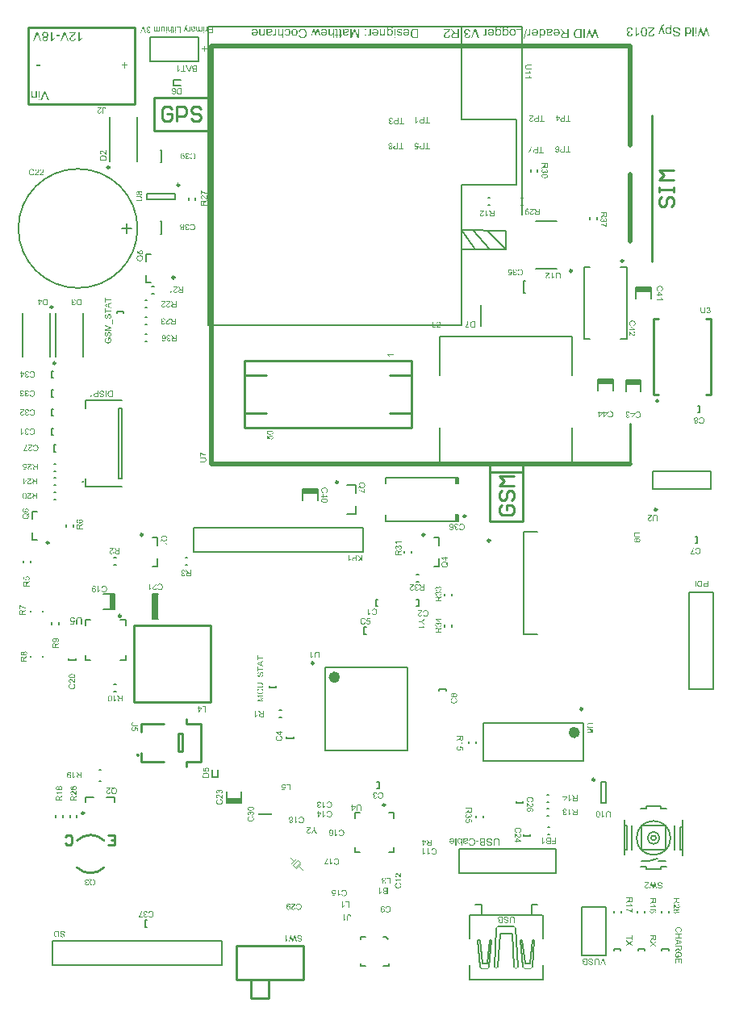
<source format=gto>
%FSLAX25Y25*%
%MOIN*%
G70*
G01*
G75*
G04 Layer_Color=65535*
%ADD10R,0.03504X0.00906*%
%ADD11R,0.03740X0.03150*%
%ADD12R,0.05512X0.02362*%
%ADD13R,0.02362X0.02362*%
%ADD14R,0.05906X0.04134*%
%ADD15R,0.05315X0.02362*%
%ADD16R,0.02953X0.03543*%
%ADD17R,0.07087X0.04134*%
%ADD18R,0.03150X0.01969*%
%ADD19R,0.08465X0.09843*%
%ADD20R,0.01969X0.02362*%
%ADD21R,0.18898X0.20315*%
%ADD22O,0.02362X0.13583*%
%ADD23O,0.01772X0.08268*%
%ADD24R,0.05906X0.16142*%
%ADD25R,0.05906X0.17716*%
%ADD26R,0.04134X0.08661*%
%ADD27R,0.01969X0.03150*%
%ADD28R,0.05906X0.11024*%
%ADD29R,0.06102X0.02362*%
%ADD30R,0.07087X0.04724*%
%ADD31R,0.03937X0.01181*%
%ADD32R,0.02756X0.01181*%
%ADD33R,0.03150X0.03740*%
%ADD34R,0.03543X0.02953*%
%ADD35R,0.04134X0.07087*%
%ADD36R,0.05709X0.04331*%
%ADD37R,0.04331X0.07480*%
%ADD38O,0.02165X0.06890*%
%ADD39O,0.06890X0.02165*%
%ADD40R,0.00984X0.07087*%
%ADD41R,0.04331X0.05709*%
%ADD42R,0.02362X0.05512*%
%ADD43R,0.07874X0.12992*%
%ADD44R,0.07874X0.09843*%
%ADD45R,0.01969X0.12205*%
%ADD46R,0.09843X0.09843*%
%ADD47O,0.03150X0.01378*%
%ADD48O,0.01378X0.03150*%
%ADD49R,0.07087X0.29528*%
%ADD50R,0.02362X0.04134*%
%ADD51R,0.04134X0.05906*%
%ADD52R,0.13189X0.09646*%
%ADD53R,0.35827X0.42323*%
%ADD54R,0.16339X0.03937*%
%ADD55R,0.01100X0.01100*%
%ADD56R,0.01400X0.01400*%
%ADD57R,0.02362X0.02362*%
%ADD58O,0.00984X0.03150*%
%ADD59O,0.03150X0.00984*%
%ADD60R,0.04724X0.07087*%
%ADD61R,0.17126X0.18504*%
%ADD62R,0.09252X0.10236*%
%ADD63O,0.08858X0.02362*%
%ADD64R,0.05906X0.05906*%
%ADD65R,0.05906X0.05906*%
%ADD66R,0.09646X0.13189*%
%ADD67R,0.02953X0.01181*%
%ADD68C,0.04000*%
%ADD69C,0.01500*%
%ADD70C,0.00800*%
%ADD71C,0.01000*%
%ADD72C,0.01200*%
%ADD73C,0.03000*%
%ADD74C,0.02000*%
%ADD75C,0.05800*%
%ADD76C,0.08000*%
%ADD77C,0.05000*%
%ADD78R,0.00653X0.00435*%
%ADD79R,0.02142X0.00344*%
%ADD80R,0.04702X0.00344*%
%ADD81R,0.00286X0.00429*%
%ADD82R,0.00262X0.00395*%
%ADD83R,0.00248X0.00441*%
%ADD84R,0.00441X0.00236*%
%ADD85R,0.00280X0.00186*%
%ADD86R,0.06299X0.06988*%
%ADD87R,0.07776X0.02559*%
%ADD88R,0.03937X0.04715*%
%ADD89R,0.07569X0.07569*%
%ADD90R,0.04134X0.11614*%
%ADD91R,0.39400X0.69575*%
%ADD92R,0.41550X0.14150*%
%ADD93R,0.00906X0.00533*%
%ADD94R,0.00872X0.01705*%
G04:AMPARAMS|DCode=95|XSize=120mil|YSize=60mil|CornerRadius=0mil|HoleSize=0mil|Usage=FLASHONLY|Rotation=90.000|XOffset=0mil|YOffset=0mil|HoleType=Round|Shape=Octagon|*
%AMOCTAGOND95*
4,1,8,0.01500,0.06000,-0.01500,0.06000,-0.03000,0.04500,-0.03000,-0.04500,-0.01500,-0.06000,0.01500,-0.06000,0.03000,-0.04500,0.03000,0.04500,0.01500,0.06000,0.0*
%
%ADD95OCTAGOND95*%

%ADD96C,0.04724*%
%ADD97C,0.05906*%
%ADD98R,0.09055X0.09055*%
%ADD99C,0.09055*%
%ADD100C,0.22638*%
%ADD101C,0.06000*%
%ADD102C,0.05315*%
%ADD103C,0.07874*%
%ADD104C,0.20669*%
%ADD105C,0.02400*%
%ADD106C,0.05000*%
%ADD107C,0.04800*%
%ADD108C,0.02598*%
%ADD109R,0.00613X0.00499*%
%ADD110C,0.00984*%
%ADD111C,0.02362*%
%ADD112C,0.00400*%
%ADD113C,0.00787*%
%ADD114C,0.00591*%
%ADD115C,0.00700*%
%ADD116C,0.00492*%
%ADD117R,0.06299X0.02165*%
%ADD118R,0.02165X0.10236*%
%ADD119R,0.02165X0.06299*%
%ADD120R,0.01378X0.03150*%
%ADD121R,0.01280X0.03051*%
G36*
X1456598Y1195296D02*
X1455545D01*
Y1193970D01*
X1456598D01*
Y1193631D01*
X1454035D01*
Y1193970D01*
X1455244D01*
Y1195296D01*
X1454035D01*
Y1195636D01*
X1456598D01*
Y1195296D01*
D02*
G37*
G36*
Y1192368D02*
Y1191997D01*
X1454035Y1190956D01*
Y1191338D01*
X1454811Y1191634D01*
Y1192711D01*
X1454035Y1192988D01*
Y1193347D01*
X1456598Y1192368D01*
D02*
G37*
G36*
X1199726Y1566484D02*
X1198281D01*
Y1566958D01*
X1199726D01*
Y1566484D01*
D02*
G37*
G36*
X1455400Y1198323D02*
X1455435D01*
X1455478Y1198319D01*
X1455521Y1198315D01*
X1455572Y1198307D01*
X1455681Y1198288D01*
X1455798Y1198264D01*
X1455919Y1198225D01*
X1456032Y1198175D01*
X1456036D01*
X1456044Y1198167D01*
X1456059Y1198159D01*
X1456083Y1198147D01*
X1456106Y1198132D01*
X1456134Y1198112D01*
X1456200Y1198062D01*
X1456274Y1198003D01*
X1456348Y1197929D01*
X1456422Y1197839D01*
X1456485Y1197742D01*
Y1197738D01*
X1456492Y1197730D01*
X1456500Y1197715D01*
X1456508Y1197691D01*
X1456520Y1197668D01*
X1456535Y1197637D01*
X1456547Y1197598D01*
X1456563Y1197558D01*
X1456578Y1197516D01*
X1456590Y1197469D01*
X1456617Y1197363D01*
X1456633Y1197246D01*
X1456641Y1197122D01*
Y1197118D01*
Y1197106D01*
Y1197083D01*
X1456637Y1197055D01*
X1456633Y1197024D01*
X1456629Y1196985D01*
X1456625Y1196942D01*
X1456617Y1196896D01*
X1456594Y1196794D01*
X1456559Y1196685D01*
X1456535Y1196630D01*
X1456508Y1196576D01*
X1456477Y1196525D01*
X1456442Y1196474D01*
X1456438Y1196470D01*
X1456434Y1196463D01*
X1456422Y1196451D01*
X1456407Y1196431D01*
X1456387Y1196412D01*
X1456360Y1196385D01*
X1456332Y1196357D01*
X1456301Y1196330D01*
X1456262Y1196299D01*
X1456223Y1196272D01*
X1456176Y1196240D01*
X1456126Y1196209D01*
X1456075Y1196182D01*
X1456017Y1196154D01*
X1455892Y1196108D01*
X1455814Y1196443D01*
X1455818D01*
X1455826Y1196447D01*
X1455841Y1196451D01*
X1455861Y1196459D01*
X1455884Y1196470D01*
X1455911Y1196482D01*
X1455970Y1196509D01*
X1456036Y1196544D01*
X1456106Y1196591D01*
X1456169Y1196642D01*
X1456223Y1196704D01*
X1456227Y1196712D01*
X1456243Y1196736D01*
X1456262Y1196771D01*
X1456290Y1196821D01*
X1456313Y1196880D01*
X1456332Y1196954D01*
X1456348Y1197036D01*
X1456352Y1197130D01*
Y1197133D01*
Y1197141D01*
Y1197157D01*
X1456348Y1197176D01*
Y1197204D01*
X1456344Y1197231D01*
X1456332Y1197301D01*
X1456317Y1197379D01*
X1456290Y1197461D01*
X1456254Y1197543D01*
X1456208Y1197621D01*
Y1197625D01*
X1456200Y1197629D01*
X1456180Y1197652D01*
X1456149Y1197687D01*
X1456106Y1197730D01*
X1456052Y1197773D01*
X1455989Y1197820D01*
X1455911Y1197863D01*
X1455826Y1197898D01*
X1455822D01*
X1455814Y1197902D01*
X1455802Y1197906D01*
X1455783Y1197910D01*
X1455763Y1197917D01*
X1455736Y1197921D01*
X1455673Y1197937D01*
X1455599Y1197952D01*
X1455517Y1197964D01*
X1455428Y1197972D01*
X1455334Y1197976D01*
X1455280D01*
X1455252Y1197972D01*
X1455217D01*
X1455182Y1197968D01*
X1455143Y1197964D01*
X1455053Y1197952D01*
X1454956Y1197937D01*
X1454858Y1197913D01*
X1454765Y1197882D01*
X1454761D01*
X1454753Y1197878D01*
X1454741Y1197871D01*
X1454726Y1197863D01*
X1454679Y1197843D01*
X1454628Y1197812D01*
X1454566Y1197769D01*
X1454507Y1197718D01*
X1454449Y1197660D01*
X1454398Y1197590D01*
Y1197586D01*
X1454394Y1197582D01*
X1454386Y1197570D01*
X1454379Y1197555D01*
X1454363Y1197512D01*
X1454340Y1197457D01*
X1454320Y1197395D01*
X1454301Y1197321D01*
X1454285Y1197239D01*
X1454281Y1197153D01*
Y1197149D01*
Y1197141D01*
Y1197126D01*
X1454285Y1197106D01*
Y1197083D01*
X1454289Y1197052D01*
X1454301Y1196985D01*
X1454320Y1196911D01*
X1454351Y1196829D01*
X1454390Y1196751D01*
X1454445Y1196673D01*
X1454449Y1196669D01*
X1454453Y1196665D01*
X1454476Y1196642D01*
X1454515Y1196607D01*
X1454566Y1196564D01*
X1454636Y1196521D01*
X1454718Y1196474D01*
X1454819Y1196435D01*
X1454932Y1196404D01*
X1454847Y1196065D01*
X1454843D01*
X1454827Y1196069D01*
X1454808Y1196076D01*
X1454776Y1196084D01*
X1454745Y1196100D01*
X1454702Y1196115D01*
X1454659Y1196131D01*
X1454613Y1196154D01*
X1454507Y1196205D01*
X1454402Y1196275D01*
X1454301Y1196353D01*
X1454254Y1196400D01*
X1454211Y1196451D01*
X1454207Y1196455D01*
X1454203Y1196463D01*
X1454191Y1196478D01*
X1454176Y1196502D01*
X1454160Y1196529D01*
X1454141Y1196560D01*
X1454121Y1196595D01*
X1454102Y1196638D01*
X1454082Y1196685D01*
X1454063Y1196736D01*
X1454043Y1196794D01*
X1454028Y1196853D01*
X1454000Y1196981D01*
X1453996Y1197052D01*
X1453992Y1197126D01*
Y1197130D01*
Y1197145D01*
Y1197165D01*
X1453996Y1197196D01*
Y1197231D01*
X1454000Y1197270D01*
X1454008Y1197317D01*
X1454012Y1197363D01*
X1454035Y1197473D01*
X1454063Y1197586D01*
X1454106Y1197695D01*
X1454129Y1197750D01*
X1454160Y1197800D01*
X1454164Y1197804D01*
X1454168Y1197812D01*
X1454180Y1197824D01*
X1454191Y1197843D01*
X1454230Y1197890D01*
X1454285Y1197945D01*
X1454351Y1198011D01*
X1454437Y1198073D01*
X1454535Y1198140D01*
X1454648Y1198194D01*
X1454652D01*
X1454663Y1198198D01*
X1454679Y1198206D01*
X1454702Y1198214D01*
X1454733Y1198225D01*
X1454769Y1198237D01*
X1454808Y1198249D01*
X1454854Y1198260D01*
X1454901Y1198272D01*
X1454956Y1198284D01*
X1455073Y1198307D01*
X1455198Y1198323D01*
X1455334Y1198327D01*
X1455373D01*
X1455400Y1198323D01*
D02*
G37*
G36*
X1250554Y1518149D02*
X1250577D01*
X1250608Y1518145D01*
X1250679Y1518134D01*
X1250757Y1518114D01*
X1250838Y1518083D01*
X1250916Y1518044D01*
X1250994Y1517989D01*
X1250998Y1517985D01*
X1251002Y1517982D01*
X1251026Y1517958D01*
X1251057Y1517919D01*
X1251096Y1517868D01*
X1251135Y1517802D01*
X1251170Y1517720D01*
X1251201Y1517627D01*
X1251221Y1517517D01*
X1250920Y1517494D01*
Y1517498D01*
Y1517502D01*
X1250916Y1517513D01*
X1250913Y1517529D01*
X1250905Y1517568D01*
X1250889Y1517611D01*
X1250870Y1517662D01*
X1250846Y1517712D01*
X1250815Y1517763D01*
X1250776Y1517802D01*
X1250772Y1517806D01*
X1250757Y1517818D01*
X1250733Y1517833D01*
X1250698Y1517849D01*
X1250659Y1517865D01*
X1250612Y1517880D01*
X1250558Y1517892D01*
X1250495Y1517896D01*
X1250472D01*
X1250445Y1517892D01*
X1250410Y1517888D01*
X1250371Y1517880D01*
X1250328Y1517868D01*
X1250285Y1517853D01*
X1250242Y1517829D01*
X1250238Y1517826D01*
X1250222Y1517818D01*
X1250203Y1517802D01*
X1250179Y1517783D01*
X1250148Y1517759D01*
X1250121Y1517728D01*
X1250090Y1517693D01*
X1250062Y1517654D01*
X1250058Y1517650D01*
X1250051Y1517634D01*
X1250039Y1517607D01*
X1250019Y1517572D01*
X1250004Y1517529D01*
X1249984Y1517478D01*
X1249965Y1517420D01*
X1249945Y1517354D01*
Y1517350D01*
X1249942Y1517346D01*
Y1517334D01*
X1249938Y1517322D01*
X1249930Y1517283D01*
X1249922Y1517233D01*
X1249914Y1517174D01*
X1249906Y1517112D01*
X1249899Y1517042D01*
Y1516967D01*
Y1516964D01*
Y1516952D01*
Y1516932D01*
Y1516905D01*
X1249903Y1516913D01*
X1249918Y1516928D01*
X1249938Y1516960D01*
X1249969Y1516991D01*
X1250004Y1517030D01*
X1250051Y1517073D01*
X1250101Y1517112D01*
X1250160Y1517151D01*
X1250168Y1517155D01*
X1250187Y1517166D01*
X1250222Y1517178D01*
X1250265Y1517194D01*
X1250316Y1517213D01*
X1250374Y1517225D01*
X1250441Y1517237D01*
X1250511Y1517241D01*
X1250542D01*
X1250566Y1517237D01*
X1250593Y1517233D01*
X1250624Y1517229D01*
X1250698Y1517213D01*
X1250784Y1517186D01*
X1250827Y1517166D01*
X1250874Y1517143D01*
X1250916Y1517116D01*
X1250963Y1517085D01*
X1251006Y1517049D01*
X1251049Y1517010D01*
X1251053Y1517006D01*
X1251057Y1516999D01*
X1251069Y1516987D01*
X1251084Y1516967D01*
X1251100Y1516944D01*
X1251119Y1516917D01*
X1251139Y1516886D01*
X1251158Y1516847D01*
X1251178Y1516808D01*
X1251197Y1516761D01*
X1251217Y1516710D01*
X1251232Y1516656D01*
X1251248Y1516597D01*
X1251260Y1516539D01*
X1251264Y1516472D01*
X1251268Y1516402D01*
Y1516398D01*
Y1516386D01*
Y1516363D01*
X1251264Y1516336D01*
X1251260Y1516304D01*
X1251256Y1516265D01*
X1251248Y1516223D01*
X1251240Y1516176D01*
X1251213Y1516078D01*
X1251193Y1516024D01*
X1251170Y1515973D01*
X1251147Y1515918D01*
X1251115Y1515868D01*
X1251080Y1515821D01*
X1251041Y1515774D01*
X1251037Y1515770D01*
X1251030Y1515762D01*
X1251018Y1515751D01*
X1250998Y1515735D01*
X1250979Y1515720D01*
X1250952Y1515700D01*
X1250920Y1515677D01*
X1250881Y1515653D01*
X1250842Y1515634D01*
X1250799Y1515610D01*
X1250702Y1515571D01*
X1250647Y1515560D01*
X1250589Y1515548D01*
X1250527Y1515540D01*
X1250464Y1515536D01*
X1250441D01*
X1250421Y1515540D01*
X1250402D01*
X1250374Y1515544D01*
X1250312Y1515552D01*
X1250242Y1515571D01*
X1250168Y1515595D01*
X1250086Y1515626D01*
X1250008Y1515673D01*
X1250004D01*
X1250000Y1515681D01*
X1249988Y1515688D01*
X1249973Y1515696D01*
X1249938Y1515727D01*
X1249891Y1515770D01*
X1249840Y1515829D01*
X1249786Y1515891D01*
X1249735Y1515969D01*
X1249692Y1516059D01*
Y1516063D01*
X1249688Y1516070D01*
X1249680Y1516086D01*
X1249676Y1516106D01*
X1249665Y1516129D01*
X1249657Y1516160D01*
X1249649Y1516199D01*
X1249637Y1516242D01*
X1249626Y1516289D01*
X1249618Y1516343D01*
X1249606Y1516402D01*
X1249598Y1516464D01*
X1249594Y1516535D01*
X1249587Y1516609D01*
X1249583Y1516691D01*
Y1516776D01*
Y1516780D01*
Y1516800D01*
Y1516823D01*
Y1516858D01*
X1249587Y1516897D01*
Y1516948D01*
X1249590Y1516999D01*
X1249594Y1517057D01*
X1249610Y1517182D01*
X1249629Y1517315D01*
X1249657Y1517443D01*
X1249672Y1517502D01*
X1249692Y1517560D01*
Y1517564D01*
X1249696Y1517572D01*
X1249704Y1517588D01*
X1249711Y1517607D01*
X1249723Y1517634D01*
X1249735Y1517662D01*
X1249770Y1517724D01*
X1249817Y1517798D01*
X1249871Y1517872D01*
X1249934Y1517943D01*
X1250008Y1518005D01*
X1250012D01*
X1250016Y1518013D01*
X1250027Y1518017D01*
X1250047Y1518028D01*
X1250066Y1518040D01*
X1250090Y1518052D01*
X1250148Y1518079D01*
X1250222Y1518106D01*
X1250304Y1518130D01*
X1250402Y1518145D01*
X1250503Y1518153D01*
X1250530D01*
X1250554Y1518149D01*
D02*
G37*
G36*
X1252496D02*
X1252527Y1518145D01*
X1252558Y1518141D01*
X1252597Y1518137D01*
X1252636Y1518130D01*
X1252726Y1518106D01*
X1252820Y1518067D01*
X1252866Y1518048D01*
X1252909Y1518021D01*
X1252956Y1517989D01*
X1252999Y1517954D01*
X1253003Y1517950D01*
X1253007Y1517946D01*
X1253019Y1517935D01*
X1253034Y1517919D01*
X1253050Y1517896D01*
X1253069Y1517872D01*
X1253093Y1517845D01*
X1253112Y1517814D01*
X1253159Y1517736D01*
X1253198Y1517646D01*
X1253233Y1517545D01*
X1253245Y1517490D01*
X1253253Y1517432D01*
X1252937Y1517389D01*
Y1517393D01*
X1252933Y1517400D01*
Y1517416D01*
X1252925Y1517432D01*
X1252913Y1517478D01*
X1252894Y1517537D01*
X1252870Y1517599D01*
X1252839Y1517666D01*
X1252800Y1517724D01*
X1252757Y1517775D01*
X1252750Y1517779D01*
X1252734Y1517794D01*
X1252707Y1517810D01*
X1252668Y1517833D01*
X1252625Y1517853D01*
X1252570Y1517872D01*
X1252508Y1517888D01*
X1252441Y1517892D01*
X1252418D01*
X1252402Y1517888D01*
X1252363Y1517884D01*
X1252313Y1517872D01*
X1252250Y1517853D01*
X1252188Y1517829D01*
X1252125Y1517790D01*
X1252067Y1517740D01*
X1252059Y1517732D01*
X1252044Y1517712D01*
X1252020Y1517681D01*
X1251989Y1517634D01*
X1251962Y1517580D01*
X1251938Y1517513D01*
X1251923Y1517439D01*
X1251915Y1517358D01*
Y1517354D01*
Y1517350D01*
Y1517338D01*
X1251919Y1517322D01*
X1251923Y1517283D01*
X1251934Y1517233D01*
X1251950Y1517178D01*
X1251977Y1517116D01*
X1252012Y1517057D01*
X1252059Y1517003D01*
X1252067Y1516995D01*
X1252083Y1516979D01*
X1252114Y1516960D01*
X1252157Y1516932D01*
X1252207Y1516905D01*
X1252270Y1516886D01*
X1252336Y1516870D01*
X1252414Y1516862D01*
X1252449D01*
X1252477Y1516866D01*
X1252508Y1516870D01*
X1252547Y1516874D01*
X1252590Y1516882D01*
X1252636Y1516893D01*
X1252601Y1516617D01*
X1252582D01*
X1252566Y1516620D01*
X1252516D01*
X1252480Y1516617D01*
X1252430Y1516609D01*
X1252375Y1516597D01*
X1252317Y1516578D01*
X1252254Y1516554D01*
X1252192Y1516519D01*
X1252184Y1516515D01*
X1252164Y1516500D01*
X1252141Y1516472D01*
X1252110Y1516437D01*
X1252079Y1516394D01*
X1252055Y1516340D01*
X1252036Y1516273D01*
X1252028Y1516195D01*
Y1516191D01*
Y1516187D01*
Y1516168D01*
X1252036Y1516137D01*
X1252044Y1516094D01*
X1252055Y1516051D01*
X1252079Y1516004D01*
X1252106Y1515954D01*
X1252145Y1515911D01*
X1252149Y1515907D01*
X1252164Y1515891D01*
X1252192Y1515872D01*
X1252227Y1515852D01*
X1252270Y1515829D01*
X1252320Y1515813D01*
X1252379Y1515798D01*
X1252445Y1515794D01*
X1252477D01*
X1252512Y1515801D01*
X1252551Y1515809D01*
X1252601Y1515821D01*
X1252652Y1515844D01*
X1252703Y1515872D01*
X1252753Y1515911D01*
X1252757Y1515915D01*
X1252773Y1515930D01*
X1252792Y1515957D01*
X1252816Y1515996D01*
X1252843Y1516043D01*
X1252866Y1516102D01*
X1252890Y1516172D01*
X1252905Y1516254D01*
X1253221Y1516199D01*
Y1516195D01*
X1253218Y1516184D01*
X1253214Y1516168D01*
X1253210Y1516148D01*
X1253202Y1516121D01*
X1253194Y1516090D01*
X1253167Y1516020D01*
X1253136Y1515942D01*
X1253089Y1515860D01*
X1253034Y1515782D01*
X1252964Y1515712D01*
X1252960Y1515708D01*
X1252956Y1515704D01*
X1252944Y1515696D01*
X1252925Y1515684D01*
X1252905Y1515673D01*
X1252882Y1515657D01*
X1252824Y1515622D01*
X1252750Y1515591D01*
X1252660Y1515563D01*
X1252562Y1515544D01*
X1252508Y1515536D01*
X1252418D01*
X1252379Y1515540D01*
X1252328Y1515548D01*
X1252270Y1515560D01*
X1252203Y1515575D01*
X1252137Y1515599D01*
X1252071Y1515630D01*
X1252067D01*
X1252063Y1515634D01*
X1252040Y1515645D01*
X1252009Y1515665D01*
X1251970Y1515692D01*
X1251927Y1515727D01*
X1251880Y1515770D01*
X1251837Y1515821D01*
X1251798Y1515876D01*
X1251794Y1515883D01*
X1251782Y1515903D01*
X1251767Y1515934D01*
X1251751Y1515973D01*
X1251735Y1516024D01*
X1251720Y1516078D01*
X1251708Y1516137D01*
X1251704Y1516203D01*
Y1516211D01*
Y1516230D01*
X1251708Y1516262D01*
X1251716Y1516301D01*
X1251728Y1516347D01*
X1251743Y1516398D01*
X1251763Y1516453D01*
X1251794Y1516503D01*
X1251798Y1516511D01*
X1251810Y1516527D01*
X1251833Y1516550D01*
X1251860Y1516581D01*
X1251899Y1516617D01*
X1251942Y1516652D01*
X1251997Y1516691D01*
X1252059Y1516722D01*
X1252055D01*
X1252048Y1516726D01*
X1252036D01*
X1252020Y1516733D01*
X1251981Y1516745D01*
X1251931Y1516769D01*
X1251876Y1516796D01*
X1251817Y1516835D01*
X1251759Y1516882D01*
X1251708Y1516940D01*
X1251704Y1516948D01*
X1251689Y1516971D01*
X1251669Y1517006D01*
X1251642Y1517053D01*
X1251618Y1517112D01*
X1251599Y1517182D01*
X1251583Y1517264D01*
X1251579Y1517354D01*
Y1517358D01*
Y1517369D01*
Y1517385D01*
X1251583Y1517408D01*
X1251587Y1517439D01*
X1251591Y1517471D01*
X1251599Y1517510D01*
X1251611Y1517549D01*
X1251638Y1517638D01*
X1251657Y1517689D01*
X1251685Y1517736D01*
X1251712Y1517783D01*
X1251743Y1517829D01*
X1251782Y1517876D01*
X1251825Y1517923D01*
X1251829Y1517927D01*
X1251837Y1517935D01*
X1251849Y1517943D01*
X1251868Y1517958D01*
X1251892Y1517978D01*
X1251923Y1517997D01*
X1251958Y1518017D01*
X1251993Y1518036D01*
X1252036Y1518060D01*
X1252083Y1518079D01*
X1252133Y1518099D01*
X1252188Y1518118D01*
X1252246Y1518134D01*
X1252309Y1518141D01*
X1252375Y1518149D01*
X1252441Y1518153D01*
X1252473D01*
X1252496Y1518149D01*
D02*
G37*
G36*
X1254676D02*
X1254711D01*
X1254750Y1518145D01*
X1254797Y1518137D01*
X1254844Y1518134D01*
X1254953Y1518110D01*
X1255066Y1518083D01*
X1255175Y1518040D01*
X1255230Y1518017D01*
X1255281Y1517985D01*
X1255285Y1517982D01*
X1255292Y1517978D01*
X1255304Y1517966D01*
X1255324Y1517954D01*
X1255370Y1517915D01*
X1255425Y1517861D01*
X1255491Y1517794D01*
X1255554Y1517708D01*
X1255620Y1517611D01*
X1255674Y1517498D01*
Y1517494D01*
X1255678Y1517482D01*
X1255686Y1517467D01*
X1255694Y1517443D01*
X1255706Y1517412D01*
X1255717Y1517377D01*
X1255729Y1517338D01*
X1255741Y1517291D01*
X1255752Y1517244D01*
X1255764Y1517190D01*
X1255788Y1517073D01*
X1255803Y1516948D01*
X1255807Y1516811D01*
Y1516808D01*
Y1516792D01*
Y1516772D01*
X1255803Y1516745D01*
Y1516710D01*
X1255799Y1516667D01*
X1255795Y1516624D01*
X1255788Y1516574D01*
X1255768Y1516464D01*
X1255745Y1516347D01*
X1255706Y1516226D01*
X1255655Y1516113D01*
Y1516109D01*
X1255647Y1516102D01*
X1255639Y1516086D01*
X1255628Y1516063D01*
X1255612Y1516039D01*
X1255593Y1516012D01*
X1255542Y1515946D01*
X1255483Y1515872D01*
X1255409Y1515798D01*
X1255320Y1515723D01*
X1255222Y1515661D01*
X1255218D01*
X1255210Y1515653D01*
X1255195Y1515645D01*
X1255171Y1515638D01*
X1255148Y1515626D01*
X1255117Y1515610D01*
X1255078Y1515599D01*
X1255039Y1515583D01*
X1254996Y1515567D01*
X1254949Y1515556D01*
X1254844Y1515528D01*
X1254727Y1515513D01*
X1254602Y1515505D01*
X1254563D01*
X1254536Y1515509D01*
X1254504Y1515513D01*
X1254465Y1515517D01*
X1254423Y1515521D01*
X1254376Y1515528D01*
X1254274Y1515552D01*
X1254165Y1515587D01*
X1254111Y1515610D01*
X1254056Y1515638D01*
X1254005Y1515669D01*
X1253955Y1515704D01*
X1253951Y1515708D01*
X1253943Y1515712D01*
X1253931Y1515723D01*
X1253912Y1515739D01*
X1253892Y1515759D01*
X1253865Y1515786D01*
X1253838Y1515813D01*
X1253810Y1515844D01*
X1253779Y1515883D01*
X1253752Y1515922D01*
X1253721Y1515969D01*
X1253689Y1516020D01*
X1253662Y1516070D01*
X1253635Y1516129D01*
X1253588Y1516254D01*
X1253923Y1516332D01*
Y1516328D01*
X1253927Y1516320D01*
X1253931Y1516304D01*
X1253939Y1516285D01*
X1253951Y1516262D01*
X1253962Y1516234D01*
X1253990Y1516176D01*
X1254025Y1516109D01*
X1254072Y1516039D01*
X1254122Y1515977D01*
X1254185Y1515922D01*
X1254193Y1515918D01*
X1254216Y1515903D01*
X1254251Y1515883D01*
X1254302Y1515856D01*
X1254360Y1515833D01*
X1254434Y1515813D01*
X1254516Y1515798D01*
X1254610Y1515794D01*
X1254637D01*
X1254657Y1515798D01*
X1254684D01*
X1254711Y1515801D01*
X1254781Y1515813D01*
X1254859Y1515829D01*
X1254941Y1515856D01*
X1255023Y1515891D01*
X1255101Y1515938D01*
X1255105D01*
X1255109Y1515946D01*
X1255132Y1515965D01*
X1255167Y1515996D01*
X1255210Y1516039D01*
X1255253Y1516094D01*
X1255300Y1516156D01*
X1255343Y1516234D01*
X1255378Y1516320D01*
Y1516324D01*
X1255382Y1516332D01*
X1255386Y1516343D01*
X1255390Y1516363D01*
X1255398Y1516383D01*
X1255402Y1516410D01*
X1255417Y1516472D01*
X1255433Y1516546D01*
X1255444Y1516628D01*
X1255452Y1516718D01*
X1255456Y1516811D01*
Y1516815D01*
Y1516827D01*
Y1516843D01*
Y1516866D01*
X1255452Y1516893D01*
Y1516928D01*
X1255448Y1516964D01*
X1255444Y1517003D01*
X1255433Y1517092D01*
X1255417Y1517190D01*
X1255394Y1517287D01*
X1255363Y1517381D01*
Y1517385D01*
X1255359Y1517393D01*
X1255351Y1517404D01*
X1255343Y1517420D01*
X1255324Y1517467D01*
X1255292Y1517517D01*
X1255249Y1517580D01*
X1255199Y1517638D01*
X1255140Y1517697D01*
X1255070Y1517747D01*
X1255066D01*
X1255062Y1517751D01*
X1255050Y1517759D01*
X1255035Y1517767D01*
X1254992Y1517783D01*
X1254937Y1517806D01*
X1254875Y1517826D01*
X1254801Y1517845D01*
X1254719Y1517861D01*
X1254633Y1517865D01*
X1254606D01*
X1254586Y1517861D01*
X1254563D01*
X1254532Y1517857D01*
X1254465Y1517845D01*
X1254391Y1517826D01*
X1254309Y1517794D01*
X1254231Y1517755D01*
X1254154Y1517701D01*
X1254150Y1517697D01*
X1254146Y1517693D01*
X1254122Y1517669D01*
X1254087Y1517630D01*
X1254044Y1517580D01*
X1254001Y1517510D01*
X1253955Y1517428D01*
X1253916Y1517326D01*
X1253884Y1517213D01*
X1253545Y1517299D01*
Y1517303D01*
X1253549Y1517319D01*
X1253557Y1517338D01*
X1253565Y1517369D01*
X1253580Y1517400D01*
X1253596Y1517443D01*
X1253611Y1517486D01*
X1253635Y1517533D01*
X1253685Y1517638D01*
X1253756Y1517744D01*
X1253834Y1517845D01*
X1253881Y1517892D01*
X1253931Y1517935D01*
X1253935Y1517939D01*
X1253943Y1517943D01*
X1253959Y1517954D01*
X1253982Y1517970D01*
X1254009Y1517985D01*
X1254040Y1518005D01*
X1254076Y1518024D01*
X1254118Y1518044D01*
X1254165Y1518063D01*
X1254216Y1518083D01*
X1254274Y1518102D01*
X1254333Y1518118D01*
X1254462Y1518145D01*
X1254532Y1518149D01*
X1254606Y1518153D01*
X1254645D01*
X1254676Y1518149D01*
D02*
G37*
G36*
X1456598Y1189540D02*
Y1189536D01*
Y1189524D01*
Y1189509D01*
Y1189485D01*
X1456594Y1189454D01*
Y1189423D01*
X1456590Y1189345D01*
X1456582Y1189263D01*
X1456567Y1189177D01*
X1456551Y1189095D01*
X1456539Y1189056D01*
X1456528Y1189021D01*
Y1189017D01*
X1456524Y1189014D01*
X1456516Y1188990D01*
X1456496Y1188959D01*
X1456469Y1188920D01*
X1456438Y1188873D01*
X1456395Y1188826D01*
X1456344Y1188780D01*
X1456282Y1188737D01*
X1456274Y1188733D01*
X1456251Y1188721D01*
X1456215Y1188702D01*
X1456169Y1188682D01*
X1456110Y1188663D01*
X1456044Y1188643D01*
X1455974Y1188631D01*
X1455896Y1188628D01*
X1455868D01*
X1455849Y1188631D01*
X1455826D01*
X1455798Y1188635D01*
X1455736Y1188651D01*
X1455662Y1188670D01*
X1455588Y1188702D01*
X1455510Y1188748D01*
X1455471Y1188776D01*
X1455435Y1188807D01*
X1455428Y1188815D01*
X1455420Y1188826D01*
X1455404Y1188838D01*
X1455393Y1188858D01*
X1455373Y1188881D01*
X1455357Y1188908D01*
X1455338Y1188939D01*
X1455319Y1188975D01*
X1455299Y1189017D01*
X1455280Y1189060D01*
X1455260Y1189111D01*
X1455241Y1189162D01*
X1455225Y1189220D01*
X1455213Y1189283D01*
X1455202Y1189349D01*
X1455198Y1189341D01*
X1455190Y1189326D01*
X1455178Y1189302D01*
X1455163Y1189275D01*
X1455120Y1189209D01*
X1455096Y1189174D01*
X1455073Y1189146D01*
X1455065Y1189138D01*
X1455049Y1189119D01*
X1455018Y1189092D01*
X1454979Y1189056D01*
X1454928Y1189014D01*
X1454870Y1188967D01*
X1454804Y1188916D01*
X1454730Y1188865D01*
X1454035Y1188421D01*
Y1188846D01*
X1454566Y1189185D01*
X1454570D01*
X1454578Y1189193D01*
X1454589Y1189201D01*
X1454605Y1189209D01*
X1454644Y1189236D01*
X1454694Y1189271D01*
X1454753Y1189310D01*
X1454811Y1189353D01*
X1454866Y1189392D01*
X1454917Y1189431D01*
X1454921Y1189435D01*
X1454936Y1189447D01*
X1454960Y1189466D01*
X1454987Y1189485D01*
X1455042Y1189544D01*
X1455069Y1189571D01*
X1455088Y1189602D01*
X1455092Y1189606D01*
X1455096Y1189614D01*
X1455104Y1189630D01*
X1455116Y1189649D01*
X1455139Y1189696D01*
X1455159Y1189755D01*
Y1189758D01*
X1455163Y1189766D01*
Y1189782D01*
X1455166Y1189801D01*
X1455170Y1189829D01*
Y1189860D01*
X1455174Y1189899D01*
Y1189946D01*
Y1190336D01*
X1454035D01*
Y1190675D01*
X1456598D01*
Y1189540D01*
D02*
G37*
G36*
X1260532Y1498286D02*
X1260001Y1497946D01*
X1259997D01*
X1259989Y1497939D01*
X1259978Y1497931D01*
X1259962Y1497923D01*
X1259923Y1497896D01*
X1259872Y1497861D01*
X1259814Y1497822D01*
X1259755Y1497779D01*
X1259701Y1497740D01*
X1259650Y1497701D01*
X1259646Y1497697D01*
X1259631Y1497685D01*
X1259607Y1497666D01*
X1259580Y1497646D01*
X1259525Y1497588D01*
X1259498Y1497560D01*
X1259478Y1497529D01*
X1259475Y1497525D01*
X1259471Y1497517D01*
X1259463Y1497502D01*
X1259451Y1497482D01*
X1259428Y1497436D01*
X1259408Y1497377D01*
Y1497373D01*
X1259404Y1497365D01*
Y1497350D01*
X1259400Y1497330D01*
X1259397Y1497303D01*
Y1497272D01*
X1259393Y1497233D01*
Y1497186D01*
Y1496796D01*
X1260532D01*
Y1496457D01*
X1257969D01*
Y1497592D01*
Y1497596D01*
Y1497607D01*
Y1497623D01*
Y1497646D01*
X1257973Y1497677D01*
Y1497709D01*
X1257977Y1497787D01*
X1257985Y1497869D01*
X1258000Y1497954D01*
X1258016Y1498036D01*
X1258028Y1498075D01*
X1258039Y1498110D01*
Y1498114D01*
X1258043Y1498118D01*
X1258051Y1498141D01*
X1258071Y1498173D01*
X1258098Y1498212D01*
X1258129Y1498258D01*
X1258172Y1498305D01*
X1258223Y1498352D01*
X1258285Y1498395D01*
X1258293Y1498399D01*
X1258316Y1498411D01*
X1258351Y1498430D01*
X1258398Y1498450D01*
X1258457Y1498469D01*
X1258523Y1498489D01*
X1258593Y1498500D01*
X1258671Y1498504D01*
X1258698D01*
X1258718Y1498500D01*
X1258741D01*
X1258769Y1498496D01*
X1258831Y1498481D01*
X1258905Y1498461D01*
X1258979Y1498430D01*
X1259057Y1498383D01*
X1259096Y1498356D01*
X1259131Y1498325D01*
X1259139Y1498317D01*
X1259147Y1498305D01*
X1259163Y1498294D01*
X1259174Y1498274D01*
X1259194Y1498251D01*
X1259209Y1498223D01*
X1259229Y1498192D01*
X1259248Y1498157D01*
X1259268Y1498114D01*
X1259287Y1498071D01*
X1259307Y1498021D01*
X1259326Y1497970D01*
X1259342Y1497911D01*
X1259354Y1497849D01*
X1259365Y1497783D01*
X1259369Y1497791D01*
X1259377Y1497806D01*
X1259389Y1497830D01*
X1259404Y1497857D01*
X1259447Y1497923D01*
X1259471Y1497958D01*
X1259494Y1497985D01*
X1259502Y1497993D01*
X1259517Y1498013D01*
X1259549Y1498040D01*
X1259588Y1498075D01*
X1259638Y1498118D01*
X1259697Y1498165D01*
X1259763Y1498216D01*
X1259837Y1498266D01*
X1260532Y1498711D01*
Y1498286D01*
D02*
G37*
G36*
X1235328Y1567713D02*
X1234958D01*
X1234295Y1569574D01*
Y1569578D01*
X1234291Y1569585D01*
X1234287Y1569597D01*
X1234279Y1569613D01*
X1234268Y1569656D01*
X1234248Y1569710D01*
X1234225Y1569776D01*
X1234201Y1569847D01*
X1234159Y1569995D01*
Y1569991D01*
X1234155Y1569987D01*
X1234151Y1569975D01*
X1234147Y1569960D01*
X1234135Y1569917D01*
X1234120Y1569862D01*
X1234100Y1569800D01*
X1234077Y1569730D01*
X1234049Y1569652D01*
X1234022Y1569574D01*
X1233328Y1567713D01*
X1232985D01*
X1233987Y1570276D01*
X1234334D01*
X1235328Y1567713D01*
D02*
G37*
G36*
X1243850D02*
X1243534D01*
Y1568072D01*
X1243850D01*
Y1567713D01*
D02*
G37*
G36*
X1260532Y1498863D02*
X1260489D01*
X1260461Y1498867D01*
X1260430Y1498871D01*
X1260395Y1498875D01*
X1260356Y1498886D01*
X1260317Y1498898D01*
X1260313D01*
X1260309Y1498902D01*
X1260286Y1498910D01*
X1260255Y1498925D01*
X1260208Y1498949D01*
X1260157Y1498976D01*
X1260099Y1499015D01*
X1260040Y1499054D01*
X1259978Y1499105D01*
X1259974D01*
X1259970Y1499113D01*
X1259947Y1499132D01*
X1259911Y1499163D01*
X1259865Y1499210D01*
X1259810Y1499269D01*
X1259744Y1499339D01*
X1259670Y1499425D01*
X1259588Y1499518D01*
X1259584Y1499522D01*
X1259572Y1499538D01*
X1259556Y1499557D01*
X1259529Y1499584D01*
X1259502Y1499620D01*
X1259467Y1499659D01*
X1259393Y1499744D01*
X1259303Y1499838D01*
X1259213Y1499932D01*
X1259170Y1499978D01*
X1259128Y1500017D01*
X1259085Y1500053D01*
X1259046Y1500084D01*
X1259042D01*
X1259038Y1500091D01*
X1259026Y1500099D01*
X1259011Y1500107D01*
X1258972Y1500130D01*
X1258921Y1500158D01*
X1258862Y1500185D01*
X1258800Y1500208D01*
X1258730Y1500224D01*
X1258663Y1500232D01*
X1258656D01*
X1258632Y1500228D01*
X1258597Y1500224D01*
X1258554Y1500216D01*
X1258504Y1500197D01*
X1258453Y1500173D01*
X1258398Y1500142D01*
X1258348Y1500095D01*
X1258344Y1500088D01*
X1258328Y1500072D01*
X1258309Y1500041D01*
X1258281Y1500002D01*
X1258258Y1499951D01*
X1258238Y1499893D01*
X1258223Y1499822D01*
X1258219Y1499744D01*
Y1499741D01*
Y1499733D01*
Y1499721D01*
X1258223Y1499705D01*
X1258227Y1499666D01*
X1258234Y1499616D01*
X1258254Y1499557D01*
X1258277Y1499495D01*
X1258312Y1499436D01*
X1258359Y1499382D01*
X1258367Y1499378D01*
X1258383Y1499362D01*
X1258414Y1499339D01*
X1258457Y1499315D01*
X1258511Y1499288D01*
X1258574Y1499269D01*
X1258648Y1499253D01*
X1258734Y1499245D01*
X1258698Y1498921D01*
X1258683D01*
X1258663Y1498925D01*
X1258640Y1498929D01*
X1258609Y1498937D01*
X1258574Y1498941D01*
X1258496Y1498964D01*
X1258406Y1498996D01*
X1258316Y1499039D01*
X1258227Y1499097D01*
X1258188Y1499128D01*
X1258149Y1499167D01*
X1258145Y1499171D01*
X1258141Y1499179D01*
X1258129Y1499191D01*
X1258117Y1499206D01*
X1258106Y1499230D01*
X1258086Y1499257D01*
X1258071Y1499288D01*
X1258051Y1499323D01*
X1258035Y1499362D01*
X1258016Y1499405D01*
X1258000Y1499456D01*
X1257989Y1499506D01*
X1257965Y1499623D01*
X1257961Y1499686D01*
X1257957Y1499752D01*
Y1499756D01*
Y1499768D01*
Y1499787D01*
X1257961Y1499815D01*
X1257965Y1499846D01*
X1257969Y1499881D01*
X1257973Y1499920D01*
X1257985Y1499963D01*
X1258008Y1500056D01*
X1258043Y1500154D01*
X1258067Y1500205D01*
X1258094Y1500251D01*
X1258129Y1500294D01*
X1258164Y1500337D01*
X1258168Y1500341D01*
X1258172Y1500345D01*
X1258184Y1500357D01*
X1258199Y1500372D01*
X1258223Y1500388D01*
X1258246Y1500407D01*
X1258305Y1500446D01*
X1258379Y1500485D01*
X1258465Y1500521D01*
X1258562Y1500548D01*
X1258617Y1500552D01*
X1258671Y1500556D01*
X1258698D01*
X1258730Y1500552D01*
X1258769Y1500548D01*
X1258815Y1500540D01*
X1258866Y1500528D01*
X1258921Y1500513D01*
X1258975Y1500489D01*
X1258983Y1500485D01*
X1259003Y1500478D01*
X1259030Y1500462D01*
X1259069Y1500439D01*
X1259116Y1500411D01*
X1259170Y1500376D01*
X1259225Y1500329D01*
X1259287Y1500279D01*
X1259295Y1500271D01*
X1259319Y1500251D01*
X1259354Y1500216D01*
X1259377Y1500193D01*
X1259404Y1500166D01*
X1259436Y1500134D01*
X1259471Y1500095D01*
X1259506Y1500056D01*
X1259549Y1500014D01*
X1259592Y1499967D01*
X1259638Y1499912D01*
X1259685Y1499858D01*
X1259740Y1499795D01*
X1259744Y1499791D01*
X1259752Y1499783D01*
X1259763Y1499768D01*
X1259779Y1499748D01*
X1259818Y1499701D01*
X1259869Y1499643D01*
X1259923Y1499584D01*
X1259978Y1499522D01*
X1260025Y1499471D01*
X1260044Y1499452D01*
X1260063Y1499432D01*
X1260067Y1499428D01*
X1260079Y1499421D01*
X1260095Y1499405D01*
X1260118Y1499386D01*
X1260169Y1499343D01*
X1260231Y1499300D01*
Y1500560D01*
X1260532D01*
Y1498863D01*
D02*
G37*
G36*
X1455365Y1188179D02*
X1455400D01*
X1455439Y1188175D01*
X1455482Y1188171D01*
X1455529Y1188163D01*
X1455638Y1188144D01*
X1455755Y1188117D01*
X1455880Y1188078D01*
X1456001Y1188027D01*
X1456005D01*
X1456017Y1188019D01*
X1456032Y1188011D01*
X1456056Y1188000D01*
X1456083Y1187980D01*
X1456110Y1187961D01*
X1456184Y1187914D01*
X1456262Y1187848D01*
X1456340Y1187773D01*
X1456414Y1187680D01*
X1456450Y1187633D01*
X1456481Y1187578D01*
Y1187574D01*
X1456489Y1187567D01*
X1456496Y1187547D01*
X1456504Y1187528D01*
X1456520Y1187500D01*
X1456531Y1187465D01*
X1456547Y1187426D01*
X1456563Y1187383D01*
X1456574Y1187337D01*
X1456590Y1187286D01*
X1456617Y1187169D01*
X1456633Y1187044D01*
X1456641Y1186904D01*
Y1186900D01*
Y1186892D01*
Y1186876D01*
Y1186857D01*
X1456637Y1186833D01*
Y1186802D01*
X1456629Y1186736D01*
X1456617Y1186662D01*
X1456602Y1186576D01*
X1456578Y1186490D01*
X1456547Y1186405D01*
Y1186401D01*
X1456543Y1186393D01*
X1456539Y1186381D01*
X1456531Y1186366D01*
X1456512Y1186327D01*
X1456481Y1186276D01*
X1456446Y1186217D01*
X1456403Y1186159D01*
X1456356Y1186100D01*
X1456297Y1186050D01*
X1456290Y1186046D01*
X1456270Y1186030D01*
X1456235Y1186007D01*
X1456184Y1185975D01*
X1456126Y1185944D01*
X1456056Y1185913D01*
X1455974Y1185882D01*
X1455880Y1185855D01*
X1455794Y1186163D01*
X1455798D01*
X1455802Y1186167D01*
X1455826Y1186170D01*
X1455861Y1186186D01*
X1455907Y1186202D01*
X1455954Y1186221D01*
X1456005Y1186245D01*
X1456056Y1186272D01*
X1456102Y1186303D01*
X1456106Y1186307D01*
X1456122Y1186319D01*
X1456141Y1186338D01*
X1456169Y1186366D01*
X1456196Y1186401D01*
X1456227Y1186444D01*
X1456254Y1186490D01*
X1456282Y1186549D01*
X1456286Y1186557D01*
X1456293Y1186576D01*
X1456305Y1186611D01*
X1456317Y1186654D01*
X1456329Y1186705D01*
X1456340Y1186763D01*
X1456348Y1186830D01*
X1456352Y1186900D01*
Y1186904D01*
Y1186911D01*
Y1186923D01*
Y1186939D01*
X1456348Y1186982D01*
X1456344Y1187036D01*
X1456332Y1187099D01*
X1456321Y1187169D01*
X1456301Y1187235D01*
X1456278Y1187302D01*
X1456274Y1187309D01*
X1456266Y1187329D01*
X1456251Y1187360D01*
X1456227Y1187399D01*
X1456200Y1187442D01*
X1456169Y1187489D01*
X1456134Y1187532D01*
X1456091Y1187574D01*
X1456087Y1187578D01*
X1456071Y1187590D01*
X1456048Y1187610D01*
X1456017Y1187633D01*
X1455978Y1187660D01*
X1455935Y1187688D01*
X1455888Y1187711D01*
X1455837Y1187734D01*
X1455833D01*
X1455826Y1187738D01*
X1455814Y1187742D01*
X1455794Y1187750D01*
X1455775Y1187758D01*
X1455748Y1187766D01*
X1455685Y1187781D01*
X1455607Y1187801D01*
X1455521Y1187816D01*
X1455424Y1187828D01*
X1455322Y1187832D01*
X1455291D01*
X1455264Y1187828D01*
X1455237D01*
X1455202Y1187824D01*
X1455163Y1187820D01*
X1455124Y1187816D01*
X1455030Y1187805D01*
X1454932Y1187781D01*
X1454839Y1187754D01*
X1454745Y1187715D01*
X1454741D01*
X1454733Y1187711D01*
X1454722Y1187703D01*
X1454706Y1187691D01*
X1454667Y1187664D01*
X1454617Y1187629D01*
X1454562Y1187582D01*
X1454503Y1187524D01*
X1454449Y1187454D01*
X1454402Y1187376D01*
Y1187372D01*
X1454398Y1187364D01*
X1454390Y1187352D01*
X1454386Y1187337D01*
X1454379Y1187317D01*
X1454367Y1187290D01*
X1454347Y1187231D01*
X1454328Y1187157D01*
X1454308Y1187079D01*
X1454297Y1186989D01*
X1454293Y1186896D01*
Y1186892D01*
Y1186884D01*
Y1186872D01*
Y1186857D01*
X1454297Y1186814D01*
X1454305Y1186759D01*
X1454312Y1186697D01*
X1454328Y1186623D01*
X1454347Y1186545D01*
X1454375Y1186467D01*
Y1186463D01*
X1454379Y1186459D01*
X1454383Y1186447D01*
X1454390Y1186432D01*
X1454406Y1186393D01*
X1454429Y1186346D01*
X1454457Y1186295D01*
X1454488Y1186245D01*
X1454523Y1186194D01*
X1454558Y1186147D01*
X1455042D01*
Y1186900D01*
X1455342D01*
Y1185816D01*
X1454390D01*
X1454386Y1185820D01*
X1454383Y1185827D01*
X1454371Y1185839D01*
X1454359Y1185859D01*
X1454340Y1185882D01*
X1454324Y1185909D01*
X1454277Y1185975D01*
X1454230Y1186053D01*
X1454180Y1186139D01*
X1454133Y1186237D01*
X1454090Y1186334D01*
Y1186338D01*
X1454086Y1186346D01*
X1454082Y1186362D01*
X1454074Y1186381D01*
X1454067Y1186405D01*
X1454059Y1186432D01*
X1454051Y1186467D01*
X1454043Y1186502D01*
X1454024Y1186584D01*
X1454008Y1186674D01*
X1453996Y1186775D01*
X1453992Y1186876D01*
Y1186880D01*
Y1186892D01*
Y1186911D01*
X1453996Y1186939D01*
Y1186974D01*
X1454000Y1187013D01*
X1454004Y1187056D01*
X1454012Y1187103D01*
X1454031Y1187212D01*
X1454059Y1187325D01*
X1454098Y1187446D01*
X1454152Y1187563D01*
X1454156Y1187567D01*
X1454160Y1187574D01*
X1454168Y1187594D01*
X1454184Y1187613D01*
X1454199Y1187641D01*
X1454219Y1187668D01*
X1454269Y1187734D01*
X1454336Y1187812D01*
X1454418Y1187887D01*
X1454511Y1187961D01*
X1454617Y1188027D01*
X1454620D01*
X1454632Y1188035D01*
X1454648Y1188043D01*
X1454671Y1188050D01*
X1454698Y1188062D01*
X1454733Y1188078D01*
X1454772Y1188089D01*
X1454819Y1188105D01*
X1454866Y1188120D01*
X1454921Y1188132D01*
X1455038Y1188159D01*
X1455166Y1188175D01*
X1455303Y1188183D01*
X1455338D01*
X1455365Y1188179D01*
D02*
G37*
G36*
X1456598Y1183456D02*
X1456297D01*
Y1184969D01*
X1455510D01*
Y1183554D01*
X1455209D01*
Y1184969D01*
X1454336D01*
Y1183398D01*
X1454035D01*
Y1185309D01*
X1456598D01*
Y1183456D01*
D02*
G37*
G36*
X1258250Y1502568D02*
X1258258Y1502560D01*
X1258273Y1502549D01*
X1258293Y1502529D01*
X1258320Y1502509D01*
X1258351Y1502482D01*
X1258390Y1502451D01*
X1258429Y1502420D01*
X1258476Y1502385D01*
X1258531Y1502346D01*
X1258585Y1502303D01*
X1258648Y1502264D01*
X1258714Y1502221D01*
X1258784Y1502174D01*
X1258862Y1502131D01*
X1258940Y1502084D01*
X1258944Y1502081D01*
X1258960Y1502073D01*
X1258983Y1502061D01*
X1259014Y1502045D01*
X1259053Y1502026D01*
X1259100Y1502003D01*
X1259155Y1501975D01*
X1259213Y1501948D01*
X1259276Y1501921D01*
X1259346Y1501889D01*
X1259420Y1501858D01*
X1259498Y1501827D01*
X1259658Y1501768D01*
X1259830Y1501714D01*
X1259833D01*
X1259845Y1501710D01*
X1259861Y1501706D01*
X1259884Y1501698D01*
X1259915Y1501690D01*
X1259950Y1501683D01*
X1259993Y1501675D01*
X1260036Y1501663D01*
X1260087Y1501655D01*
X1260141Y1501644D01*
X1260258Y1501624D01*
X1260391Y1501609D01*
X1260532Y1501597D01*
Y1501273D01*
X1260500D01*
X1260477Y1501277D01*
X1260450D01*
X1260415Y1501281D01*
X1260372Y1501285D01*
X1260329Y1501289D01*
X1260278Y1501297D01*
X1260219Y1501304D01*
X1260161Y1501312D01*
X1260099Y1501324D01*
X1260028Y1501336D01*
X1259958Y1501351D01*
X1259802Y1501390D01*
X1259798D01*
X1259783Y1501394D01*
X1259759Y1501402D01*
X1259728Y1501410D01*
X1259689Y1501421D01*
X1259646Y1501437D01*
X1259595Y1501453D01*
X1259537Y1501472D01*
X1259478Y1501495D01*
X1259412Y1501519D01*
X1259272Y1501573D01*
X1259124Y1501640D01*
X1258975Y1501714D01*
X1258972Y1501718D01*
X1258956Y1501726D01*
X1258936Y1501737D01*
X1258909Y1501753D01*
X1258874Y1501772D01*
X1258835Y1501796D01*
X1258792Y1501823D01*
X1258741Y1501850D01*
X1258636Y1501921D01*
X1258523Y1501999D01*
X1258410Y1502081D01*
X1258301Y1502170D01*
Y1500914D01*
X1258000D01*
Y1502572D01*
X1258246D01*
X1258250Y1502568D01*
D02*
G37*
G36*
X1207916Y1565103D02*
X1207922Y1565109D01*
X1207946Y1565133D01*
X1207987Y1565162D01*
X1208039Y1565203D01*
X1208104Y1565255D01*
X1208180Y1565308D01*
X1208267Y1565372D01*
X1208367Y1565431D01*
X1208373D01*
X1208379Y1565437D01*
X1208414Y1565460D01*
X1208466Y1565489D01*
X1208531Y1565524D01*
X1208607Y1565565D01*
X1208689Y1565601D01*
X1208776Y1565641D01*
X1208858Y1565677D01*
Y1565215D01*
X1208852D01*
X1208841Y1565209D01*
X1208817Y1565197D01*
X1208794Y1565179D01*
X1208759Y1565162D01*
X1208718Y1565144D01*
X1208624Y1565092D01*
X1208519Y1565027D01*
X1208402Y1564951D01*
X1208285Y1564863D01*
X1208174Y1564770D01*
X1208168Y1564764D01*
X1208162Y1564758D01*
X1208127Y1564723D01*
X1208074Y1564670D01*
X1208010Y1564606D01*
X1207940Y1564524D01*
X1207870Y1564436D01*
X1207805Y1564343D01*
X1207753Y1564249D01*
X1207443D01*
Y1568110D01*
X1207916D01*
Y1565103D01*
D02*
G37*
G36*
X1369982Y1235085D02*
X1370023D01*
X1370069Y1235081D01*
X1370125Y1235072D01*
X1370180Y1235067D01*
X1370309Y1235039D01*
X1370443Y1235007D01*
X1370572Y1234956D01*
X1370636Y1234929D01*
X1370696Y1234892D01*
X1370701Y1234887D01*
X1370710Y1234883D01*
X1370724Y1234869D01*
X1370747Y1234855D01*
X1370802Y1234809D01*
X1370867Y1234744D01*
X1370945Y1234666D01*
X1371019Y1234564D01*
X1371097Y1234449D01*
X1371162Y1234316D01*
Y1234311D01*
X1371166Y1234297D01*
X1371176Y1234279D01*
X1371185Y1234251D01*
X1371199Y1234214D01*
X1371212Y1234173D01*
X1371226Y1234127D01*
X1371240Y1234071D01*
X1371254Y1234016D01*
X1371268Y1233951D01*
X1371296Y1233813D01*
X1371314Y1233666D01*
X1371319Y1233504D01*
Y1233500D01*
Y1233481D01*
Y1233458D01*
X1371314Y1233426D01*
Y1233384D01*
X1371309Y1233334D01*
X1371305Y1233283D01*
X1371296Y1233223D01*
X1371272Y1233094D01*
X1371245Y1232956D01*
X1371199Y1232813D01*
X1371139Y1232679D01*
Y1232674D01*
X1371130Y1232665D01*
X1371120Y1232647D01*
X1371107Y1232619D01*
X1371088Y1232592D01*
X1371065Y1232559D01*
X1371005Y1232481D01*
X1370936Y1232393D01*
X1370848Y1232306D01*
X1370742Y1232218D01*
X1370627Y1232144D01*
X1370623D01*
X1370613Y1232135D01*
X1370595Y1232126D01*
X1370567Y1232117D01*
X1370539Y1232103D01*
X1370503Y1232084D01*
X1370457Y1232071D01*
X1370410Y1232052D01*
X1370360Y1232034D01*
X1370304Y1232020D01*
X1370180Y1231988D01*
X1370042Y1231969D01*
X1369894Y1231960D01*
X1369848D01*
X1369816Y1231964D01*
X1369779Y1231969D01*
X1369733Y1231974D01*
X1369682Y1231978D01*
X1369627Y1231988D01*
X1369507Y1232015D01*
X1369378Y1232057D01*
X1369313Y1232084D01*
X1369249Y1232117D01*
X1369189Y1232154D01*
X1369129Y1232195D01*
X1369124Y1232200D01*
X1369115Y1232204D01*
X1369101Y1232218D01*
X1369078Y1232236D01*
X1369055Y1232259D01*
X1369023Y1232292D01*
X1368991Y1232324D01*
X1368958Y1232361D01*
X1368921Y1232407D01*
X1368889Y1232453D01*
X1368852Y1232508D01*
X1368815Y1232568D01*
X1368783Y1232628D01*
X1368751Y1232697D01*
X1368696Y1232845D01*
X1369092Y1232937D01*
Y1232933D01*
X1369096Y1232923D01*
X1369101Y1232905D01*
X1369110Y1232882D01*
X1369124Y1232854D01*
X1369138Y1232822D01*
X1369170Y1232753D01*
X1369212Y1232674D01*
X1369267Y1232592D01*
X1369327Y1232518D01*
X1369401Y1232453D01*
X1369410Y1232449D01*
X1369438Y1232430D01*
X1369479Y1232407D01*
X1369539Y1232375D01*
X1369608Y1232347D01*
X1369696Y1232324D01*
X1369793Y1232306D01*
X1369903Y1232301D01*
X1369936D01*
X1369959Y1232306D01*
X1369991D01*
X1370023Y1232310D01*
X1370106Y1232324D01*
X1370198Y1232343D01*
X1370295Y1232375D01*
X1370392Y1232416D01*
X1370484Y1232472D01*
X1370489D01*
X1370493Y1232481D01*
X1370521Y1232504D01*
X1370562Y1232541D01*
X1370613Y1232592D01*
X1370664Y1232656D01*
X1370719Y1232730D01*
X1370770Y1232822D01*
X1370811Y1232923D01*
Y1232928D01*
X1370816Y1232937D01*
X1370821Y1232951D01*
X1370825Y1232974D01*
X1370835Y1232997D01*
X1370839Y1233029D01*
X1370858Y1233103D01*
X1370876Y1233191D01*
X1370890Y1233288D01*
X1370899Y1233394D01*
X1370904Y1233504D01*
Y1233509D01*
Y1233523D01*
Y1233541D01*
Y1233569D01*
X1370899Y1233601D01*
Y1233642D01*
X1370894Y1233684D01*
X1370890Y1233730D01*
X1370876Y1233836D01*
X1370858Y1233951D01*
X1370830Y1234067D01*
X1370793Y1234177D01*
Y1234182D01*
X1370788Y1234191D01*
X1370779Y1234205D01*
X1370770Y1234223D01*
X1370747Y1234279D01*
X1370710Y1234339D01*
X1370659Y1234412D01*
X1370599Y1234482D01*
X1370530Y1234551D01*
X1370447Y1234611D01*
X1370443D01*
X1370438Y1234615D01*
X1370424Y1234624D01*
X1370406Y1234634D01*
X1370355Y1234652D01*
X1370290Y1234680D01*
X1370217Y1234703D01*
X1370129Y1234726D01*
X1370032Y1234744D01*
X1369931Y1234749D01*
X1369899D01*
X1369876Y1234744D01*
X1369848D01*
X1369811Y1234740D01*
X1369733Y1234726D01*
X1369645Y1234703D01*
X1369548Y1234666D01*
X1369456Y1234620D01*
X1369364Y1234555D01*
X1369359Y1234551D01*
X1369355Y1234546D01*
X1369327Y1234518D01*
X1369285Y1234472D01*
X1369235Y1234412D01*
X1369184Y1234329D01*
X1369129Y1234233D01*
X1369083Y1234113D01*
X1369046Y1233979D01*
X1368645Y1234081D01*
Y1234085D01*
X1368649Y1234103D01*
X1368659Y1234127D01*
X1368668Y1234163D01*
X1368686Y1234200D01*
X1368705Y1234251D01*
X1368723Y1234302D01*
X1368751Y1234357D01*
X1368811Y1234482D01*
X1368894Y1234606D01*
X1368986Y1234726D01*
X1369041Y1234781D01*
X1369101Y1234832D01*
X1369106Y1234836D01*
X1369115Y1234841D01*
X1369133Y1234855D01*
X1369161Y1234873D01*
X1369193Y1234892D01*
X1369230Y1234915D01*
X1369272Y1234938D01*
X1369322Y1234961D01*
X1369378Y1234984D01*
X1369438Y1235007D01*
X1369507Y1235030D01*
X1369576Y1235049D01*
X1369728Y1235081D01*
X1369811Y1235085D01*
X1369899Y1235090D01*
X1369945D01*
X1369982Y1235085D01*
D02*
G37*
G36*
X1380174D02*
X1380211D01*
X1380253Y1235081D01*
X1380299Y1235076D01*
X1380350Y1235072D01*
X1380460Y1235053D01*
X1380575Y1235030D01*
X1380695Y1234993D01*
X1380801Y1234947D01*
X1380806D01*
X1380815Y1234938D01*
X1380824Y1234933D01*
X1380843Y1234919D01*
X1380894Y1234887D01*
X1380949Y1234836D01*
X1381013Y1234777D01*
X1381073Y1234708D01*
X1381133Y1234620D01*
X1381184Y1234523D01*
Y1234518D01*
X1381189Y1234509D01*
X1381193Y1234495D01*
X1381202Y1234472D01*
X1381212Y1234445D01*
X1381221Y1234408D01*
X1381230Y1234366D01*
X1381239Y1234320D01*
X1381253Y1234270D01*
X1381262Y1234214D01*
X1381272Y1234150D01*
X1381281Y1234085D01*
X1381290Y1234011D01*
X1381295Y1233933D01*
X1381299Y1233850D01*
Y1233762D01*
Y1232011D01*
X1380898D01*
Y1233762D01*
Y1233767D01*
Y1233781D01*
Y1233799D01*
Y1233827D01*
Y1233859D01*
X1380894Y1233896D01*
X1380889Y1233984D01*
X1380880Y1234076D01*
X1380871Y1234173D01*
X1380852Y1234265D01*
X1380843Y1234306D01*
X1380829Y1234343D01*
X1380824Y1234352D01*
X1380815Y1234375D01*
X1380797Y1234408D01*
X1380769Y1234449D01*
X1380737Y1234495D01*
X1380691Y1234546D01*
X1380640Y1234592D01*
X1380575Y1234634D01*
X1380566Y1234638D01*
X1380543Y1234647D01*
X1380506Y1234666D01*
X1380456Y1234680D01*
X1380391Y1234698D01*
X1380317Y1234717D01*
X1380234Y1234726D01*
X1380142Y1234731D01*
X1380101D01*
X1380068Y1234726D01*
X1380031D01*
X1379990Y1234721D01*
X1379898Y1234708D01*
X1379792Y1234680D01*
X1379690Y1234647D01*
X1379593Y1234597D01*
X1379547Y1234569D01*
X1379510Y1234532D01*
Y1234528D01*
X1379501Y1234523D01*
X1379492Y1234509D01*
X1379483Y1234491D01*
X1379464Y1234468D01*
X1379451Y1234440D01*
X1379432Y1234403D01*
X1379414Y1234362D01*
X1379400Y1234311D01*
X1379381Y1234256D01*
X1379363Y1234196D01*
X1379349Y1234122D01*
X1379340Y1234044D01*
X1379331Y1233961D01*
X1379321Y1233864D01*
Y1233762D01*
Y1232011D01*
X1378920D01*
Y1233762D01*
Y1233767D01*
Y1233781D01*
Y1233804D01*
Y1233836D01*
X1378925Y1233878D01*
Y1233919D01*
X1378930Y1233970D01*
X1378934Y1234025D01*
X1378948Y1234140D01*
X1378967Y1234260D01*
X1378990Y1234380D01*
X1379027Y1234486D01*
Y1234491D01*
X1379031Y1234500D01*
X1379036Y1234514D01*
X1379045Y1234532D01*
X1379073Y1234578D01*
X1379109Y1234643D01*
X1379160Y1234712D01*
X1379225Y1234786D01*
X1379308Y1234855D01*
X1379400Y1234924D01*
X1379405D01*
X1379414Y1234933D01*
X1379428Y1234938D01*
X1379451Y1234952D01*
X1379474Y1234961D01*
X1379506Y1234975D01*
X1379547Y1234993D01*
X1379589Y1235007D01*
X1379635Y1235021D01*
X1379690Y1235039D01*
X1379746Y1235053D01*
X1379810Y1235062D01*
X1379949Y1235081D01*
X1380105Y1235090D01*
X1380147D01*
X1380174Y1235085D01*
D02*
G37*
G36*
X1361716D02*
X1361757Y1235081D01*
X1361804Y1235076D01*
X1361854Y1235067D01*
X1361914Y1235053D01*
X1362034Y1235016D01*
X1362099Y1234993D01*
X1362158Y1234966D01*
X1362223Y1234933D01*
X1362283Y1234892D01*
X1362343Y1234846D01*
X1362398Y1234795D01*
X1362403Y1234790D01*
X1362412Y1234781D01*
X1362426Y1234763D01*
X1362440Y1234740D01*
X1362463Y1234712D01*
X1362486Y1234675D01*
X1362514Y1234629D01*
X1362537Y1234578D01*
X1362564Y1234523D01*
X1362592Y1234463D01*
X1362615Y1234394D01*
X1362633Y1234320D01*
X1362652Y1234242D01*
X1362666Y1234154D01*
X1362675Y1234062D01*
X1362679Y1233965D01*
Y1233961D01*
Y1233942D01*
Y1233910D01*
X1362675Y1233873D01*
X1362670Y1233827D01*
X1362666Y1233772D01*
X1362656Y1233712D01*
X1362642Y1233647D01*
X1362610Y1233509D01*
X1362587Y1233440D01*
X1362560Y1233366D01*
X1362527Y1233297D01*
X1362490Y1233228D01*
X1362449Y1233163D01*
X1362398Y1233103D01*
X1362394Y1233099D01*
X1362384Y1233089D01*
X1362371Y1233076D01*
X1362348Y1233053D01*
X1362320Y1233029D01*
X1362283Y1233006D01*
X1362246Y1232979D01*
X1362200Y1232946D01*
X1362149Y1232919D01*
X1362094Y1232891D01*
X1362034Y1232868D01*
X1361965Y1232840D01*
X1361896Y1232822D01*
X1361822Y1232808D01*
X1361744Y1232799D01*
X1361661Y1232794D01*
X1361619D01*
X1361587Y1232799D01*
X1361550Y1232804D01*
X1361504Y1232808D01*
X1361458Y1232817D01*
X1361402Y1232831D01*
X1361292Y1232868D01*
X1361232Y1232891D01*
X1361172Y1232923D01*
X1361112Y1232956D01*
X1361052Y1232997D01*
X1360997Y1233043D01*
X1360942Y1233099D01*
X1360937Y1233103D01*
X1360928Y1233112D01*
X1360914Y1233131D01*
X1360895Y1233154D01*
X1360877Y1233186D01*
X1360854Y1233223D01*
X1360826Y1233265D01*
X1360798Y1233315D01*
X1360775Y1233375D01*
X1360748Y1233435D01*
X1360725Y1233504D01*
X1360702Y1233583D01*
X1360688Y1233661D01*
X1360674Y1233749D01*
X1360665Y1233841D01*
X1360660Y1233942D01*
Y1233947D01*
Y1233965D01*
Y1233998D01*
X1360665Y1234039D01*
X1362297D01*
Y1234044D01*
Y1234053D01*
X1362292Y1234076D01*
Y1234099D01*
X1362288Y1234131D01*
X1362283Y1234163D01*
X1362265Y1234247D01*
X1362237Y1234334D01*
X1362205Y1234426D01*
X1362154Y1234518D01*
X1362094Y1234597D01*
X1362085Y1234606D01*
X1362062Y1234624D01*
X1362020Y1234657D01*
X1361969Y1234689D01*
X1361900Y1234726D01*
X1361822Y1234758D01*
X1361734Y1234777D01*
X1361638Y1234786D01*
X1361601D01*
X1361564Y1234781D01*
X1361518Y1234772D01*
X1361462Y1234758D01*
X1361402Y1234740D01*
X1361343Y1234717D01*
X1361287Y1234680D01*
X1361283Y1234675D01*
X1361264Y1234657D01*
X1361236Y1234634D01*
X1361204Y1234592D01*
X1361167Y1234546D01*
X1361131Y1234486D01*
X1361094Y1234412D01*
X1361057Y1234329D01*
X1360674Y1234380D01*
Y1234385D01*
X1360679Y1234394D01*
X1360683Y1234412D01*
X1360693Y1234435D01*
X1360702Y1234463D01*
X1360716Y1234495D01*
X1360752Y1234574D01*
X1360798Y1234657D01*
X1360854Y1234744D01*
X1360928Y1234832D01*
X1361011Y1234906D01*
X1361015D01*
X1361020Y1234915D01*
X1361034Y1234924D01*
X1361057Y1234933D01*
X1361080Y1234947D01*
X1361107Y1234966D01*
X1361140Y1234979D01*
X1361181Y1234998D01*
X1361269Y1235030D01*
X1361379Y1235062D01*
X1361499Y1235081D01*
X1361638Y1235090D01*
X1361684D01*
X1361716Y1235085D01*
D02*
G37*
G36*
X1193742Y1568169D02*
X1193789Y1568163D01*
X1193847Y1568157D01*
X1193906Y1568145D01*
X1193976Y1568134D01*
X1194122Y1568093D01*
X1194198Y1568063D01*
X1194274Y1568034D01*
X1194350Y1567993D01*
X1194426Y1567952D01*
X1194497Y1567900D01*
X1194567Y1567841D01*
X1194573Y1567835D01*
X1194584Y1567824D01*
X1194596Y1567806D01*
X1194619Y1567783D01*
X1194649Y1567747D01*
X1194678Y1567707D01*
X1194707Y1567660D01*
X1194736Y1567607D01*
X1194771Y1567549D01*
X1194801Y1567484D01*
X1194859Y1567344D01*
X1194883Y1567262D01*
X1194894Y1567180D01*
X1194906Y1567092D01*
X1194912Y1566999D01*
Y1566993D01*
Y1566981D01*
Y1566964D01*
X1194906Y1566934D01*
Y1566905D01*
X1194900Y1566864D01*
X1194888Y1566782D01*
X1194865Y1566683D01*
X1194830Y1566578D01*
X1194789Y1566472D01*
X1194725Y1566373D01*
Y1566367D01*
X1194713Y1566361D01*
X1194690Y1566332D01*
X1194643Y1566285D01*
X1194584Y1566232D01*
X1194508Y1566174D01*
X1194415Y1566115D01*
X1194304Y1566063D01*
X1194181Y1566022D01*
X1194186D01*
X1194192Y1566016D01*
X1194227Y1566004D01*
X1194280Y1565975D01*
X1194344Y1565946D01*
X1194421Y1565899D01*
X1194491Y1565846D01*
X1194561Y1565788D01*
X1194619Y1565718D01*
X1194625Y1565706D01*
X1194643Y1565683D01*
X1194666Y1565641D01*
X1194690Y1565583D01*
X1194713Y1565513D01*
X1194736Y1565431D01*
X1194754Y1565343D01*
X1194760Y1565244D01*
Y1565238D01*
Y1565226D01*
Y1565203D01*
X1194754Y1565174D01*
X1194748Y1565138D01*
X1194742Y1565098D01*
X1194725Y1564998D01*
X1194690Y1564887D01*
X1194631Y1564770D01*
X1194602Y1564705D01*
X1194561Y1564647D01*
X1194514Y1564589D01*
X1194461Y1564536D01*
X1194456Y1564530D01*
X1194450Y1564524D01*
X1194432Y1564507D01*
X1194409Y1564489D01*
X1194374Y1564472D01*
X1194339Y1564442D01*
X1194298Y1564419D01*
X1194245Y1564390D01*
X1194134Y1564337D01*
X1193993Y1564296D01*
X1193836Y1564261D01*
X1193754Y1564255D01*
X1193660Y1564249D01*
X1193613D01*
X1193578Y1564255D01*
X1193531D01*
X1193484Y1564267D01*
X1193367Y1564284D01*
X1193239Y1564319D01*
X1193104Y1564372D01*
X1193034Y1564407D01*
X1192970Y1564442D01*
X1192905Y1564489D01*
X1192847Y1564542D01*
X1192841Y1564548D01*
X1192835Y1564553D01*
X1192818Y1564571D01*
X1192800Y1564594D01*
X1192777Y1564624D01*
X1192747Y1564659D01*
X1192689Y1564741D01*
X1192636Y1564846D01*
X1192584Y1564969D01*
X1192548Y1565103D01*
X1192543Y1565179D01*
X1192537Y1565255D01*
Y1565267D01*
Y1565302D01*
X1192543Y1565349D01*
X1192554Y1565413D01*
X1192572Y1565489D01*
X1192595Y1565565D01*
X1192630Y1565647D01*
X1192677Y1565723D01*
X1192683Y1565729D01*
X1192701Y1565753D01*
X1192736Y1565788D01*
X1192782Y1565835D01*
X1192841Y1565881D01*
X1192917Y1565928D01*
X1193005Y1565981D01*
X1193104Y1566022D01*
X1193098D01*
X1193087Y1566028D01*
X1193069Y1566033D01*
X1193046Y1566045D01*
X1192981Y1566074D01*
X1192905Y1566109D01*
X1192818Y1566162D01*
X1192730Y1566226D01*
X1192642Y1566308D01*
X1192566Y1566396D01*
X1192560Y1566408D01*
X1192537Y1566443D01*
X1192507Y1566496D01*
X1192472Y1566572D01*
X1192437Y1566659D01*
X1192408Y1566765D01*
X1192385Y1566882D01*
X1192379Y1567010D01*
Y1567016D01*
Y1567034D01*
Y1567057D01*
X1192385Y1567092D01*
X1192391Y1567133D01*
X1192396Y1567186D01*
X1192420Y1567303D01*
X1192467Y1567432D01*
X1192490Y1567502D01*
X1192525Y1567572D01*
X1192566Y1567642D01*
X1192613Y1567712D01*
X1192665Y1567777D01*
X1192730Y1567841D01*
X1192736Y1567847D01*
X1192747Y1567853D01*
X1192765Y1567870D01*
X1192794Y1567894D01*
X1192829Y1567917D01*
X1192870Y1567946D01*
X1192917Y1567976D01*
X1192976Y1568005D01*
X1193040Y1568040D01*
X1193110Y1568069D01*
X1193186Y1568099D01*
X1193268Y1568122D01*
X1193350Y1568145D01*
X1193443Y1568163D01*
X1193543Y1568169D01*
X1193648Y1568175D01*
X1193701D01*
X1193742Y1568169D01*
D02*
G37*
G36*
X1196585Y1565103D02*
X1196591Y1565109D01*
X1196614Y1565133D01*
X1196655Y1565162D01*
X1196708Y1565203D01*
X1196772Y1565255D01*
X1196848Y1565308D01*
X1196936Y1565372D01*
X1197035Y1565431D01*
X1197041D01*
X1197047Y1565437D01*
X1197082Y1565460D01*
X1197135Y1565489D01*
X1197199Y1565524D01*
X1197275Y1565565D01*
X1197357Y1565601D01*
X1197445Y1565641D01*
X1197527Y1565677D01*
Y1565215D01*
X1197521D01*
X1197509Y1565209D01*
X1197486Y1565197D01*
X1197462Y1565179D01*
X1197427Y1565162D01*
X1197386Y1565144D01*
X1197293Y1565092D01*
X1197188Y1565027D01*
X1197071Y1564951D01*
X1196953Y1564863D01*
X1196842Y1564770D01*
X1196836Y1564764D01*
X1196831Y1564758D01*
X1196796Y1564723D01*
X1196743Y1564670D01*
X1196679Y1564606D01*
X1196608Y1564524D01*
X1196538Y1564436D01*
X1196474Y1564343D01*
X1196421Y1564249D01*
X1196111D01*
Y1568110D01*
X1196585D01*
Y1565103D01*
D02*
G37*
G36*
X1206302Y1568104D02*
Y1568081D01*
Y1568046D01*
X1206296Y1568005D01*
X1206290Y1567958D01*
X1206284Y1567906D01*
X1206267Y1567847D01*
X1206249Y1567789D01*
Y1567783D01*
X1206243Y1567777D01*
X1206232Y1567742D01*
X1206208Y1567695D01*
X1206173Y1567625D01*
X1206132Y1567549D01*
X1206074Y1567461D01*
X1206015Y1567373D01*
X1205939Y1567280D01*
Y1567274D01*
X1205927Y1567268D01*
X1205898Y1567233D01*
X1205851Y1567180D01*
X1205781Y1567110D01*
X1205693Y1567028D01*
X1205588Y1566928D01*
X1205459Y1566817D01*
X1205319Y1566695D01*
X1205313Y1566689D01*
X1205290Y1566671D01*
X1205260Y1566648D01*
X1205220Y1566607D01*
X1205167Y1566566D01*
X1205108Y1566513D01*
X1204980Y1566402D01*
X1204839Y1566267D01*
X1204699Y1566133D01*
X1204629Y1566069D01*
X1204570Y1566004D01*
X1204518Y1565940D01*
X1204471Y1565881D01*
Y1565876D01*
X1204459Y1565870D01*
X1204447Y1565852D01*
X1204436Y1565829D01*
X1204401Y1565770D01*
X1204360Y1565694D01*
X1204319Y1565606D01*
X1204284Y1565513D01*
X1204260Y1565407D01*
X1204249Y1565308D01*
Y1565302D01*
Y1565296D01*
X1204254Y1565261D01*
X1204260Y1565209D01*
X1204272Y1565144D01*
X1204301Y1565068D01*
X1204336Y1564992D01*
X1204383Y1564910D01*
X1204453Y1564834D01*
X1204465Y1564828D01*
X1204488Y1564805D01*
X1204535Y1564776D01*
X1204594Y1564735D01*
X1204670Y1564700D01*
X1204757Y1564670D01*
X1204863Y1564647D01*
X1204980Y1564641D01*
X1205015D01*
X1205038Y1564647D01*
X1205097Y1564653D01*
X1205173Y1564665D01*
X1205260Y1564694D01*
X1205354Y1564729D01*
X1205442Y1564782D01*
X1205524Y1564852D01*
X1205530Y1564863D01*
X1205553Y1564887D01*
X1205588Y1564934D01*
X1205623Y1564998D01*
X1205664Y1565080D01*
X1205693Y1565174D01*
X1205717Y1565285D01*
X1205729Y1565413D01*
X1206214Y1565361D01*
Y1565355D01*
Y1565337D01*
X1206208Y1565308D01*
X1206202Y1565273D01*
X1206191Y1565226D01*
X1206185Y1565174D01*
X1206150Y1565057D01*
X1206103Y1564922D01*
X1206039Y1564787D01*
X1205951Y1564653D01*
X1205904Y1564594D01*
X1205846Y1564536D01*
X1205840Y1564530D01*
X1205828Y1564524D01*
X1205810Y1564507D01*
X1205787Y1564489D01*
X1205752Y1564472D01*
X1205711Y1564442D01*
X1205664Y1564419D01*
X1205612Y1564390D01*
X1205553Y1564366D01*
X1205489Y1564337D01*
X1205413Y1564314D01*
X1205337Y1564296D01*
X1205161Y1564261D01*
X1205068Y1564255D01*
X1204968Y1564249D01*
X1204915D01*
X1204874Y1564255D01*
X1204828Y1564261D01*
X1204775Y1564267D01*
X1204716Y1564273D01*
X1204652Y1564290D01*
X1204512Y1564325D01*
X1204366Y1564378D01*
X1204289Y1564413D01*
X1204219Y1564454D01*
X1204155Y1564507D01*
X1204090Y1564559D01*
X1204085Y1564565D01*
X1204079Y1564571D01*
X1204061Y1564589D01*
X1204038Y1564612D01*
X1204014Y1564647D01*
X1203985Y1564682D01*
X1203927Y1564770D01*
X1203868Y1564881D01*
X1203816Y1565010D01*
X1203775Y1565156D01*
X1203769Y1565238D01*
X1203763Y1565320D01*
Y1565331D01*
Y1565361D01*
X1203769Y1565407D01*
X1203775Y1565466D01*
X1203786Y1565536D01*
X1203804Y1565612D01*
X1203827Y1565694D01*
X1203862Y1565776D01*
X1203868Y1565788D01*
X1203880Y1565817D01*
X1203903Y1565858D01*
X1203938Y1565917D01*
X1203979Y1565987D01*
X1204032Y1566069D01*
X1204102Y1566150D01*
X1204178Y1566244D01*
X1204190Y1566256D01*
X1204219Y1566291D01*
X1204272Y1566343D01*
X1204307Y1566379D01*
X1204348Y1566420D01*
X1204395Y1566466D01*
X1204453Y1566519D01*
X1204512Y1566572D01*
X1204576Y1566636D01*
X1204646Y1566700D01*
X1204728Y1566771D01*
X1204810Y1566841D01*
X1204904Y1566923D01*
X1204910Y1566928D01*
X1204921Y1566940D01*
X1204945Y1566958D01*
X1204974Y1566981D01*
X1205044Y1567040D01*
X1205132Y1567116D01*
X1205220Y1567198D01*
X1205313Y1567280D01*
X1205389Y1567350D01*
X1205418Y1567379D01*
X1205448Y1567408D01*
X1205454Y1567414D01*
X1205465Y1567432D01*
X1205489Y1567455D01*
X1205518Y1567490D01*
X1205582Y1567566D01*
X1205647Y1567660D01*
X1203757D01*
Y1568110D01*
X1206302D01*
Y1568104D01*
D02*
G37*
G36*
X1375449Y1232011D02*
X1374260D01*
X1374228Y1232015D01*
X1374195D01*
X1374117Y1232020D01*
X1374029Y1232034D01*
X1373937Y1232047D01*
X1373845Y1232071D01*
X1373762Y1232103D01*
X1373757D01*
X1373753Y1232107D01*
X1373725Y1232121D01*
X1373688Y1232144D01*
X1373642Y1232172D01*
X1373587Y1232213D01*
X1373531Y1232264D01*
X1373481Y1232320D01*
X1373430Y1232389D01*
X1373425Y1232398D01*
X1373411Y1232421D01*
X1373393Y1232462D01*
X1373370Y1232513D01*
X1373347Y1232573D01*
X1373328Y1232638D01*
X1373315Y1232711D01*
X1373310Y1232790D01*
Y1232799D01*
Y1232822D01*
X1373315Y1232859D01*
X1373324Y1232909D01*
X1373338Y1232965D01*
X1373356Y1233025D01*
X1373379Y1233094D01*
X1373416Y1233158D01*
X1373421Y1233168D01*
X1373435Y1233186D01*
X1373462Y1233218D01*
X1373495Y1233255D01*
X1373541Y1233301D01*
X1373596Y1233343D01*
X1373660Y1233389D01*
X1373739Y1233430D01*
X1373734D01*
X1373725Y1233435D01*
X1373711Y1233440D01*
X1373693Y1233444D01*
X1373642Y1233467D01*
X1373582Y1233495D01*
X1373513Y1233537D01*
X1373444Y1233583D01*
X1373375Y1233638D01*
X1373315Y1233707D01*
X1373310Y1233716D01*
X1373292Y1233739D01*
X1373269Y1233781D01*
X1373236Y1233836D01*
X1373209Y1233905D01*
X1373186Y1233979D01*
X1373167Y1234067D01*
X1373163Y1234163D01*
Y1234173D01*
Y1234200D01*
X1373167Y1234242D01*
X1373172Y1234293D01*
X1373186Y1234352D01*
X1373199Y1234422D01*
X1373223Y1234491D01*
X1373255Y1234560D01*
X1373259Y1234569D01*
X1373269Y1234592D01*
X1373292Y1234624D01*
X1373315Y1234666D01*
X1373347Y1234712D01*
X1373384Y1234758D01*
X1373430Y1234804D01*
X1373476Y1234846D01*
X1373481Y1234850D01*
X1373499Y1234860D01*
X1373527Y1234878D01*
X1373568Y1234901D01*
X1373614Y1234924D01*
X1373674Y1234947D01*
X1373739Y1234970D01*
X1373808Y1234993D01*
X1373817D01*
X1373845Y1235003D01*
X1373886Y1235007D01*
X1373942Y1235016D01*
X1374015Y1235026D01*
X1374098Y1235030D01*
X1374191Y1235039D01*
X1375449D01*
Y1232011D01*
D02*
G37*
G36*
X1254479Y1488818D02*
X1254514D01*
X1254553Y1488815D01*
X1254600Y1488807D01*
X1254647Y1488803D01*
X1254756Y1488780D01*
X1254869Y1488752D01*
X1254978Y1488709D01*
X1255033Y1488686D01*
X1255084Y1488655D01*
X1255088Y1488651D01*
X1255095Y1488647D01*
X1255107Y1488635D01*
X1255127Y1488624D01*
X1255173Y1488585D01*
X1255228Y1488530D01*
X1255294Y1488464D01*
X1255357Y1488378D01*
X1255423Y1488280D01*
X1255478Y1488167D01*
Y1488163D01*
X1255482Y1488152D01*
X1255489Y1488136D01*
X1255497Y1488113D01*
X1255509Y1488081D01*
X1255521Y1488046D01*
X1255532Y1488007D01*
X1255544Y1487961D01*
X1255556Y1487914D01*
X1255567Y1487859D01*
X1255591Y1487742D01*
X1255606Y1487617D01*
X1255610Y1487481D01*
Y1487477D01*
Y1487461D01*
Y1487442D01*
X1255606Y1487414D01*
Y1487379D01*
X1255602Y1487337D01*
X1255599Y1487294D01*
X1255591Y1487243D01*
X1255571Y1487134D01*
X1255548Y1487017D01*
X1255509Y1486896D01*
X1255458Y1486783D01*
Y1486779D01*
X1255450Y1486771D01*
X1255443Y1486755D01*
X1255431Y1486732D01*
X1255415Y1486709D01*
X1255396Y1486681D01*
X1255345Y1486615D01*
X1255287Y1486541D01*
X1255212Y1486467D01*
X1255123Y1486393D01*
X1255025Y1486330D01*
X1255021D01*
X1255013Y1486322D01*
X1254998Y1486315D01*
X1254974Y1486307D01*
X1254951Y1486295D01*
X1254920Y1486280D01*
X1254881Y1486268D01*
X1254842Y1486252D01*
X1254799Y1486237D01*
X1254752Y1486225D01*
X1254647Y1486198D01*
X1254530Y1486182D01*
X1254405Y1486174D01*
X1254366D01*
X1254339Y1486178D01*
X1254308Y1486182D01*
X1254269Y1486186D01*
X1254226Y1486190D01*
X1254179Y1486198D01*
X1254078Y1486221D01*
X1253968Y1486256D01*
X1253914Y1486280D01*
X1253859Y1486307D01*
X1253808Y1486338D01*
X1253758Y1486373D01*
X1253754Y1486377D01*
X1253746Y1486381D01*
X1253734Y1486393D01*
X1253715Y1486408D01*
X1253695Y1486428D01*
X1253668Y1486455D01*
X1253641Y1486482D01*
X1253613Y1486514D01*
X1253582Y1486553D01*
X1253555Y1486592D01*
X1253524Y1486638D01*
X1253493Y1486689D01*
X1253465Y1486740D01*
X1253438Y1486798D01*
X1253391Y1486923D01*
X1253726Y1487001D01*
Y1486997D01*
X1253730Y1486989D01*
X1253734Y1486974D01*
X1253742Y1486954D01*
X1253754Y1486931D01*
X1253765Y1486904D01*
X1253793Y1486845D01*
X1253828Y1486779D01*
X1253875Y1486709D01*
X1253925Y1486646D01*
X1253988Y1486592D01*
X1253996Y1486588D01*
X1254019Y1486572D01*
X1254054Y1486553D01*
X1254105Y1486525D01*
X1254163Y1486502D01*
X1254237Y1486482D01*
X1254319Y1486467D01*
X1254413Y1486463D01*
X1254440D01*
X1254460Y1486467D01*
X1254487D01*
X1254514Y1486471D01*
X1254585Y1486482D01*
X1254663Y1486498D01*
X1254744Y1486525D01*
X1254826Y1486560D01*
X1254904Y1486607D01*
X1254908D01*
X1254912Y1486615D01*
X1254935Y1486635D01*
X1254971Y1486666D01*
X1255013Y1486709D01*
X1255056Y1486763D01*
X1255103Y1486826D01*
X1255146Y1486904D01*
X1255181Y1486989D01*
Y1486993D01*
X1255185Y1487001D01*
X1255189Y1487013D01*
X1255193Y1487032D01*
X1255201Y1487052D01*
X1255205Y1487079D01*
X1255220Y1487142D01*
X1255236Y1487216D01*
X1255247Y1487298D01*
X1255255Y1487387D01*
X1255259Y1487481D01*
Y1487485D01*
Y1487496D01*
Y1487512D01*
Y1487535D01*
X1255255Y1487563D01*
Y1487598D01*
X1255251Y1487633D01*
X1255247Y1487672D01*
X1255236Y1487762D01*
X1255220Y1487859D01*
X1255197Y1487957D01*
X1255166Y1488050D01*
Y1488054D01*
X1255162Y1488062D01*
X1255154Y1488074D01*
X1255146Y1488089D01*
X1255127Y1488136D01*
X1255095Y1488187D01*
X1255052Y1488249D01*
X1255002Y1488308D01*
X1254943Y1488366D01*
X1254873Y1488417D01*
X1254869D01*
X1254865Y1488421D01*
X1254854Y1488428D01*
X1254838Y1488436D01*
X1254795Y1488452D01*
X1254741Y1488475D01*
X1254678Y1488495D01*
X1254604Y1488514D01*
X1254522Y1488530D01*
X1254436Y1488534D01*
X1254409D01*
X1254389Y1488530D01*
X1254366D01*
X1254335Y1488526D01*
X1254269Y1488514D01*
X1254195Y1488495D01*
X1254113Y1488464D01*
X1254035Y1488425D01*
X1253957Y1488370D01*
X1253953Y1488366D01*
X1253949Y1488362D01*
X1253925Y1488339D01*
X1253890Y1488300D01*
X1253847Y1488249D01*
X1253804Y1488179D01*
X1253758Y1488097D01*
X1253719Y1487996D01*
X1253687Y1487883D01*
X1253348Y1487968D01*
Y1487972D01*
X1253352Y1487988D01*
X1253360Y1488007D01*
X1253368Y1488039D01*
X1253383Y1488070D01*
X1253399Y1488113D01*
X1253415Y1488155D01*
X1253438Y1488202D01*
X1253489Y1488308D01*
X1253559Y1488413D01*
X1253637Y1488514D01*
X1253684Y1488561D01*
X1253734Y1488604D01*
X1253738Y1488608D01*
X1253746Y1488612D01*
X1253762Y1488624D01*
X1253785Y1488639D01*
X1253812Y1488655D01*
X1253843Y1488674D01*
X1253879Y1488694D01*
X1253922Y1488713D01*
X1253968Y1488733D01*
X1254019Y1488752D01*
X1254078Y1488772D01*
X1254136Y1488787D01*
X1254265Y1488815D01*
X1254335Y1488818D01*
X1254409Y1488822D01*
X1254448D01*
X1254479Y1488818D01*
D02*
G37*
G36*
X1203459Y1564267D02*
X1202903D01*
X1201908Y1567057D01*
Y1567063D01*
X1201903Y1567075D01*
X1201897Y1567092D01*
X1201885Y1567116D01*
X1201867Y1567180D01*
X1201838Y1567262D01*
X1201803Y1567361D01*
X1201768Y1567467D01*
X1201704Y1567689D01*
Y1567683D01*
X1201698Y1567677D01*
X1201692Y1567660D01*
X1201686Y1567636D01*
X1201669Y1567572D01*
X1201645Y1567490D01*
X1201616Y1567397D01*
X1201581Y1567291D01*
X1201540Y1567174D01*
X1201499Y1567057D01*
X1200458Y1564267D01*
X1199943D01*
X1201446Y1568110D01*
X1201967D01*
X1203459Y1564267D01*
D02*
G37*
G36*
X1250294Y1488818D02*
X1250326Y1488815D01*
X1250365Y1488811D01*
X1250404Y1488803D01*
X1250451Y1488795D01*
X1250548Y1488768D01*
X1250599Y1488748D01*
X1250649Y1488729D01*
X1250700Y1488702D01*
X1250751Y1488674D01*
X1250798Y1488639D01*
X1250844Y1488600D01*
X1250848Y1488596D01*
X1250856Y1488588D01*
X1250864Y1488577D01*
X1250879Y1488561D01*
X1250899Y1488538D01*
X1250918Y1488510D01*
X1250938Y1488479D01*
X1250957Y1488444D01*
X1250981Y1488405D01*
X1251000Y1488362D01*
X1251039Y1488269D01*
X1251055Y1488214D01*
X1251063Y1488159D01*
X1251071Y1488101D01*
X1251075Y1488039D01*
Y1488035D01*
Y1488027D01*
Y1488015D01*
X1251071Y1487996D01*
Y1487976D01*
X1251067Y1487949D01*
X1251059Y1487894D01*
X1251043Y1487828D01*
X1251020Y1487758D01*
X1250993Y1487687D01*
X1250950Y1487621D01*
Y1487617D01*
X1250942Y1487613D01*
X1250926Y1487594D01*
X1250895Y1487563D01*
X1250856Y1487528D01*
X1250805Y1487489D01*
X1250743Y1487450D01*
X1250669Y1487414D01*
X1250587Y1487387D01*
X1250591D01*
X1250595Y1487383D01*
X1250618Y1487376D01*
X1250653Y1487356D01*
X1250696Y1487337D01*
X1250747Y1487305D01*
X1250794Y1487270D01*
X1250840Y1487231D01*
X1250879Y1487184D01*
X1250883Y1487177D01*
X1250895Y1487161D01*
X1250911Y1487134D01*
X1250926Y1487095D01*
X1250942Y1487048D01*
X1250957Y1486993D01*
X1250969Y1486935D01*
X1250973Y1486868D01*
Y1486865D01*
Y1486857D01*
Y1486841D01*
X1250969Y1486822D01*
X1250965Y1486798D01*
X1250961Y1486771D01*
X1250950Y1486705D01*
X1250926Y1486631D01*
X1250887Y1486553D01*
X1250868Y1486510D01*
X1250840Y1486471D01*
X1250809Y1486432D01*
X1250774Y1486397D01*
X1250770Y1486393D01*
X1250766Y1486389D01*
X1250755Y1486377D01*
X1250739Y1486365D01*
X1250716Y1486354D01*
X1250692Y1486334D01*
X1250665Y1486319D01*
X1250630Y1486299D01*
X1250556Y1486264D01*
X1250462Y1486237D01*
X1250357Y1486213D01*
X1250302Y1486209D01*
X1250240Y1486205D01*
X1250209D01*
X1250185Y1486209D01*
X1250154D01*
X1250123Y1486217D01*
X1250045Y1486229D01*
X1249959Y1486252D01*
X1249869Y1486287D01*
X1249823Y1486311D01*
X1249780Y1486334D01*
X1249737Y1486365D01*
X1249698Y1486401D01*
X1249694Y1486404D01*
X1249690Y1486408D01*
X1249678Y1486420D01*
X1249667Y1486436D01*
X1249651Y1486455D01*
X1249632Y1486479D01*
X1249592Y1486533D01*
X1249557Y1486603D01*
X1249522Y1486685D01*
X1249499Y1486775D01*
X1249495Y1486826D01*
X1249491Y1486876D01*
Y1486884D01*
Y1486907D01*
X1249495Y1486939D01*
X1249503Y1486982D01*
X1249514Y1487032D01*
X1249530Y1487083D01*
X1249553Y1487138D01*
X1249585Y1487188D01*
X1249589Y1487192D01*
X1249600Y1487208D01*
X1249624Y1487231D01*
X1249655Y1487262D01*
X1249694Y1487294D01*
X1249745Y1487325D01*
X1249803Y1487360D01*
X1249869Y1487387D01*
X1249866D01*
X1249858Y1487391D01*
X1249846Y1487395D01*
X1249830Y1487403D01*
X1249788Y1487422D01*
X1249737Y1487446D01*
X1249678Y1487481D01*
X1249620Y1487524D01*
X1249561Y1487578D01*
X1249511Y1487637D01*
X1249507Y1487645D01*
X1249491Y1487668D01*
X1249472Y1487703D01*
X1249448Y1487754D01*
X1249425Y1487812D01*
X1249405Y1487883D01*
X1249390Y1487961D01*
X1249386Y1488046D01*
Y1488050D01*
Y1488062D01*
Y1488078D01*
X1249390Y1488101D01*
X1249394Y1488128D01*
X1249397Y1488163D01*
X1249413Y1488241D01*
X1249444Y1488327D01*
X1249460Y1488374D01*
X1249483Y1488421D01*
X1249511Y1488468D01*
X1249542Y1488514D01*
X1249577Y1488557D01*
X1249620Y1488600D01*
X1249624Y1488604D01*
X1249632Y1488608D01*
X1249643Y1488620D01*
X1249663Y1488635D01*
X1249686Y1488651D01*
X1249713Y1488670D01*
X1249745Y1488690D01*
X1249784Y1488709D01*
X1249827Y1488733D01*
X1249873Y1488752D01*
X1249924Y1488772D01*
X1249979Y1488787D01*
X1250033Y1488803D01*
X1250096Y1488815D01*
X1250162Y1488818D01*
X1250232Y1488822D01*
X1250267D01*
X1250294Y1488818D01*
D02*
G37*
G36*
X1192127Y1564267D02*
X1191572D01*
X1190577Y1567057D01*
Y1567063D01*
X1190571Y1567075D01*
X1190565Y1567092D01*
X1190554Y1567116D01*
X1190536Y1567180D01*
X1190507Y1567262D01*
X1190472Y1567361D01*
X1190437Y1567467D01*
X1190372Y1567689D01*
Y1567683D01*
X1190366Y1567677D01*
X1190361Y1567660D01*
X1190355Y1567636D01*
X1190337Y1567572D01*
X1190314Y1567490D01*
X1190285Y1567397D01*
X1190249Y1567291D01*
X1190209Y1567174D01*
X1190168Y1567057D01*
X1189126Y1564267D01*
X1188611D01*
X1190115Y1568110D01*
X1190635D01*
X1192127Y1564267D01*
D02*
G37*
G36*
X1364971Y1235085D02*
X1365003Y1235081D01*
X1365040Y1235072D01*
X1365127Y1235049D01*
X1365173Y1235035D01*
X1365224Y1235012D01*
X1365275Y1234984D01*
X1365326Y1234952D01*
X1365372Y1234915D01*
X1365422Y1234873D01*
X1365469Y1234823D01*
X1365510Y1234767D01*
Y1235039D01*
X1365856D01*
Y1232011D01*
X1365482D01*
Y1233089D01*
X1365478Y1233085D01*
X1365473Y1233076D01*
X1365459Y1233062D01*
X1365441Y1233043D01*
X1365418Y1233020D01*
X1365390Y1232997D01*
X1365321Y1232942D01*
X1365238Y1232887D01*
X1365132Y1232840D01*
X1365077Y1232822D01*
X1365017Y1232808D01*
X1364952Y1232799D01*
X1364888Y1232794D01*
X1364851D01*
X1364814Y1232799D01*
X1364763Y1232804D01*
X1364703Y1232813D01*
X1364639Y1232831D01*
X1364574Y1232850D01*
X1364505Y1232877D01*
X1364496Y1232882D01*
X1364473Y1232891D01*
X1364440Y1232909D01*
X1364399Y1232937D01*
X1364353Y1232969D01*
X1364307Y1233011D01*
X1364256Y1233057D01*
X1364210Y1233108D01*
X1364205Y1233112D01*
X1364192Y1233135D01*
X1364168Y1233168D01*
X1364141Y1233209D01*
X1364113Y1233260D01*
X1364081Y1233320D01*
X1364053Y1233389D01*
X1364025Y1233467D01*
X1364021Y1233477D01*
X1364016Y1233504D01*
X1364003Y1233546D01*
X1363989Y1233601D01*
X1363979Y1233666D01*
X1363966Y1233739D01*
X1363961Y1233822D01*
X1363956Y1233910D01*
Y1233914D01*
Y1233933D01*
Y1233965D01*
X1363961Y1234002D01*
X1363966Y1234053D01*
X1363970Y1234103D01*
X1363979Y1234168D01*
X1363993Y1234233D01*
X1364025Y1234371D01*
X1364049Y1234445D01*
X1364076Y1234518D01*
X1364108Y1234592D01*
X1364145Y1234661D01*
X1364187Y1234726D01*
X1364238Y1234786D01*
X1364242Y1234790D01*
X1364251Y1234800D01*
X1364265Y1234813D01*
X1364288Y1234832D01*
X1364311Y1234855D01*
X1364344Y1234883D01*
X1364380Y1234910D01*
X1364427Y1234938D01*
X1364523Y1234993D01*
X1364634Y1235044D01*
X1364699Y1235062D01*
X1364763Y1235076D01*
X1364832Y1235085D01*
X1364906Y1235090D01*
X1364943D01*
X1364971Y1235085D01*
D02*
G37*
G36*
X1363505Y1232011D02*
X1363131D01*
Y1235039D01*
X1363505D01*
Y1232011D01*
D02*
G37*
G36*
X1252299Y1488818D02*
X1252330Y1488815D01*
X1252361Y1488811D01*
X1252400Y1488807D01*
X1252439Y1488799D01*
X1252529Y1488776D01*
X1252623Y1488737D01*
X1252670Y1488717D01*
X1252713Y1488690D01*
X1252759Y1488659D01*
X1252802Y1488624D01*
X1252806Y1488620D01*
X1252810Y1488616D01*
X1252822Y1488604D01*
X1252837Y1488588D01*
X1252853Y1488565D01*
X1252872Y1488542D01*
X1252896Y1488514D01*
X1252915Y1488483D01*
X1252962Y1488405D01*
X1253001Y1488315D01*
X1253036Y1488214D01*
X1253048Y1488159D01*
X1253056Y1488101D01*
X1252740Y1488058D01*
Y1488062D01*
X1252736Y1488070D01*
Y1488085D01*
X1252728Y1488101D01*
X1252716Y1488148D01*
X1252697Y1488206D01*
X1252674Y1488269D01*
X1252642Y1488335D01*
X1252603Y1488393D01*
X1252560Y1488444D01*
X1252553Y1488448D01*
X1252537Y1488464D01*
X1252510Y1488479D01*
X1252471Y1488503D01*
X1252428Y1488522D01*
X1252373Y1488542D01*
X1252311Y1488557D01*
X1252244Y1488561D01*
X1252221D01*
X1252205Y1488557D01*
X1252166Y1488553D01*
X1252116Y1488542D01*
X1252053Y1488522D01*
X1251991Y1488499D01*
X1251929Y1488460D01*
X1251870Y1488409D01*
X1251862Y1488401D01*
X1251847Y1488382D01*
X1251823Y1488350D01*
X1251792Y1488304D01*
X1251765Y1488249D01*
X1251741Y1488183D01*
X1251726Y1488109D01*
X1251718Y1488027D01*
Y1488023D01*
Y1488019D01*
Y1488007D01*
X1251722Y1487992D01*
X1251726Y1487953D01*
X1251737Y1487902D01*
X1251753Y1487847D01*
X1251780Y1487785D01*
X1251816Y1487726D01*
X1251862Y1487672D01*
X1251870Y1487664D01*
X1251886Y1487648D01*
X1251917Y1487629D01*
X1251960Y1487602D01*
X1252011Y1487574D01*
X1252073Y1487555D01*
X1252139Y1487539D01*
X1252217Y1487531D01*
X1252252D01*
X1252280Y1487535D01*
X1252311Y1487539D01*
X1252350Y1487543D01*
X1252393Y1487551D01*
X1252439Y1487563D01*
X1252404Y1487286D01*
X1252385D01*
X1252369Y1487290D01*
X1252319D01*
X1252283Y1487286D01*
X1252233Y1487278D01*
X1252178Y1487266D01*
X1252120Y1487247D01*
X1252057Y1487223D01*
X1251995Y1487188D01*
X1251987Y1487184D01*
X1251968Y1487169D01*
X1251944Y1487142D01*
X1251913Y1487106D01*
X1251882Y1487064D01*
X1251858Y1487009D01*
X1251839Y1486943D01*
X1251831Y1486865D01*
Y1486861D01*
Y1486857D01*
Y1486837D01*
X1251839Y1486806D01*
X1251847Y1486763D01*
X1251858Y1486720D01*
X1251882Y1486674D01*
X1251909Y1486623D01*
X1251948Y1486580D01*
X1251952Y1486576D01*
X1251968Y1486560D01*
X1251995Y1486541D01*
X1252030Y1486521D01*
X1252073Y1486498D01*
X1252124Y1486482D01*
X1252182Y1486467D01*
X1252248Y1486463D01*
X1252280D01*
X1252315Y1486471D01*
X1252354Y1486479D01*
X1252404Y1486490D01*
X1252455Y1486514D01*
X1252506Y1486541D01*
X1252557Y1486580D01*
X1252560Y1486584D01*
X1252576Y1486599D01*
X1252596Y1486627D01*
X1252619Y1486666D01*
X1252646Y1486712D01*
X1252670Y1486771D01*
X1252693Y1486841D01*
X1252709Y1486923D01*
X1253024Y1486868D01*
Y1486865D01*
X1253021Y1486853D01*
X1253017Y1486837D01*
X1253013Y1486818D01*
X1253005Y1486790D01*
X1252997Y1486759D01*
X1252970Y1486689D01*
X1252939Y1486611D01*
X1252892Y1486529D01*
X1252837Y1486451D01*
X1252767Y1486381D01*
X1252763Y1486377D01*
X1252759Y1486373D01*
X1252748Y1486365D01*
X1252728Y1486354D01*
X1252709Y1486342D01*
X1252685Y1486326D01*
X1252627Y1486291D01*
X1252553Y1486260D01*
X1252463Y1486233D01*
X1252365Y1486213D01*
X1252311Y1486205D01*
X1252221D01*
X1252182Y1486209D01*
X1252131Y1486217D01*
X1252073Y1486229D01*
X1252007Y1486244D01*
X1251940Y1486268D01*
X1251874Y1486299D01*
X1251870D01*
X1251866Y1486303D01*
X1251843Y1486315D01*
X1251812Y1486334D01*
X1251773Y1486362D01*
X1251730Y1486397D01*
X1251683Y1486440D01*
X1251640Y1486490D01*
X1251601Y1486545D01*
X1251597Y1486553D01*
X1251585Y1486572D01*
X1251570Y1486603D01*
X1251554Y1486642D01*
X1251539Y1486693D01*
X1251523Y1486748D01*
X1251511Y1486806D01*
X1251507Y1486872D01*
Y1486880D01*
Y1486900D01*
X1251511Y1486931D01*
X1251519Y1486970D01*
X1251531Y1487017D01*
X1251546Y1487067D01*
X1251566Y1487122D01*
X1251597Y1487173D01*
X1251601Y1487181D01*
X1251613Y1487196D01*
X1251636Y1487220D01*
X1251663Y1487251D01*
X1251702Y1487286D01*
X1251745Y1487321D01*
X1251800Y1487360D01*
X1251862Y1487391D01*
X1251858D01*
X1251851Y1487395D01*
X1251839D01*
X1251823Y1487403D01*
X1251784Y1487414D01*
X1251734Y1487438D01*
X1251679Y1487465D01*
X1251620Y1487504D01*
X1251562Y1487551D01*
X1251511Y1487609D01*
X1251507Y1487617D01*
X1251492Y1487641D01*
X1251472Y1487676D01*
X1251445Y1487723D01*
X1251422Y1487781D01*
X1251402Y1487851D01*
X1251387Y1487933D01*
X1251383Y1488023D01*
Y1488027D01*
Y1488039D01*
Y1488054D01*
X1251387Y1488078D01*
X1251390Y1488109D01*
X1251394Y1488140D01*
X1251402Y1488179D01*
X1251414Y1488218D01*
X1251441Y1488308D01*
X1251461Y1488358D01*
X1251488Y1488405D01*
X1251515Y1488452D01*
X1251546Y1488499D01*
X1251585Y1488546D01*
X1251628Y1488592D01*
X1251632Y1488596D01*
X1251640Y1488604D01*
X1251652Y1488612D01*
X1251671Y1488627D01*
X1251695Y1488647D01*
X1251726Y1488666D01*
X1251761Y1488686D01*
X1251796Y1488705D01*
X1251839Y1488729D01*
X1251886Y1488748D01*
X1251936Y1488768D01*
X1251991Y1488787D01*
X1252050Y1488803D01*
X1252112Y1488811D01*
X1252178Y1488818D01*
X1252244Y1488822D01*
X1252276D01*
X1252299Y1488818D01*
D02*
G37*
G36*
X1455810Y1209101D02*
Y1209097D01*
Y1209086D01*
Y1209070D01*
Y1209047D01*
X1455806Y1209015D01*
Y1208984D01*
X1455803Y1208906D01*
X1455795Y1208824D01*
X1455779Y1208739D01*
X1455764Y1208657D01*
X1455752Y1208618D01*
X1455740Y1208583D01*
Y1208579D01*
X1455736Y1208575D01*
X1455728Y1208551D01*
X1455709Y1208520D01*
X1455682Y1208481D01*
X1455650Y1208434D01*
X1455608Y1208388D01*
X1455557Y1208341D01*
X1455494Y1208298D01*
X1455487Y1208294D01*
X1455463Y1208282D01*
X1455428Y1208263D01*
X1455381Y1208243D01*
X1455323Y1208224D01*
X1455256Y1208204D01*
X1455186Y1208193D01*
X1455108Y1208189D01*
X1455081D01*
X1455062Y1208193D01*
X1455038D01*
X1455011Y1208197D01*
X1454948Y1208212D01*
X1454874Y1208232D01*
X1454800Y1208263D01*
X1454722Y1208310D01*
X1454683Y1208337D01*
X1454648Y1208368D01*
X1454640Y1208376D01*
X1454632Y1208388D01*
X1454617Y1208399D01*
X1454605Y1208419D01*
X1454586Y1208442D01*
X1454570Y1208469D01*
X1454551Y1208501D01*
X1454531Y1208536D01*
X1454512Y1208579D01*
X1454492Y1208622D01*
X1454473Y1208672D01*
X1454453Y1208723D01*
X1454438Y1208782D01*
X1454426Y1208844D01*
X1454414Y1208910D01*
X1454410Y1208902D01*
X1454402Y1208887D01*
X1454391Y1208863D01*
X1454375Y1208836D01*
X1454332Y1208770D01*
X1454309Y1208735D01*
X1454285Y1208707D01*
X1454278Y1208700D01*
X1454262Y1208680D01*
X1454231Y1208653D01*
X1454192Y1208618D01*
X1454141Y1208575D01*
X1454083Y1208528D01*
X1454016Y1208477D01*
X1453942Y1208427D01*
X1453248Y1207982D01*
Y1208407D01*
X1453778Y1208746D01*
X1453782D01*
X1453790Y1208754D01*
X1453802Y1208762D01*
X1453817Y1208770D01*
X1453856Y1208797D01*
X1453907Y1208832D01*
X1453966Y1208871D01*
X1454024Y1208914D01*
X1454079Y1208953D01*
X1454129Y1208992D01*
X1454133Y1208996D01*
X1454149Y1209008D01*
X1454172Y1209027D01*
X1454200Y1209047D01*
X1454254Y1209105D01*
X1454282Y1209132D01*
X1454301Y1209164D01*
X1454305Y1209168D01*
X1454309Y1209175D01*
X1454317Y1209191D01*
X1454328Y1209210D01*
X1454352Y1209257D01*
X1454371Y1209316D01*
Y1209320D01*
X1454375Y1209328D01*
Y1209343D01*
X1454379Y1209363D01*
X1454383Y1209390D01*
Y1209421D01*
X1454387Y1209460D01*
Y1209507D01*
Y1209897D01*
X1453248D01*
Y1210236D01*
X1455810D01*
Y1209101D01*
D02*
G37*
G36*
X1247629Y1568419D02*
X1247313D01*
Y1570276D01*
X1247629D01*
Y1568419D01*
D02*
G37*
G36*
X1356770Y1325741D02*
X1357382D01*
Y1325425D01*
X1356770D01*
Y1324313D01*
X1356481D01*
X1354823Y1325483D01*
Y1325741D01*
X1356481D01*
Y1326088D01*
X1356770D01*
Y1325741D01*
D02*
G37*
G36*
X1356680Y1324103D02*
X1356711Y1324099D01*
X1356742Y1324095D01*
X1356781Y1324087D01*
X1356820Y1324075D01*
X1356910Y1324048D01*
X1356961Y1324028D01*
X1357008Y1324001D01*
X1357054Y1323974D01*
X1357101Y1323943D01*
X1357148Y1323904D01*
X1357195Y1323861D01*
X1357199Y1323857D01*
X1357206Y1323849D01*
X1357214Y1323837D01*
X1357230Y1323818D01*
X1357249Y1323794D01*
X1357269Y1323763D01*
X1357288Y1323728D01*
X1357308Y1323693D01*
X1357331Y1323650D01*
X1357351Y1323603D01*
X1357370Y1323553D01*
X1357390Y1323498D01*
X1357405Y1323440D01*
X1357413Y1323377D01*
X1357421Y1323311D01*
X1357425Y1323245D01*
Y1323241D01*
Y1323229D01*
Y1323213D01*
X1357421Y1323190D01*
X1357417Y1323159D01*
X1357413Y1323128D01*
X1357409Y1323089D01*
X1357401Y1323050D01*
X1357378Y1322960D01*
X1357339Y1322866D01*
X1357320Y1322820D01*
X1357292Y1322777D01*
X1357261Y1322730D01*
X1357226Y1322687D01*
X1357222Y1322683D01*
X1357218Y1322679D01*
X1357206Y1322667D01*
X1357191Y1322652D01*
X1357167Y1322636D01*
X1357144Y1322617D01*
X1357117Y1322593D01*
X1357086Y1322574D01*
X1357008Y1322527D01*
X1356918Y1322488D01*
X1356816Y1322453D01*
X1356762Y1322441D01*
X1356703Y1322433D01*
X1356660Y1322749D01*
X1356664D01*
X1356672Y1322753D01*
X1356688D01*
X1356703Y1322761D01*
X1356750Y1322773D01*
X1356809Y1322792D01*
X1356871Y1322816D01*
X1356937Y1322847D01*
X1356996Y1322886D01*
X1357047Y1322929D01*
X1357050Y1322937D01*
X1357066Y1322952D01*
X1357082Y1322979D01*
X1357105Y1323018D01*
X1357125Y1323061D01*
X1357144Y1323116D01*
X1357160Y1323178D01*
X1357164Y1323245D01*
Y1323248D01*
Y1323256D01*
Y1323268D01*
X1357160Y1323284D01*
X1357156Y1323323D01*
X1357144Y1323373D01*
X1357125Y1323436D01*
X1357101Y1323498D01*
X1357062Y1323561D01*
X1357011Y1323619D01*
X1357004Y1323627D01*
X1356984Y1323642D01*
X1356953Y1323666D01*
X1356906Y1323697D01*
X1356851Y1323724D01*
X1356785Y1323748D01*
X1356711Y1323763D01*
X1356629Y1323771D01*
X1356610D01*
X1356594Y1323767D01*
X1356555Y1323763D01*
X1356504Y1323752D01*
X1356450Y1323736D01*
X1356387Y1323709D01*
X1356329Y1323674D01*
X1356274Y1323627D01*
X1356266Y1323619D01*
X1356251Y1323603D01*
X1356231Y1323572D01*
X1356204Y1323529D01*
X1356177Y1323479D01*
X1356157Y1323416D01*
X1356142Y1323350D01*
X1356134Y1323272D01*
Y1323268D01*
Y1323256D01*
Y1323237D01*
X1356138Y1323209D01*
X1356142Y1323178D01*
X1356146Y1323139D01*
X1356153Y1323096D01*
X1356165Y1323050D01*
X1355888Y1323085D01*
Y1323089D01*
Y1323104D01*
X1355892Y1323120D01*
Y1323135D01*
Y1323139D01*
Y1323143D01*
Y1323155D01*
Y1323170D01*
X1355888Y1323206D01*
X1355880Y1323256D01*
X1355869Y1323311D01*
X1355849Y1323369D01*
X1355826Y1323432D01*
X1355791Y1323494D01*
X1355787Y1323502D01*
X1355771Y1323522D01*
X1355744Y1323545D01*
X1355709Y1323576D01*
X1355666Y1323607D01*
X1355611Y1323631D01*
X1355545Y1323650D01*
X1355467Y1323658D01*
X1355440D01*
X1355408Y1323650D01*
X1355366Y1323642D01*
X1355323Y1323631D01*
X1355276Y1323607D01*
X1355225Y1323580D01*
X1355182Y1323541D01*
X1355178Y1323537D01*
X1355163Y1323522D01*
X1355143Y1323494D01*
X1355124Y1323459D01*
X1355100Y1323416D01*
X1355085Y1323365D01*
X1355069Y1323307D01*
X1355065Y1323241D01*
Y1323237D01*
Y1323233D01*
Y1323209D01*
X1355073Y1323174D01*
X1355081Y1323135D01*
X1355093Y1323085D01*
X1355116Y1323034D01*
X1355143Y1322983D01*
X1355182Y1322933D01*
X1355186Y1322929D01*
X1355202Y1322913D01*
X1355229Y1322894D01*
X1355268Y1322870D01*
X1355315Y1322843D01*
X1355373Y1322820D01*
X1355444Y1322796D01*
X1355525Y1322781D01*
X1355471Y1322465D01*
X1355467D01*
X1355455Y1322468D01*
X1355440Y1322472D01*
X1355420Y1322476D01*
X1355393Y1322484D01*
X1355362Y1322492D01*
X1355291Y1322519D01*
X1355214Y1322550D01*
X1355132Y1322597D01*
X1355054Y1322652D01*
X1354983Y1322722D01*
X1354980Y1322726D01*
X1354976Y1322730D01*
X1354968Y1322742D01*
X1354956Y1322761D01*
X1354944Y1322781D01*
X1354929Y1322804D01*
X1354894Y1322862D01*
X1354862Y1322937D01*
X1354835Y1323026D01*
X1354816Y1323124D01*
X1354808Y1323178D01*
Y1323233D01*
Y1323237D01*
Y1323241D01*
Y1323252D01*
Y1323268D01*
X1354812Y1323307D01*
X1354820Y1323358D01*
X1354831Y1323416D01*
X1354847Y1323483D01*
X1354870Y1323549D01*
X1354902Y1323615D01*
Y1323619D01*
X1354905Y1323623D01*
X1354917Y1323646D01*
X1354937Y1323678D01*
X1354964Y1323717D01*
X1354999Y1323759D01*
X1355042Y1323806D01*
X1355093Y1323849D01*
X1355147Y1323888D01*
X1355155Y1323892D01*
X1355175Y1323904D01*
X1355206Y1323919D01*
X1355245Y1323935D01*
X1355295Y1323950D01*
X1355350Y1323966D01*
X1355408Y1323978D01*
X1355475Y1323982D01*
X1355502D01*
X1355533Y1323978D01*
X1355572Y1323970D01*
X1355619Y1323958D01*
X1355670Y1323943D01*
X1355724Y1323923D01*
X1355775Y1323892D01*
X1355783Y1323888D01*
X1355799Y1323876D01*
X1355822Y1323853D01*
X1355853Y1323826D01*
X1355888Y1323787D01*
X1355923Y1323744D01*
X1355962Y1323689D01*
X1355993Y1323627D01*
Y1323631D01*
X1355997Y1323639D01*
Y1323650D01*
X1356005Y1323666D01*
X1356017Y1323705D01*
X1356040Y1323755D01*
X1356068Y1323810D01*
X1356107Y1323869D01*
X1356153Y1323927D01*
X1356212Y1323978D01*
X1356220Y1323982D01*
X1356243Y1323997D01*
X1356278Y1324017D01*
X1356325Y1324044D01*
X1356384Y1324067D01*
X1356454Y1324087D01*
X1356536Y1324103D01*
X1356625Y1324107D01*
X1356656D01*
X1356680Y1324103D01*
D02*
G37*
G36*
X1243850Y1568419D02*
X1243534D01*
Y1570276D01*
X1243850D01*
Y1568419D01*
D02*
G37*
G36*
X1356680Y1338985D02*
X1356711Y1338981D01*
X1356742Y1338978D01*
X1356781Y1338970D01*
X1356820Y1338958D01*
X1356910Y1338931D01*
X1356961Y1338911D01*
X1357008Y1338884D01*
X1357054Y1338857D01*
X1357101Y1338825D01*
X1357148Y1338786D01*
X1357195Y1338743D01*
X1357199Y1338740D01*
X1357206Y1338732D01*
X1357214Y1338720D01*
X1357230Y1338701D01*
X1357249Y1338677D01*
X1357269Y1338646D01*
X1357288Y1338611D01*
X1357308Y1338576D01*
X1357331Y1338533D01*
X1357351Y1338486D01*
X1357370Y1338435D01*
X1357390Y1338381D01*
X1357405Y1338322D01*
X1357413Y1338260D01*
X1357421Y1338194D01*
X1357425Y1338127D01*
Y1338123D01*
Y1338112D01*
Y1338096D01*
X1357421Y1338073D01*
X1357417Y1338041D01*
X1357413Y1338010D01*
X1357409Y1337971D01*
X1357401Y1337932D01*
X1357378Y1337843D01*
X1357339Y1337749D01*
X1357320Y1337702D01*
X1357292Y1337659D01*
X1357261Y1337613D01*
X1357226Y1337570D01*
X1357222Y1337566D01*
X1357218Y1337562D01*
X1357206Y1337550D01*
X1357191Y1337535D01*
X1357167Y1337519D01*
X1357144Y1337499D01*
X1357117Y1337476D01*
X1357086Y1337457D01*
X1357008Y1337410D01*
X1356918Y1337371D01*
X1356816Y1337336D01*
X1356762Y1337324D01*
X1356703Y1337316D01*
X1356660Y1337632D01*
X1356664D01*
X1356672Y1337636D01*
X1356688D01*
X1356703Y1337644D01*
X1356750Y1337655D01*
X1356809Y1337675D01*
X1356871Y1337698D01*
X1356937Y1337729D01*
X1356996Y1337768D01*
X1357047Y1337811D01*
X1357050Y1337819D01*
X1357066Y1337835D01*
X1357082Y1337862D01*
X1357105Y1337901D01*
X1357125Y1337944D01*
X1357144Y1337999D01*
X1357160Y1338061D01*
X1357164Y1338127D01*
Y1338131D01*
Y1338139D01*
Y1338151D01*
X1357160Y1338166D01*
X1357156Y1338205D01*
X1357144Y1338256D01*
X1357125Y1338318D01*
X1357101Y1338381D01*
X1357062Y1338443D01*
X1357011Y1338502D01*
X1357004Y1338509D01*
X1356984Y1338525D01*
X1356953Y1338548D01*
X1356906Y1338580D01*
X1356851Y1338607D01*
X1356785Y1338630D01*
X1356711Y1338646D01*
X1356629Y1338654D01*
X1356610D01*
X1356594Y1338650D01*
X1356555Y1338646D01*
X1356504Y1338634D01*
X1356450Y1338619D01*
X1356387Y1338591D01*
X1356329Y1338556D01*
X1356274Y1338509D01*
X1356266Y1338502D01*
X1356251Y1338486D01*
X1356231Y1338455D01*
X1356204Y1338412D01*
X1356177Y1338361D01*
X1356157Y1338299D01*
X1356142Y1338233D01*
X1356134Y1338155D01*
Y1338151D01*
Y1338139D01*
Y1338120D01*
X1356138Y1338092D01*
X1356142Y1338061D01*
X1356146Y1338022D01*
X1356153Y1337979D01*
X1356165Y1337932D01*
X1355888Y1337967D01*
Y1337971D01*
Y1337987D01*
X1355892Y1338002D01*
Y1338018D01*
Y1338022D01*
Y1338026D01*
Y1338038D01*
Y1338053D01*
X1355888Y1338088D01*
X1355880Y1338139D01*
X1355869Y1338194D01*
X1355849Y1338252D01*
X1355826Y1338315D01*
X1355791Y1338377D01*
X1355787Y1338385D01*
X1355771Y1338404D01*
X1355744Y1338428D01*
X1355709Y1338459D01*
X1355666Y1338490D01*
X1355611Y1338513D01*
X1355545Y1338533D01*
X1355467Y1338541D01*
X1355440D01*
X1355408Y1338533D01*
X1355366Y1338525D01*
X1355323Y1338513D01*
X1355276Y1338490D01*
X1355225Y1338463D01*
X1355182Y1338424D01*
X1355178Y1338420D01*
X1355163Y1338404D01*
X1355143Y1338377D01*
X1355124Y1338342D01*
X1355100Y1338299D01*
X1355085Y1338248D01*
X1355069Y1338190D01*
X1355065Y1338123D01*
Y1338120D01*
Y1338116D01*
Y1338092D01*
X1355073Y1338057D01*
X1355081Y1338018D01*
X1355093Y1337967D01*
X1355116Y1337917D01*
X1355143Y1337866D01*
X1355182Y1337815D01*
X1355186Y1337811D01*
X1355202Y1337796D01*
X1355229Y1337776D01*
X1355268Y1337753D01*
X1355315Y1337726D01*
X1355373Y1337702D01*
X1355444Y1337679D01*
X1355525Y1337663D01*
X1355471Y1337347D01*
X1355467D01*
X1355455Y1337351D01*
X1355440Y1337355D01*
X1355420Y1337359D01*
X1355393Y1337367D01*
X1355362Y1337375D01*
X1355291Y1337402D01*
X1355214Y1337433D01*
X1355132Y1337480D01*
X1355054Y1337535D01*
X1354983Y1337605D01*
X1354980Y1337609D01*
X1354976Y1337613D01*
X1354968Y1337624D01*
X1354956Y1337644D01*
X1354944Y1337663D01*
X1354929Y1337687D01*
X1354894Y1337745D01*
X1354862Y1337819D01*
X1354835Y1337909D01*
X1354816Y1338006D01*
X1354808Y1338061D01*
Y1338116D01*
Y1338120D01*
Y1338123D01*
Y1338135D01*
Y1338151D01*
X1354812Y1338190D01*
X1354820Y1338240D01*
X1354831Y1338299D01*
X1354847Y1338365D01*
X1354870Y1338431D01*
X1354902Y1338498D01*
Y1338502D01*
X1354905Y1338506D01*
X1354917Y1338529D01*
X1354937Y1338560D01*
X1354964Y1338599D01*
X1354999Y1338642D01*
X1355042Y1338689D01*
X1355093Y1338732D01*
X1355147Y1338771D01*
X1355155Y1338775D01*
X1355175Y1338786D01*
X1355206Y1338802D01*
X1355245Y1338818D01*
X1355295Y1338833D01*
X1355350Y1338849D01*
X1355408Y1338861D01*
X1355475Y1338864D01*
X1355502D01*
X1355533Y1338861D01*
X1355572Y1338853D01*
X1355619Y1338841D01*
X1355670Y1338825D01*
X1355724Y1338806D01*
X1355775Y1338775D01*
X1355783Y1338771D01*
X1355799Y1338759D01*
X1355822Y1338736D01*
X1355853Y1338708D01*
X1355888Y1338669D01*
X1355923Y1338626D01*
X1355962Y1338572D01*
X1355993Y1338509D01*
Y1338513D01*
X1355997Y1338521D01*
Y1338533D01*
X1356005Y1338548D01*
X1356017Y1338587D01*
X1356040Y1338638D01*
X1356068Y1338693D01*
X1356107Y1338751D01*
X1356153Y1338810D01*
X1356212Y1338861D01*
X1356220Y1338864D01*
X1356243Y1338880D01*
X1356278Y1338900D01*
X1356325Y1338927D01*
X1356384Y1338950D01*
X1356454Y1338970D01*
X1356536Y1338985D01*
X1356625Y1338989D01*
X1356656D01*
X1356680Y1338985D01*
D02*
G37*
G36*
Y1336996D02*
X1356711Y1336992D01*
X1356742Y1336989D01*
X1356781Y1336981D01*
X1356820Y1336969D01*
X1356910Y1336942D01*
X1356961Y1336922D01*
X1357008Y1336895D01*
X1357054Y1336868D01*
X1357101Y1336836D01*
X1357148Y1336797D01*
X1357195Y1336755D01*
X1357199Y1336751D01*
X1357206Y1336743D01*
X1357214Y1336731D01*
X1357230Y1336712D01*
X1357249Y1336688D01*
X1357269Y1336657D01*
X1357288Y1336622D01*
X1357308Y1336587D01*
X1357331Y1336544D01*
X1357351Y1336497D01*
X1357370Y1336446D01*
X1357390Y1336392D01*
X1357405Y1336333D01*
X1357413Y1336271D01*
X1357421Y1336205D01*
X1357425Y1336138D01*
Y1336134D01*
Y1336123D01*
Y1336107D01*
X1357421Y1336084D01*
X1357417Y1336053D01*
X1357413Y1336021D01*
X1357409Y1335982D01*
X1357401Y1335943D01*
X1357378Y1335854D01*
X1357339Y1335760D01*
X1357320Y1335713D01*
X1357292Y1335670D01*
X1357261Y1335623D01*
X1357226Y1335581D01*
X1357222Y1335577D01*
X1357218Y1335573D01*
X1357206Y1335561D01*
X1357191Y1335546D01*
X1357167Y1335530D01*
X1357144Y1335510D01*
X1357117Y1335487D01*
X1357086Y1335468D01*
X1357008Y1335421D01*
X1356918Y1335382D01*
X1356816Y1335347D01*
X1356762Y1335335D01*
X1356703Y1335327D01*
X1356660Y1335643D01*
X1356664D01*
X1356672Y1335647D01*
X1356688D01*
X1356703Y1335655D01*
X1356750Y1335666D01*
X1356809Y1335686D01*
X1356871Y1335709D01*
X1356937Y1335740D01*
X1356996Y1335779D01*
X1357047Y1335822D01*
X1357050Y1335830D01*
X1357066Y1335846D01*
X1357082Y1335873D01*
X1357105Y1335912D01*
X1357125Y1335955D01*
X1357144Y1336010D01*
X1357160Y1336072D01*
X1357164Y1336138D01*
Y1336142D01*
Y1336150D01*
Y1336162D01*
X1357160Y1336177D01*
X1357156Y1336216D01*
X1357144Y1336267D01*
X1357125Y1336329D01*
X1357101Y1336392D01*
X1357062Y1336454D01*
X1357011Y1336513D01*
X1357004Y1336520D01*
X1356984Y1336536D01*
X1356953Y1336559D01*
X1356906Y1336591D01*
X1356851Y1336618D01*
X1356785Y1336641D01*
X1356711Y1336657D01*
X1356629Y1336665D01*
X1356610D01*
X1356594Y1336661D01*
X1356555Y1336657D01*
X1356504Y1336645D01*
X1356450Y1336630D01*
X1356387Y1336602D01*
X1356329Y1336567D01*
X1356274Y1336520D01*
X1356266Y1336513D01*
X1356251Y1336497D01*
X1356231Y1336466D01*
X1356204Y1336423D01*
X1356177Y1336372D01*
X1356157Y1336310D01*
X1356142Y1336244D01*
X1356134Y1336166D01*
Y1336162D01*
Y1336150D01*
Y1336131D01*
X1356138Y1336103D01*
X1356142Y1336072D01*
X1356146Y1336033D01*
X1356153Y1335990D01*
X1356165Y1335943D01*
X1355888Y1335978D01*
Y1335982D01*
Y1335998D01*
X1355892Y1336014D01*
Y1336029D01*
Y1336033D01*
Y1336037D01*
Y1336049D01*
Y1336064D01*
X1355888Y1336099D01*
X1355880Y1336150D01*
X1355869Y1336205D01*
X1355849Y1336263D01*
X1355826Y1336325D01*
X1355791Y1336388D01*
X1355787Y1336396D01*
X1355771Y1336415D01*
X1355744Y1336439D01*
X1355709Y1336470D01*
X1355666Y1336501D01*
X1355611Y1336524D01*
X1355545Y1336544D01*
X1355467Y1336552D01*
X1355440D01*
X1355408Y1336544D01*
X1355366Y1336536D01*
X1355323Y1336524D01*
X1355276Y1336501D01*
X1355225Y1336474D01*
X1355182Y1336435D01*
X1355178Y1336431D01*
X1355163Y1336415D01*
X1355143Y1336388D01*
X1355124Y1336353D01*
X1355100Y1336310D01*
X1355085Y1336259D01*
X1355069Y1336201D01*
X1355065Y1336134D01*
Y1336131D01*
Y1336127D01*
Y1336103D01*
X1355073Y1336068D01*
X1355081Y1336029D01*
X1355093Y1335978D01*
X1355116Y1335928D01*
X1355143Y1335877D01*
X1355182Y1335826D01*
X1355186Y1335822D01*
X1355202Y1335807D01*
X1355229Y1335787D01*
X1355268Y1335764D01*
X1355315Y1335737D01*
X1355373Y1335713D01*
X1355444Y1335690D01*
X1355525Y1335674D01*
X1355471Y1335358D01*
X1355467D01*
X1355455Y1335362D01*
X1355440Y1335366D01*
X1355420Y1335370D01*
X1355393Y1335378D01*
X1355362Y1335386D01*
X1355291Y1335413D01*
X1355214Y1335444D01*
X1355132Y1335491D01*
X1355054Y1335546D01*
X1354983Y1335616D01*
X1354980Y1335620D01*
X1354976Y1335623D01*
X1354968Y1335635D01*
X1354956Y1335655D01*
X1354944Y1335674D01*
X1354929Y1335698D01*
X1354894Y1335756D01*
X1354862Y1335830D01*
X1354835Y1335920D01*
X1354816Y1336017D01*
X1354808Y1336072D01*
Y1336127D01*
Y1336131D01*
Y1336134D01*
Y1336146D01*
Y1336162D01*
X1354812Y1336201D01*
X1354820Y1336251D01*
X1354831Y1336310D01*
X1354847Y1336376D01*
X1354870Y1336442D01*
X1354902Y1336509D01*
Y1336513D01*
X1354905Y1336517D01*
X1354917Y1336540D01*
X1354937Y1336571D01*
X1354964Y1336610D01*
X1354999Y1336653D01*
X1355042Y1336700D01*
X1355093Y1336743D01*
X1355147Y1336782D01*
X1355155Y1336786D01*
X1355175Y1336797D01*
X1355206Y1336813D01*
X1355245Y1336829D01*
X1355295Y1336844D01*
X1355350Y1336860D01*
X1355408Y1336872D01*
X1355475Y1336875D01*
X1355502D01*
X1355533Y1336872D01*
X1355572Y1336864D01*
X1355619Y1336852D01*
X1355670Y1336836D01*
X1355724Y1336817D01*
X1355775Y1336786D01*
X1355783Y1336782D01*
X1355799Y1336770D01*
X1355822Y1336747D01*
X1355853Y1336719D01*
X1355888Y1336680D01*
X1355923Y1336637D01*
X1355962Y1336583D01*
X1355993Y1336520D01*
Y1336524D01*
X1355997Y1336532D01*
Y1336544D01*
X1356005Y1336559D01*
X1356017Y1336598D01*
X1356040Y1336649D01*
X1356068Y1336704D01*
X1356107Y1336762D01*
X1356153Y1336821D01*
X1356212Y1336872D01*
X1356220Y1336875D01*
X1356243Y1336891D01*
X1356278Y1336911D01*
X1356325Y1336938D01*
X1356384Y1336961D01*
X1356454Y1336981D01*
X1356536Y1336996D01*
X1356625Y1337000D01*
X1356656D01*
X1356680Y1336996D01*
D02*
G37*
G36*
X1357382Y1334703D02*
X1356851Y1334364D01*
X1356848D01*
X1356840Y1334356D01*
X1356828Y1334348D01*
X1356812Y1334340D01*
X1356773Y1334313D01*
X1356723Y1334278D01*
X1356664Y1334239D01*
X1356606Y1334196D01*
X1356551Y1334157D01*
X1356501Y1334118D01*
X1356497Y1334114D01*
X1356481Y1334103D01*
X1356458Y1334083D01*
X1356430Y1334064D01*
X1356376Y1334005D01*
X1356348Y1333978D01*
X1356329Y1333947D01*
X1356325Y1333943D01*
X1356321Y1333935D01*
X1356313Y1333919D01*
X1356302Y1333900D01*
X1356278Y1333853D01*
X1356259Y1333794D01*
Y1333790D01*
X1356255Y1333783D01*
Y1333767D01*
X1356251Y1333748D01*
X1356247Y1333720D01*
Y1333689D01*
X1356243Y1333650D01*
Y1333603D01*
Y1333213D01*
X1357382D01*
Y1332874D01*
X1354820D01*
Y1334009D01*
Y1334013D01*
Y1334025D01*
Y1334040D01*
Y1334064D01*
X1354823Y1334095D01*
Y1334126D01*
X1354827Y1334204D01*
X1354835Y1334286D01*
X1354851Y1334372D01*
X1354866Y1334453D01*
X1354878Y1334492D01*
X1354890Y1334528D01*
Y1334531D01*
X1354894Y1334535D01*
X1354902Y1334559D01*
X1354921Y1334590D01*
X1354948Y1334629D01*
X1354980Y1334676D01*
X1355022Y1334723D01*
X1355073Y1334769D01*
X1355136Y1334812D01*
X1355143Y1334816D01*
X1355167Y1334828D01*
X1355202Y1334847D01*
X1355249Y1334867D01*
X1355307Y1334886D01*
X1355373Y1334906D01*
X1355444Y1334918D01*
X1355522Y1334921D01*
X1355549D01*
X1355568Y1334918D01*
X1355592D01*
X1355619Y1334914D01*
X1355682Y1334898D01*
X1355756Y1334879D01*
X1355830Y1334847D01*
X1355908Y1334801D01*
X1355947Y1334773D01*
X1355982Y1334742D01*
X1355990Y1334734D01*
X1355997Y1334723D01*
X1356013Y1334711D01*
X1356025Y1334691D01*
X1356044Y1334668D01*
X1356060Y1334641D01*
X1356079Y1334610D01*
X1356099Y1334574D01*
X1356118Y1334531D01*
X1356138Y1334489D01*
X1356157Y1334438D01*
X1356177Y1334387D01*
X1356192Y1334329D01*
X1356204Y1334266D01*
X1356216Y1334200D01*
X1356220Y1334208D01*
X1356227Y1334223D01*
X1356239Y1334247D01*
X1356255Y1334274D01*
X1356298Y1334340D01*
X1356321Y1334375D01*
X1356345Y1334403D01*
X1356352Y1334411D01*
X1356368Y1334430D01*
X1356399Y1334457D01*
X1356438Y1334492D01*
X1356489Y1334535D01*
X1356547Y1334582D01*
X1356614Y1334633D01*
X1356688Y1334684D01*
X1357382Y1335128D01*
Y1334703D01*
D02*
G37*
G36*
Y1321809D02*
X1356851Y1321470D01*
X1356848D01*
X1356840Y1321462D01*
X1356828Y1321455D01*
X1356812Y1321447D01*
X1356773Y1321419D01*
X1356723Y1321384D01*
X1356664Y1321345D01*
X1356606Y1321302D01*
X1356551Y1321263D01*
X1356501Y1321224D01*
X1356497Y1321220D01*
X1356481Y1321209D01*
X1356458Y1321189D01*
X1356430Y1321170D01*
X1356376Y1321111D01*
X1356348Y1321084D01*
X1356329Y1321053D01*
X1356325Y1321049D01*
X1356321Y1321041D01*
X1356313Y1321025D01*
X1356302Y1321006D01*
X1356278Y1320959D01*
X1356259Y1320901D01*
Y1320897D01*
X1356255Y1320889D01*
Y1320873D01*
X1356251Y1320854D01*
X1356247Y1320827D01*
Y1320795D01*
X1356243Y1320756D01*
Y1320710D01*
Y1320320D01*
X1357382D01*
Y1319980D01*
X1354820D01*
Y1321115D01*
Y1321119D01*
Y1321131D01*
Y1321146D01*
Y1321170D01*
X1354823Y1321201D01*
Y1321232D01*
X1354827Y1321310D01*
X1354835Y1321392D01*
X1354851Y1321478D01*
X1354866Y1321560D01*
X1354878Y1321599D01*
X1354890Y1321634D01*
Y1321638D01*
X1354894Y1321642D01*
X1354902Y1321665D01*
X1354921Y1321696D01*
X1354948Y1321735D01*
X1354980Y1321782D01*
X1355022Y1321829D01*
X1355073Y1321876D01*
X1355136Y1321919D01*
X1355143Y1321922D01*
X1355167Y1321934D01*
X1355202Y1321954D01*
X1355249Y1321973D01*
X1355307Y1321993D01*
X1355373Y1322012D01*
X1355444Y1322024D01*
X1355522Y1322028D01*
X1355549D01*
X1355568Y1322024D01*
X1355592D01*
X1355619Y1322020D01*
X1355682Y1322004D01*
X1355756Y1321985D01*
X1355830Y1321954D01*
X1355908Y1321907D01*
X1355947Y1321880D01*
X1355982Y1321848D01*
X1355990Y1321841D01*
X1355997Y1321829D01*
X1356013Y1321817D01*
X1356025Y1321798D01*
X1356044Y1321774D01*
X1356060Y1321747D01*
X1356079Y1321716D01*
X1356099Y1321681D01*
X1356118Y1321638D01*
X1356138Y1321595D01*
X1356157Y1321544D01*
X1356177Y1321494D01*
X1356192Y1321435D01*
X1356204Y1321373D01*
X1356216Y1321306D01*
X1356220Y1321314D01*
X1356227Y1321330D01*
X1356239Y1321353D01*
X1356255Y1321380D01*
X1356298Y1321447D01*
X1356321Y1321482D01*
X1356345Y1321509D01*
X1356352Y1321517D01*
X1356368Y1321536D01*
X1356399Y1321564D01*
X1356438Y1321599D01*
X1356489Y1321642D01*
X1356547Y1321688D01*
X1356614Y1321739D01*
X1356688Y1321790D01*
X1357382Y1322235D01*
Y1321809D01*
D02*
G37*
G36*
X1241069Y1568419D02*
X1240788D01*
Y1568680D01*
X1240785Y1568673D01*
X1240773Y1568657D01*
X1240753Y1568634D01*
X1240726Y1568602D01*
X1240695Y1568567D01*
X1240656Y1568532D01*
X1240609Y1568493D01*
X1240558Y1568462D01*
X1240551Y1568458D01*
X1240531Y1568450D01*
X1240500Y1568435D01*
X1240461Y1568419D01*
X1240410Y1568404D01*
X1240356Y1568388D01*
X1240289Y1568380D01*
X1240223Y1568376D01*
X1240188D01*
X1240149Y1568380D01*
X1240102Y1568388D01*
X1240051Y1568396D01*
X1239993Y1568411D01*
X1239938Y1568435D01*
X1239888Y1568462D01*
X1239880Y1568466D01*
X1239864Y1568478D01*
X1239841Y1568497D01*
X1239814Y1568524D01*
X1239782Y1568560D01*
X1239751Y1568599D01*
X1239724Y1568649D01*
X1239700Y1568704D01*
X1239697Y1568700D01*
X1239689Y1568688D01*
X1239677Y1568673D01*
X1239661Y1568653D01*
X1239638Y1568626D01*
X1239611Y1568599D01*
X1239579Y1568571D01*
X1239544Y1568540D01*
X1239505Y1568509D01*
X1239462Y1568482D01*
X1239361Y1568427D01*
X1239307Y1568408D01*
X1239248Y1568392D01*
X1239190Y1568380D01*
X1239123Y1568376D01*
X1239096D01*
X1239076Y1568380D01*
X1239053D01*
X1239026Y1568384D01*
X1238967Y1568396D01*
X1238897Y1568415D01*
X1238827Y1568443D01*
X1238760Y1568482D01*
X1238698Y1568532D01*
X1238690Y1568540D01*
X1238675Y1568560D01*
X1238651Y1568599D01*
X1238620Y1568649D01*
X1238593Y1568716D01*
X1238569Y1568794D01*
X1238554Y1568891D01*
X1238546Y1568946D01*
Y1569004D01*
Y1570276D01*
X1238862D01*
Y1569110D01*
Y1569106D01*
Y1569102D01*
Y1569078D01*
Y1569043D01*
X1238866Y1569004D01*
X1238874Y1568915D01*
X1238881Y1568872D01*
X1238893Y1568836D01*
Y1568833D01*
X1238901Y1568821D01*
X1238909Y1568805D01*
X1238920Y1568786D01*
X1238936Y1568766D01*
X1238955Y1568743D01*
X1238979Y1568719D01*
X1239006Y1568700D01*
X1239010Y1568696D01*
X1239022Y1568692D01*
X1239037Y1568684D01*
X1239057Y1568673D01*
X1239084Y1568665D01*
X1239119Y1568657D01*
X1239154Y1568653D01*
X1239193Y1568649D01*
X1239225D01*
X1239264Y1568657D01*
X1239307Y1568665D01*
X1239357Y1568680D01*
X1239412Y1568704D01*
X1239470Y1568739D01*
X1239521Y1568782D01*
X1239525Y1568790D01*
X1239540Y1568805D01*
X1239560Y1568836D01*
X1239583Y1568883D01*
X1239611Y1568942D01*
X1239630Y1569012D01*
X1239646Y1569098D01*
X1239650Y1569199D01*
Y1570276D01*
X1239966D01*
Y1569071D01*
Y1569067D01*
Y1569063D01*
Y1569051D01*
Y1569035D01*
X1239970Y1568996D01*
X1239973Y1568954D01*
X1239985Y1568899D01*
X1239997Y1568848D01*
X1240016Y1568797D01*
X1240044Y1568755D01*
X1240047Y1568751D01*
X1240059Y1568739D01*
X1240075Y1568719D01*
X1240102Y1568700D01*
X1240137Y1568684D01*
X1240180Y1568665D01*
X1240231Y1568653D01*
X1240293Y1568649D01*
X1240317D01*
X1240340Y1568653D01*
X1240375Y1568657D01*
X1240410Y1568665D01*
X1240453Y1568680D01*
X1240496Y1568696D01*
X1240539Y1568719D01*
X1240543Y1568723D01*
X1240558Y1568731D01*
X1240578Y1568751D01*
X1240601Y1568770D01*
X1240629Y1568801D01*
X1240656Y1568836D01*
X1240679Y1568879D01*
X1240703Y1568926D01*
X1240707Y1568934D01*
X1240711Y1568950D01*
X1240718Y1568981D01*
X1240726Y1569024D01*
X1240738Y1569078D01*
X1240746Y1569145D01*
X1240749Y1569223D01*
X1240753Y1569312D01*
Y1570276D01*
X1241069D01*
Y1568419D01*
D02*
G37*
G36*
X1242660Y1442952D02*
X1242688D01*
X1242719Y1442949D01*
X1242758Y1442941D01*
X1242801Y1442933D01*
X1242848Y1442921D01*
X1242898Y1442906D01*
X1242953Y1442886D01*
X1243003Y1442863D01*
X1243058Y1442835D01*
X1243113Y1442800D01*
X1243167Y1442761D01*
X1243218Y1442718D01*
X1243265Y1442668D01*
X1243269Y1442664D01*
X1243277Y1442652D01*
X1243288Y1442636D01*
X1243304Y1442613D01*
X1243323Y1442582D01*
X1243343Y1442543D01*
X1243366Y1442496D01*
X1243386Y1442441D01*
X1243409Y1442379D01*
X1243433Y1442309D01*
X1243452Y1442231D01*
X1243472Y1442145D01*
X1243487Y1442052D01*
X1243499Y1441946D01*
X1243507Y1441837D01*
X1243511Y1441716D01*
Y1441712D01*
Y1441708D01*
Y1441697D01*
Y1441685D01*
Y1441646D01*
X1243507Y1441595D01*
X1243503Y1441533D01*
X1243495Y1441463D01*
X1243487Y1441385D01*
X1243475Y1441303D01*
X1243464Y1441213D01*
X1243444Y1441123D01*
X1243421Y1441034D01*
X1243394Y1440948D01*
X1243362Y1440858D01*
X1243327Y1440780D01*
X1243284Y1440702D01*
X1243237Y1440636D01*
X1243234Y1440632D01*
X1243226Y1440624D01*
X1243214Y1440609D01*
X1243195Y1440589D01*
X1243167Y1440566D01*
X1243140Y1440542D01*
X1243105Y1440515D01*
X1243066Y1440488D01*
X1243023Y1440460D01*
X1242972Y1440433D01*
X1242922Y1440410D01*
X1242863Y1440386D01*
X1242801Y1440367D01*
X1242734Y1440351D01*
X1242664Y1440343D01*
X1242590Y1440339D01*
X1242563D01*
X1242539Y1440343D01*
X1242516D01*
X1242485Y1440347D01*
X1242415Y1440359D01*
X1242337Y1440382D01*
X1242255Y1440413D01*
X1242173Y1440452D01*
X1242134Y1440480D01*
X1242095Y1440511D01*
X1242091D01*
X1242087Y1440519D01*
X1242064Y1440542D01*
X1242032Y1440581D01*
X1241993Y1440632D01*
X1241951Y1440698D01*
X1241915Y1440776D01*
X1241880Y1440870D01*
X1241861Y1440975D01*
X1242173Y1440998D01*
Y1440995D01*
Y1440991D01*
X1242181Y1440967D01*
X1242192Y1440936D01*
X1242204Y1440897D01*
X1242243Y1440807D01*
X1242266Y1440768D01*
X1242294Y1440733D01*
X1242298Y1440726D01*
X1242317Y1440710D01*
X1242344Y1440690D01*
X1242379Y1440663D01*
X1242426Y1440640D01*
X1242481Y1440616D01*
X1242543Y1440601D01*
X1242610Y1440597D01*
X1242637D01*
X1242664Y1440601D01*
X1242699Y1440609D01*
X1242742Y1440616D01*
X1242789Y1440632D01*
X1242832Y1440655D01*
X1242879Y1440683D01*
X1242887Y1440687D01*
X1242902Y1440702D01*
X1242929Y1440729D01*
X1242961Y1440765D01*
X1243000Y1440807D01*
X1243039Y1440862D01*
X1243078Y1440928D01*
X1243113Y1441002D01*
Y1441006D01*
X1243117Y1441010D01*
X1243120Y1441026D01*
X1243124Y1441041D01*
X1243132Y1441061D01*
X1243140Y1441088D01*
X1243148Y1441119D01*
X1243156Y1441154D01*
X1243163Y1441193D01*
X1243171Y1441236D01*
X1243179Y1441287D01*
X1243187Y1441338D01*
X1243191Y1441396D01*
X1243195Y1441459D01*
X1243198Y1441525D01*
Y1441591D01*
X1243195Y1441587D01*
X1243179Y1441568D01*
X1243156Y1441537D01*
X1243120Y1441498D01*
X1243081Y1441455D01*
X1243035Y1441412D01*
X1242980Y1441373D01*
X1242922Y1441338D01*
X1242914Y1441334D01*
X1242894Y1441326D01*
X1242859Y1441311D01*
X1242816Y1441295D01*
X1242766Y1441279D01*
X1242707Y1441264D01*
X1242645Y1441256D01*
X1242578Y1441252D01*
X1242547D01*
X1242524Y1441256D01*
X1242496Y1441260D01*
X1242465Y1441264D01*
X1242391Y1441279D01*
X1242309Y1441311D01*
X1242262Y1441326D01*
X1242220Y1441350D01*
X1242173Y1441377D01*
X1242126Y1441408D01*
X1242083Y1441443D01*
X1242040Y1441486D01*
X1242036Y1441490D01*
X1242032Y1441498D01*
X1242021Y1441509D01*
X1242005Y1441529D01*
X1241990Y1441552D01*
X1241970Y1441580D01*
X1241951Y1441611D01*
X1241927Y1441646D01*
X1241908Y1441689D01*
X1241888Y1441732D01*
X1241869Y1441782D01*
X1241853Y1441833D01*
X1241837Y1441892D01*
X1241826Y1441950D01*
X1241822Y1442016D01*
X1241818Y1442083D01*
Y1442087D01*
Y1442094D01*
Y1442106D01*
Y1442122D01*
X1241822Y1442145D01*
Y1442169D01*
X1241830Y1442231D01*
X1241845Y1442297D01*
X1241861Y1442375D01*
X1241888Y1442453D01*
X1241923Y1442531D01*
Y1442535D01*
X1241927Y1442539D01*
X1241935Y1442551D01*
X1241943Y1442566D01*
X1241966Y1442601D01*
X1241997Y1442648D01*
X1242040Y1442699D01*
X1242091Y1442750D01*
X1242146Y1442800D01*
X1242212Y1442847D01*
X1242220Y1442851D01*
X1242243Y1442863D01*
X1242282Y1442882D01*
X1242329Y1442902D01*
X1242391Y1442921D01*
X1242461Y1442941D01*
X1242539Y1442952D01*
X1242621Y1442956D01*
X1242637D01*
X1242660Y1442952D01*
D02*
G37*
G36*
X1439472Y1361078D02*
X1437908D01*
X1437877Y1361074D01*
X1437803Y1361070D01*
X1437725Y1361062D01*
X1437643Y1361055D01*
X1437565Y1361039D01*
X1437530Y1361031D01*
X1437498Y1361020D01*
X1437491Y1361016D01*
X1437471Y1361008D01*
X1437444Y1360992D01*
X1437409Y1360969D01*
X1437370Y1360942D01*
X1437327Y1360903D01*
X1437288Y1360860D01*
X1437253Y1360805D01*
X1437249Y1360797D01*
X1437241Y1360778D01*
X1437225Y1360746D01*
X1437214Y1360704D01*
X1437198Y1360649D01*
X1437183Y1360587D01*
X1437175Y1360516D01*
X1437171Y1360438D01*
Y1360435D01*
Y1360423D01*
Y1360403D01*
X1437175Y1360376D01*
Y1360345D01*
X1437179Y1360310D01*
X1437190Y1360232D01*
X1437214Y1360142D01*
X1437241Y1360056D01*
X1437284Y1359974D01*
X1437307Y1359935D01*
X1437339Y1359904D01*
X1437342D01*
X1437346Y1359896D01*
X1437358Y1359888D01*
X1437374Y1359881D01*
X1437393Y1359865D01*
X1437416Y1359853D01*
X1437448Y1359838D01*
X1437483Y1359822D01*
X1437526Y1359811D01*
X1437572Y1359795D01*
X1437623Y1359779D01*
X1437686Y1359768D01*
X1437752Y1359760D01*
X1437822Y1359752D01*
X1437904Y1359744D01*
X1439472D01*
Y1359405D01*
X1437927D01*
X1437892Y1359409D01*
X1437857D01*
X1437814Y1359413D01*
X1437768Y1359417D01*
X1437670Y1359428D01*
X1437569Y1359444D01*
X1437467Y1359463D01*
X1437377Y1359495D01*
X1437374D01*
X1437366Y1359499D01*
X1437354Y1359502D01*
X1437339Y1359510D01*
X1437300Y1359534D01*
X1437245Y1359565D01*
X1437186Y1359608D01*
X1437124Y1359662D01*
X1437066Y1359733D01*
X1437007Y1359811D01*
Y1359814D01*
X1436999Y1359822D01*
X1436995Y1359834D01*
X1436984Y1359853D01*
X1436976Y1359873D01*
X1436964Y1359900D01*
X1436948Y1359935D01*
X1436937Y1359970D01*
X1436925Y1360009D01*
X1436909Y1360056D01*
X1436898Y1360103D01*
X1436890Y1360158D01*
X1436874Y1360275D01*
X1436867Y1360407D01*
Y1360411D01*
Y1360423D01*
Y1360442D01*
X1436870Y1360466D01*
Y1360497D01*
X1436874Y1360532D01*
X1436878Y1360571D01*
X1436882Y1360614D01*
X1436898Y1360707D01*
X1436917Y1360805D01*
X1436948Y1360906D01*
X1436987Y1360996D01*
Y1361000D01*
X1436995Y1361008D01*
X1436999Y1361016D01*
X1437011Y1361031D01*
X1437038Y1361074D01*
X1437081Y1361121D01*
X1437132Y1361176D01*
X1437190Y1361226D01*
X1437264Y1361277D01*
X1437346Y1361320D01*
X1437350D01*
X1437358Y1361324D01*
X1437370Y1361328D01*
X1437389Y1361335D01*
X1437413Y1361343D01*
X1437444Y1361351D01*
X1437479Y1361359D01*
X1437518Y1361367D01*
X1437561Y1361378D01*
X1437608Y1361386D01*
X1437662Y1361394D01*
X1437717Y1361402D01*
X1437779Y1361409D01*
X1437846Y1361413D01*
X1437916Y1361417D01*
X1439472D01*
Y1361078D01*
D02*
G37*
G36*
X1245843Y1567713D02*
X1245527D01*
Y1568630D01*
X1245523Y1568626D01*
X1245515Y1568618D01*
X1245504Y1568606D01*
X1245488Y1568591D01*
X1245465Y1568571D01*
X1245441Y1568548D01*
X1245410Y1568528D01*
X1245375Y1568501D01*
X1245336Y1568478D01*
X1245297Y1568458D01*
X1245199Y1568415D01*
X1245149Y1568400D01*
X1245094Y1568388D01*
X1245036Y1568380D01*
X1244973Y1568376D01*
X1244938D01*
X1244899Y1568380D01*
X1244852Y1568388D01*
X1244798Y1568396D01*
X1244739Y1568411D01*
X1244677Y1568431D01*
X1244618Y1568458D01*
X1244611Y1568462D01*
X1244595Y1568474D01*
X1244568Y1568493D01*
X1244532Y1568517D01*
X1244497Y1568548D01*
X1244462Y1568587D01*
X1244427Y1568634D01*
X1244400Y1568684D01*
X1244396Y1568692D01*
X1244388Y1568712D01*
X1244380Y1568743D01*
X1244365Y1568790D01*
X1244353Y1568848D01*
X1244345Y1568922D01*
X1244337Y1569004D01*
X1244334Y1569102D01*
Y1570276D01*
X1244650D01*
Y1569098D01*
Y1569094D01*
Y1569086D01*
Y1569074D01*
Y1569059D01*
X1244653Y1569020D01*
X1244661Y1568965D01*
X1244677Y1568911D01*
X1244692Y1568856D01*
X1244720Y1568801D01*
X1244755Y1568755D01*
X1244759Y1568751D01*
X1244774Y1568739D01*
X1244798Y1568719D01*
X1244829Y1568700D01*
X1244868Y1568680D01*
X1244919Y1568661D01*
X1244973Y1568649D01*
X1245039Y1568645D01*
X1245063D01*
X1245090Y1568649D01*
X1245125Y1568653D01*
X1245164Y1568665D01*
X1245211Y1568677D01*
X1245258Y1568696D01*
X1245305Y1568719D01*
X1245309Y1568723D01*
X1245324Y1568731D01*
X1245344Y1568751D01*
X1245371Y1568770D01*
X1245398Y1568801D01*
X1245430Y1568833D01*
X1245453Y1568876D01*
X1245476Y1568918D01*
X1245480Y1568922D01*
X1245484Y1568942D01*
X1245492Y1568969D01*
X1245500Y1569008D01*
X1245511Y1569059D01*
X1245519Y1569117D01*
X1245523Y1569184D01*
X1245527Y1569262D01*
Y1570276D01*
X1245843D01*
Y1567713D01*
D02*
G37*
G36*
X1259356Y1568419D02*
X1259041D01*
Y1570276D01*
X1259356D01*
Y1568419D01*
D02*
G37*
G36*
X1244723Y1442952D02*
X1244755Y1442949D01*
X1244786Y1442945D01*
X1244825Y1442941D01*
X1244864Y1442933D01*
X1244954Y1442910D01*
X1245047Y1442871D01*
X1245094Y1442851D01*
X1245137Y1442824D01*
X1245184Y1442793D01*
X1245226Y1442757D01*
X1245230Y1442754D01*
X1245234Y1442750D01*
X1245246Y1442738D01*
X1245262Y1442722D01*
X1245277Y1442699D01*
X1245297Y1442675D01*
X1245320Y1442648D01*
X1245340Y1442617D01*
X1245386Y1442539D01*
X1245425Y1442449D01*
X1245461Y1442348D01*
X1245472Y1442293D01*
X1245480Y1442235D01*
X1245164Y1442192D01*
Y1442196D01*
X1245160Y1442204D01*
Y1442219D01*
X1245152Y1442235D01*
X1245141Y1442282D01*
X1245121Y1442340D01*
X1245098Y1442402D01*
X1245067Y1442469D01*
X1245028Y1442527D01*
X1244985Y1442578D01*
X1244977Y1442582D01*
X1244961Y1442597D01*
X1244934Y1442613D01*
X1244895Y1442636D01*
X1244852Y1442656D01*
X1244798Y1442675D01*
X1244735Y1442691D01*
X1244669Y1442695D01*
X1244645D01*
X1244630Y1442691D01*
X1244591Y1442687D01*
X1244540Y1442675D01*
X1244478Y1442656D01*
X1244415Y1442633D01*
X1244353Y1442594D01*
X1244294Y1442543D01*
X1244287Y1442535D01*
X1244271Y1442516D01*
X1244248Y1442484D01*
X1244216Y1442438D01*
X1244189Y1442383D01*
X1244166Y1442317D01*
X1244150Y1442243D01*
X1244142Y1442161D01*
Y1442157D01*
Y1442153D01*
Y1442141D01*
X1244146Y1442126D01*
X1244150Y1442087D01*
X1244162Y1442036D01*
X1244177Y1441981D01*
X1244205Y1441919D01*
X1244240Y1441860D01*
X1244287Y1441806D01*
X1244294Y1441798D01*
X1244310Y1441782D01*
X1244341Y1441763D01*
X1244384Y1441736D01*
X1244435Y1441708D01*
X1244497Y1441689D01*
X1244563Y1441673D01*
X1244641Y1441665D01*
X1244677D01*
X1244704Y1441669D01*
X1244735Y1441673D01*
X1244774Y1441677D01*
X1244817Y1441685D01*
X1244864Y1441697D01*
X1244829Y1441420D01*
X1244809D01*
X1244794Y1441424D01*
X1244743D01*
X1244708Y1441420D01*
X1244657Y1441412D01*
X1244602Y1441400D01*
X1244544Y1441381D01*
X1244482Y1441357D01*
X1244419Y1441322D01*
X1244411Y1441318D01*
X1244392Y1441303D01*
X1244368Y1441275D01*
X1244337Y1441240D01*
X1244306Y1441197D01*
X1244283Y1441143D01*
X1244263Y1441076D01*
X1244255Y1440998D01*
Y1440995D01*
Y1440991D01*
Y1440971D01*
X1244263Y1440940D01*
X1244271Y1440897D01*
X1244283Y1440854D01*
X1244306Y1440807D01*
X1244333Y1440757D01*
X1244372Y1440714D01*
X1244376Y1440710D01*
X1244392Y1440694D01*
X1244419Y1440675D01*
X1244454Y1440655D01*
X1244497Y1440632D01*
X1244548Y1440616D01*
X1244606Y1440601D01*
X1244673Y1440597D01*
X1244704D01*
X1244739Y1440605D01*
X1244778Y1440612D01*
X1244829Y1440624D01*
X1244879Y1440648D01*
X1244930Y1440675D01*
X1244981Y1440714D01*
X1244985Y1440718D01*
X1245000Y1440733D01*
X1245020Y1440761D01*
X1245043Y1440800D01*
X1245070Y1440846D01*
X1245094Y1440905D01*
X1245117Y1440975D01*
X1245133Y1441057D01*
X1245449Y1441002D01*
Y1440998D01*
X1245445Y1440987D01*
X1245441Y1440971D01*
X1245437Y1440952D01*
X1245429Y1440924D01*
X1245422Y1440893D01*
X1245394Y1440823D01*
X1245363Y1440745D01*
X1245316Y1440663D01*
X1245262Y1440585D01*
X1245191Y1440515D01*
X1245187Y1440511D01*
X1245184Y1440507D01*
X1245172Y1440499D01*
X1245152Y1440488D01*
X1245133Y1440476D01*
X1245109Y1440460D01*
X1245051Y1440425D01*
X1244977Y1440394D01*
X1244887Y1440367D01*
X1244790Y1440347D01*
X1244735Y1440339D01*
X1244645D01*
X1244606Y1440343D01*
X1244556Y1440351D01*
X1244497Y1440363D01*
X1244431Y1440378D01*
X1244365Y1440402D01*
X1244298Y1440433D01*
X1244294D01*
X1244291Y1440437D01*
X1244267Y1440449D01*
X1244236Y1440468D01*
X1244197Y1440495D01*
X1244154Y1440530D01*
X1244107Y1440573D01*
X1244064Y1440624D01*
X1244025Y1440679D01*
X1244021Y1440687D01*
X1244010Y1440706D01*
X1243994Y1440737D01*
X1243979Y1440776D01*
X1243963Y1440827D01*
X1243947Y1440882D01*
X1243936Y1440940D01*
X1243932Y1441006D01*
Y1441014D01*
Y1441034D01*
X1243936Y1441065D01*
X1243943Y1441104D01*
X1243955Y1441151D01*
X1243971Y1441201D01*
X1243990Y1441256D01*
X1244021Y1441307D01*
X1244025Y1441314D01*
X1244037Y1441330D01*
X1244060Y1441353D01*
X1244088Y1441385D01*
X1244127Y1441420D01*
X1244170Y1441455D01*
X1244224Y1441494D01*
X1244287Y1441525D01*
X1244283D01*
X1244275Y1441529D01*
X1244263D01*
X1244248Y1441537D01*
X1244209Y1441548D01*
X1244158Y1441572D01*
X1244103Y1441599D01*
X1244045Y1441638D01*
X1243986Y1441685D01*
X1243936Y1441743D01*
X1243932Y1441751D01*
X1243916Y1441775D01*
X1243897Y1441810D01*
X1243869Y1441856D01*
X1243846Y1441915D01*
X1243826Y1441985D01*
X1243811Y1442067D01*
X1243807Y1442157D01*
Y1442161D01*
Y1442172D01*
Y1442188D01*
X1243811Y1442211D01*
X1243815Y1442243D01*
X1243819Y1442274D01*
X1243826Y1442313D01*
X1243838Y1442352D01*
X1243865Y1442441D01*
X1243885Y1442492D01*
X1243912Y1442539D01*
X1243939Y1442586D01*
X1243971Y1442633D01*
X1244010Y1442679D01*
X1244053Y1442726D01*
X1244057Y1442730D01*
X1244064Y1442738D01*
X1244076Y1442746D01*
X1244096Y1442761D01*
X1244119Y1442781D01*
X1244150Y1442800D01*
X1244185Y1442820D01*
X1244220Y1442839D01*
X1244263Y1442863D01*
X1244310Y1442882D01*
X1244361Y1442902D01*
X1244415Y1442921D01*
X1244474Y1442937D01*
X1244536Y1442945D01*
X1244602Y1442952D01*
X1244669Y1442956D01*
X1244700D01*
X1244723Y1442952D01*
D02*
G37*
G36*
X1247933Y1440351D02*
X1246744D01*
X1246712Y1440355D01*
X1246681D01*
X1246603Y1440359D01*
X1246521Y1440367D01*
X1246436Y1440382D01*
X1246354Y1440398D01*
X1246315Y1440410D01*
X1246280Y1440421D01*
X1246276D01*
X1246272Y1440425D01*
X1246248Y1440433D01*
X1246217Y1440452D01*
X1246178Y1440480D01*
X1246131Y1440511D01*
X1246084Y1440554D01*
X1246038Y1440605D01*
X1245995Y1440667D01*
X1245991Y1440675D01*
X1245979Y1440698D01*
X1245960Y1440733D01*
X1245940Y1440780D01*
X1245921Y1440839D01*
X1245901Y1440905D01*
X1245889Y1440975D01*
X1245886Y1441053D01*
Y1441057D01*
Y1441065D01*
Y1441080D01*
X1245889Y1441100D01*
Y1441123D01*
X1245893Y1441151D01*
X1245909Y1441213D01*
X1245928Y1441287D01*
X1245960Y1441361D01*
X1246006Y1441439D01*
X1246034Y1441478D01*
X1246065Y1441513D01*
X1246073Y1441521D01*
X1246084Y1441529D01*
X1246096Y1441545D01*
X1246116Y1441556D01*
X1246139Y1441576D01*
X1246166Y1441591D01*
X1246198Y1441611D01*
X1246233Y1441630D01*
X1246276Y1441650D01*
X1246319Y1441669D01*
X1246369Y1441689D01*
X1246420Y1441708D01*
X1246478Y1441724D01*
X1246541Y1441736D01*
X1246607Y1441747D01*
X1246599Y1441751D01*
X1246584Y1441759D01*
X1246560Y1441771D01*
X1246533Y1441786D01*
X1246467Y1441829D01*
X1246432Y1441853D01*
X1246404Y1441876D01*
X1246397Y1441884D01*
X1246377Y1441899D01*
X1246350Y1441931D01*
X1246315Y1441970D01*
X1246272Y1442020D01*
X1246225Y1442079D01*
X1246174Y1442145D01*
X1246124Y1442219D01*
X1245679Y1442913D01*
X1246104D01*
X1246443Y1442383D01*
Y1442379D01*
X1246451Y1442371D01*
X1246459Y1442360D01*
X1246467Y1442344D01*
X1246494Y1442305D01*
X1246529Y1442254D01*
X1246568Y1442196D01*
X1246611Y1442137D01*
X1246650Y1442083D01*
X1246689Y1442032D01*
X1246693Y1442028D01*
X1246705Y1442013D01*
X1246724Y1441989D01*
X1246744Y1441962D01*
X1246802Y1441907D01*
X1246829Y1441880D01*
X1246861Y1441860D01*
X1246865Y1441856D01*
X1246872Y1441853D01*
X1246888Y1441845D01*
X1246907Y1441833D01*
X1246954Y1441810D01*
X1247013Y1441790D01*
X1247017D01*
X1247024Y1441786D01*
X1247040D01*
X1247060Y1441782D01*
X1247087Y1441778D01*
X1247118D01*
X1247157Y1441775D01*
X1247594D01*
Y1442913D01*
X1247933D01*
Y1440351D01*
D02*
G37*
G36*
X1233081Y1502358D02*
X1233109Y1502355D01*
X1233144Y1502351D01*
X1233222Y1502335D01*
X1233307Y1502304D01*
X1233354Y1502288D01*
X1233401Y1502265D01*
X1233448Y1502238D01*
X1233495Y1502206D01*
X1233537Y1502171D01*
X1233580Y1502128D01*
X1233584Y1502124D01*
X1233588Y1502117D01*
X1233600Y1502105D01*
X1233615Y1502085D01*
X1233631Y1502062D01*
X1233651Y1502035D01*
X1233670Y1502003D01*
X1233690Y1501964D01*
X1233713Y1501922D01*
X1233733Y1501875D01*
X1233752Y1501824D01*
X1233768Y1501770D01*
X1233783Y1501715D01*
X1233795Y1501653D01*
X1233799Y1501586D01*
X1233803Y1501516D01*
Y1501512D01*
Y1501500D01*
Y1501481D01*
X1233799Y1501454D01*
X1233795Y1501422D01*
X1233791Y1501383D01*
X1233783Y1501344D01*
X1233775Y1501298D01*
X1233748Y1501200D01*
X1233729Y1501149D01*
X1233709Y1501099D01*
X1233682Y1501048D01*
X1233654Y1500997D01*
X1233619Y1500951D01*
X1233580Y1500904D01*
X1233576Y1500900D01*
X1233569Y1500892D01*
X1233557Y1500884D01*
X1233541Y1500869D01*
X1233518Y1500849D01*
X1233491Y1500830D01*
X1233459Y1500810D01*
X1233424Y1500791D01*
X1233385Y1500767D01*
X1233342Y1500748D01*
X1233249Y1500709D01*
X1233194Y1500693D01*
X1233140Y1500685D01*
X1233081Y1500677D01*
X1233019Y1500674D01*
X1232995D01*
X1232976Y1500677D01*
X1232956D01*
X1232929Y1500681D01*
X1232874Y1500689D01*
X1232808Y1500705D01*
X1232738Y1500728D01*
X1232668Y1500756D01*
X1232602Y1500798D01*
X1232598D01*
X1232594Y1500806D01*
X1232574Y1500822D01*
X1232543Y1500853D01*
X1232508Y1500892D01*
X1232469Y1500943D01*
X1232430Y1501005D01*
X1232395Y1501079D01*
X1232368Y1501161D01*
Y1501157D01*
X1232364Y1501153D01*
X1232356Y1501130D01*
X1232336Y1501095D01*
X1232317Y1501052D01*
X1232286Y1501001D01*
X1232250Y1500954D01*
X1232211Y1500908D01*
X1232165Y1500869D01*
X1232157Y1500865D01*
X1232141Y1500853D01*
X1232114Y1500837D01*
X1232075Y1500822D01*
X1232028Y1500806D01*
X1231974Y1500791D01*
X1231915Y1500779D01*
X1231849Y1500775D01*
X1231822D01*
X1231802Y1500779D01*
X1231779Y1500783D01*
X1231751Y1500787D01*
X1231685Y1500798D01*
X1231611Y1500822D01*
X1231533Y1500861D01*
X1231490Y1500880D01*
X1231451Y1500908D01*
X1231412Y1500939D01*
X1231377Y1500974D01*
X1231373Y1500978D01*
X1231369Y1500982D01*
X1231357Y1500993D01*
X1231346Y1501009D01*
X1231334Y1501032D01*
X1231314Y1501056D01*
X1231299Y1501083D01*
X1231279Y1501118D01*
X1231244Y1501192D01*
X1231217Y1501286D01*
X1231194Y1501391D01*
X1231190Y1501446D01*
X1231186Y1501508D01*
Y1501512D01*
Y1501524D01*
Y1501539D01*
X1231190Y1501563D01*
Y1501594D01*
X1231197Y1501625D01*
X1231209Y1501703D01*
X1231233Y1501789D01*
X1231268Y1501879D01*
X1231291Y1501925D01*
X1231314Y1501968D01*
X1231346Y1502011D01*
X1231381Y1502050D01*
X1231385Y1502054D01*
X1231389Y1502058D01*
X1231400Y1502070D01*
X1231416Y1502081D01*
X1231435Y1502097D01*
X1231459Y1502117D01*
X1231513Y1502156D01*
X1231584Y1502191D01*
X1231666Y1502226D01*
X1231755Y1502249D01*
X1231806Y1502253D01*
X1231857Y1502257D01*
X1231888D01*
X1231919Y1502253D01*
X1231962Y1502245D01*
X1232013Y1502234D01*
X1232063Y1502218D01*
X1232118Y1502195D01*
X1232169Y1502163D01*
X1232172Y1502160D01*
X1232188Y1502148D01*
X1232211Y1502124D01*
X1232243Y1502093D01*
X1232274Y1502054D01*
X1232305Y1502003D01*
X1232340Y1501945D01*
X1232368Y1501879D01*
Y1501883D01*
X1232371Y1501890D01*
X1232375Y1501902D01*
X1232383Y1501918D01*
X1232403Y1501961D01*
X1232426Y1502011D01*
X1232461Y1502070D01*
X1232504Y1502128D01*
X1232559Y1502187D01*
X1232617Y1502238D01*
X1232625Y1502241D01*
X1232648Y1502257D01*
X1232683Y1502277D01*
X1232734Y1502300D01*
X1232793Y1502323D01*
X1232863Y1502343D01*
X1232941Y1502358D01*
X1233027Y1502362D01*
X1233058D01*
X1233081Y1502358D01*
D02*
G37*
G36*
X1259356Y1567713D02*
X1259041D01*
Y1568072D01*
X1259356D01*
Y1567713D01*
D02*
G37*
G36*
X1262894D02*
X1261845D01*
X1261786Y1567717D01*
X1261724Y1567721D01*
X1261657Y1567725D01*
X1261595Y1567733D01*
X1261540Y1567741D01*
X1261533D01*
X1261509Y1567748D01*
X1261474Y1567756D01*
X1261431Y1567768D01*
X1261380Y1567784D01*
X1261330Y1567803D01*
X1261275Y1567830D01*
X1261224Y1567861D01*
X1261221Y1567865D01*
X1261201Y1567877D01*
X1261178Y1567897D01*
X1261150Y1567924D01*
X1261119Y1567959D01*
X1261084Y1568002D01*
X1261049Y1568049D01*
X1261018Y1568107D01*
X1261014Y1568115D01*
X1261006Y1568134D01*
X1260994Y1568166D01*
X1260979Y1568209D01*
X1260963Y1568259D01*
X1260952Y1568318D01*
X1260944Y1568384D01*
X1260940Y1568454D01*
Y1568458D01*
Y1568470D01*
Y1568486D01*
X1260944Y1568509D01*
X1260948Y1568536D01*
X1260952Y1568571D01*
X1260955Y1568606D01*
X1260967Y1568645D01*
X1260991Y1568735D01*
X1261030Y1568825D01*
X1261053Y1568872D01*
X1261080Y1568918D01*
X1261111Y1568965D01*
X1261150Y1569008D01*
X1261154Y1569012D01*
X1261162Y1569016D01*
X1261174Y1569028D01*
X1261189Y1569043D01*
X1261217Y1569059D01*
X1261244Y1569078D01*
X1261279Y1569098D01*
X1261322Y1569117D01*
X1261369Y1569141D01*
X1261423Y1569160D01*
X1261486Y1569180D01*
X1261552Y1569195D01*
X1261630Y1569211D01*
X1261712Y1569223D01*
X1261802Y1569226D01*
X1261899Y1569230D01*
X1262554D01*
Y1570276D01*
X1262894D01*
Y1567713D01*
D02*
G37*
G36*
X1454032Y1205798D02*
X1454051D01*
X1454079Y1205794D01*
X1454133Y1205786D01*
X1454200Y1205771D01*
X1454270Y1205747D01*
X1454340Y1205720D01*
X1454406Y1205677D01*
X1454410D01*
X1454414Y1205669D01*
X1454434Y1205654D01*
X1454465Y1205622D01*
X1454500Y1205583D01*
X1454539Y1205533D01*
X1454578Y1205470D01*
X1454613Y1205396D01*
X1454640Y1205314D01*
Y1205318D01*
X1454644Y1205322D01*
X1454652Y1205346D01*
X1454671Y1205381D01*
X1454691Y1205424D01*
X1454722Y1205474D01*
X1454757Y1205521D01*
X1454796Y1205568D01*
X1454843Y1205607D01*
X1454851Y1205611D01*
X1454867Y1205622D01*
X1454894Y1205638D01*
X1454933Y1205654D01*
X1454980Y1205669D01*
X1455034Y1205685D01*
X1455093Y1205697D01*
X1455159Y1205700D01*
X1455186D01*
X1455206Y1205697D01*
X1455229Y1205693D01*
X1455256Y1205689D01*
X1455323Y1205677D01*
X1455397Y1205654D01*
X1455475Y1205615D01*
X1455518Y1205595D01*
X1455557Y1205568D01*
X1455596Y1205537D01*
X1455631Y1205502D01*
X1455635Y1205498D01*
X1455639Y1205494D01*
X1455650Y1205482D01*
X1455662Y1205466D01*
X1455674Y1205443D01*
X1455693Y1205420D01*
X1455709Y1205392D01*
X1455728Y1205357D01*
X1455764Y1205283D01*
X1455791Y1205190D01*
X1455814Y1205084D01*
X1455818Y1205030D01*
X1455822Y1204967D01*
Y1204963D01*
Y1204952D01*
Y1204936D01*
X1455818Y1204913D01*
Y1204881D01*
X1455810Y1204850D01*
X1455799Y1204772D01*
X1455775Y1204687D01*
X1455740Y1204597D01*
X1455717Y1204550D01*
X1455693Y1204507D01*
X1455662Y1204464D01*
X1455627Y1204425D01*
X1455623Y1204421D01*
X1455619Y1204417D01*
X1455608Y1204406D01*
X1455592Y1204394D01*
X1455572Y1204378D01*
X1455549Y1204359D01*
X1455494Y1204320D01*
X1455424Y1204285D01*
X1455342Y1204250D01*
X1455253Y1204226D01*
X1455202Y1204222D01*
X1455151Y1204218D01*
X1455120D01*
X1455089Y1204222D01*
X1455046Y1204230D01*
X1454995Y1204242D01*
X1454945Y1204257D01*
X1454890Y1204281D01*
X1454839Y1204312D01*
X1454835Y1204316D01*
X1454820Y1204328D01*
X1454796Y1204351D01*
X1454765Y1204382D01*
X1454734Y1204421D01*
X1454703Y1204472D01*
X1454668Y1204531D01*
X1454640Y1204597D01*
Y1204593D01*
X1454636Y1204585D01*
X1454632Y1204573D01*
X1454625Y1204558D01*
X1454605Y1204515D01*
X1454582Y1204464D01*
X1454547Y1204406D01*
X1454504Y1204347D01*
X1454449Y1204289D01*
X1454391Y1204238D01*
X1454383Y1204234D01*
X1454360Y1204218D01*
X1454324Y1204199D01*
X1454274Y1204176D01*
X1454215Y1204152D01*
X1454145Y1204133D01*
X1454067Y1204117D01*
X1453981Y1204113D01*
X1453950D01*
X1453927Y1204117D01*
X1453899Y1204121D01*
X1453864Y1204125D01*
X1453786Y1204140D01*
X1453700Y1204172D01*
X1453654Y1204187D01*
X1453607Y1204211D01*
X1453560Y1204238D01*
X1453513Y1204269D01*
X1453470Y1204304D01*
X1453427Y1204347D01*
X1453424Y1204351D01*
X1453420Y1204359D01*
X1453408Y1204371D01*
X1453392Y1204390D01*
X1453377Y1204414D01*
X1453357Y1204441D01*
X1453338Y1204472D01*
X1453318Y1204511D01*
X1453295Y1204554D01*
X1453275Y1204601D01*
X1453256Y1204651D01*
X1453240Y1204706D01*
X1453225Y1204761D01*
X1453213Y1204823D01*
X1453209Y1204889D01*
X1453205Y1204959D01*
Y1204963D01*
Y1204975D01*
Y1204995D01*
X1453209Y1205022D01*
X1453213Y1205053D01*
X1453217Y1205092D01*
X1453225Y1205131D01*
X1453232Y1205178D01*
X1453260Y1205275D01*
X1453279Y1205326D01*
X1453299Y1205377D01*
X1453326Y1205427D01*
X1453353Y1205478D01*
X1453388Y1205525D01*
X1453427Y1205572D01*
X1453431Y1205576D01*
X1453439Y1205583D01*
X1453451Y1205591D01*
X1453466Y1205607D01*
X1453490Y1205626D01*
X1453517Y1205646D01*
X1453548Y1205665D01*
X1453583Y1205685D01*
X1453622Y1205708D01*
X1453665Y1205728D01*
X1453759Y1205767D01*
X1453813Y1205782D01*
X1453868Y1205790D01*
X1453927Y1205798D01*
X1453989Y1205802D01*
X1454012D01*
X1454032Y1205798D01*
D02*
G37*
G36*
X1453318Y1207826D02*
X1453349Y1207822D01*
X1453384Y1207818D01*
X1453424Y1207806D01*
X1453463Y1207795D01*
X1453466D01*
X1453470Y1207791D01*
X1453494Y1207783D01*
X1453525Y1207767D01*
X1453572Y1207744D01*
X1453622Y1207717D01*
X1453681Y1207678D01*
X1453739Y1207639D01*
X1453802Y1207588D01*
X1453806D01*
X1453810Y1207580D01*
X1453833Y1207561D01*
X1453868Y1207530D01*
X1453915Y1207483D01*
X1453969Y1207424D01*
X1454036Y1207354D01*
X1454110Y1207268D01*
X1454192Y1207175D01*
X1454196Y1207171D01*
X1454207Y1207155D01*
X1454223Y1207136D01*
X1454250Y1207108D01*
X1454278Y1207073D01*
X1454313Y1207034D01*
X1454387Y1206948D01*
X1454477Y1206855D01*
X1454566Y1206761D01*
X1454609Y1206715D01*
X1454652Y1206676D01*
X1454695Y1206640D01*
X1454734Y1206609D01*
X1454738D01*
X1454742Y1206601D01*
X1454753Y1206594D01*
X1454769Y1206586D01*
X1454808Y1206562D01*
X1454859Y1206535D01*
X1454917Y1206508D01*
X1454980Y1206484D01*
X1455050Y1206469D01*
X1455116Y1206461D01*
X1455124D01*
X1455147Y1206465D01*
X1455182Y1206469D01*
X1455225Y1206477D01*
X1455276Y1206496D01*
X1455327Y1206520D01*
X1455381Y1206551D01*
X1455432Y1206598D01*
X1455436Y1206605D01*
X1455451Y1206621D01*
X1455471Y1206652D01*
X1455498Y1206691D01*
X1455522Y1206742D01*
X1455541Y1206800D01*
X1455557Y1206870D01*
X1455561Y1206948D01*
Y1206952D01*
Y1206960D01*
Y1206972D01*
X1455557Y1206987D01*
X1455553Y1207026D01*
X1455545Y1207077D01*
X1455526Y1207136D01*
X1455502Y1207198D01*
X1455467Y1207257D01*
X1455420Y1207311D01*
X1455412Y1207315D01*
X1455397Y1207331D01*
X1455366Y1207354D01*
X1455323Y1207378D01*
X1455268Y1207405D01*
X1455206Y1207424D01*
X1455132Y1207440D01*
X1455046Y1207448D01*
X1455081Y1207771D01*
X1455097D01*
X1455116Y1207767D01*
X1455140Y1207764D01*
X1455171Y1207756D01*
X1455206Y1207752D01*
X1455284Y1207728D01*
X1455373Y1207697D01*
X1455463Y1207654D01*
X1455553Y1207596D01*
X1455592Y1207565D01*
X1455631Y1207526D01*
X1455635Y1207522D01*
X1455639Y1207514D01*
X1455650Y1207502D01*
X1455662Y1207487D01*
X1455674Y1207463D01*
X1455693Y1207436D01*
X1455709Y1207405D01*
X1455728Y1207370D01*
X1455744Y1207331D01*
X1455764Y1207288D01*
X1455779Y1207237D01*
X1455791Y1207186D01*
X1455814Y1207069D01*
X1455818Y1207007D01*
X1455822Y1206941D01*
Y1206937D01*
Y1206925D01*
Y1206906D01*
X1455818Y1206878D01*
X1455814Y1206847D01*
X1455810Y1206812D01*
X1455806Y1206773D01*
X1455795Y1206730D01*
X1455771Y1206637D01*
X1455736Y1206539D01*
X1455713Y1206488D01*
X1455686Y1206441D01*
X1455650Y1206399D01*
X1455615Y1206356D01*
X1455611Y1206352D01*
X1455608Y1206348D01*
X1455596Y1206336D01*
X1455580Y1206321D01*
X1455557Y1206305D01*
X1455533Y1206285D01*
X1455475Y1206246D01*
X1455401Y1206207D01*
X1455315Y1206172D01*
X1455217Y1206145D01*
X1455163Y1206141D01*
X1455108Y1206137D01*
X1455081D01*
X1455050Y1206141D01*
X1455011Y1206145D01*
X1454964Y1206153D01*
X1454913Y1206165D01*
X1454859Y1206180D01*
X1454804Y1206204D01*
X1454796Y1206207D01*
X1454777Y1206215D01*
X1454749Y1206231D01*
X1454710Y1206254D01*
X1454664Y1206282D01*
X1454609Y1206317D01*
X1454554Y1206363D01*
X1454492Y1206414D01*
X1454484Y1206422D01*
X1454461Y1206441D01*
X1454426Y1206477D01*
X1454402Y1206500D01*
X1454375Y1206527D01*
X1454344Y1206559D01*
X1454309Y1206598D01*
X1454274Y1206637D01*
X1454231Y1206679D01*
X1454188Y1206726D01*
X1454141Y1206781D01*
X1454094Y1206835D01*
X1454040Y1206898D01*
X1454036Y1206902D01*
X1454028Y1206909D01*
X1454016Y1206925D01*
X1454001Y1206945D01*
X1453962Y1206991D01*
X1453911Y1207050D01*
X1453856Y1207108D01*
X1453802Y1207171D01*
X1453755Y1207222D01*
X1453736Y1207241D01*
X1453716Y1207261D01*
X1453712Y1207264D01*
X1453700Y1207272D01*
X1453685Y1207288D01*
X1453661Y1207307D01*
X1453611Y1207350D01*
X1453548Y1207393D01*
Y1206133D01*
X1453248D01*
Y1207830D01*
X1453291D01*
X1453318Y1207826D01*
D02*
G37*
G36*
X1247629Y1567713D02*
X1247313D01*
Y1568072D01*
X1247629D01*
Y1567713D01*
D02*
G37*
G36*
X1249595D02*
X1249255D01*
Y1569975D01*
X1247996D01*
Y1570276D01*
X1249595D01*
Y1567713D01*
D02*
G37*
G36*
X1232777Y1500237D02*
X1232812D01*
X1232855Y1500233D01*
X1232902Y1500229D01*
X1232999Y1500217D01*
X1233101Y1500202D01*
X1233202Y1500182D01*
X1233292Y1500151D01*
X1233296D01*
X1233304Y1500147D01*
X1233315Y1500143D01*
X1233331Y1500135D01*
X1233370Y1500112D01*
X1233424Y1500081D01*
X1233483Y1500038D01*
X1233545Y1499983D01*
X1233604Y1499913D01*
X1233662Y1499835D01*
Y1499831D01*
X1233670Y1499823D01*
X1233674Y1499812D01*
X1233686Y1499792D01*
X1233694Y1499773D01*
X1233705Y1499745D01*
X1233721Y1499710D01*
X1233733Y1499675D01*
X1233744Y1499636D01*
X1233760Y1499589D01*
X1233772Y1499543D01*
X1233779Y1499488D01*
X1233795Y1499371D01*
X1233803Y1499238D01*
Y1499234D01*
Y1499223D01*
Y1499203D01*
X1233799Y1499180D01*
Y1499149D01*
X1233795Y1499114D01*
X1233791Y1499075D01*
X1233787Y1499032D01*
X1233772Y1498938D01*
X1233752Y1498841D01*
X1233721Y1498739D01*
X1233682Y1498650D01*
Y1498646D01*
X1233674Y1498638D01*
X1233670Y1498630D01*
X1233658Y1498614D01*
X1233631Y1498571D01*
X1233588Y1498525D01*
X1233537Y1498470D01*
X1233479Y1498419D01*
X1233405Y1498369D01*
X1233323Y1498326D01*
X1233319D01*
X1233311Y1498322D01*
X1233300Y1498318D01*
X1233280Y1498310D01*
X1233257Y1498302D01*
X1233226Y1498295D01*
X1233190Y1498287D01*
X1233151Y1498279D01*
X1233109Y1498267D01*
X1233062Y1498260D01*
X1233007Y1498252D01*
X1232952Y1498244D01*
X1232890Y1498236D01*
X1232824Y1498232D01*
X1232754Y1498228D01*
X1231197D01*
Y1498568D01*
X1232761D01*
X1232793Y1498571D01*
X1232867Y1498575D01*
X1232945Y1498583D01*
X1233027Y1498591D01*
X1233105Y1498607D01*
X1233140Y1498614D01*
X1233171Y1498626D01*
X1233179Y1498630D01*
X1233198Y1498638D01*
X1233226Y1498653D01*
X1233261Y1498677D01*
X1233300Y1498704D01*
X1233342Y1498743D01*
X1233381Y1498786D01*
X1233417Y1498841D01*
X1233420Y1498848D01*
X1233428Y1498868D01*
X1233444Y1498899D01*
X1233456Y1498942D01*
X1233471Y1498997D01*
X1233487Y1499059D01*
X1233495Y1499129D01*
X1233498Y1499207D01*
Y1499211D01*
Y1499223D01*
Y1499242D01*
X1233495Y1499270D01*
Y1499301D01*
X1233491Y1499336D01*
X1233479Y1499414D01*
X1233456Y1499504D01*
X1233428Y1499589D01*
X1233385Y1499671D01*
X1233362Y1499710D01*
X1233331Y1499741D01*
X1233327D01*
X1233323Y1499749D01*
X1233311Y1499757D01*
X1233296Y1499765D01*
X1233276Y1499780D01*
X1233253Y1499792D01*
X1233222Y1499808D01*
X1233187Y1499823D01*
X1233144Y1499835D01*
X1233097Y1499851D01*
X1233046Y1499866D01*
X1232984Y1499878D01*
X1232917Y1499886D01*
X1232847Y1499894D01*
X1232765Y1499901D01*
X1231197D01*
Y1500241D01*
X1232742D01*
X1232777Y1500237D01*
D02*
G37*
G36*
X1347184Y1340000D02*
X1347215Y1339996D01*
X1347246Y1339992D01*
X1347285Y1339988D01*
X1347324Y1339980D01*
X1347414Y1339957D01*
X1347508Y1339918D01*
X1347554Y1339898D01*
X1347597Y1339871D01*
X1347644Y1339840D01*
X1347687Y1339805D01*
X1347691Y1339801D01*
X1347695Y1339797D01*
X1347707Y1339785D01*
X1347722Y1339769D01*
X1347738Y1339746D01*
X1347757Y1339723D01*
X1347781Y1339695D01*
X1347800Y1339664D01*
X1347847Y1339586D01*
X1347886Y1339497D01*
X1347921Y1339395D01*
X1347933Y1339340D01*
X1347941Y1339282D01*
X1347625Y1339239D01*
Y1339243D01*
X1347621Y1339251D01*
Y1339266D01*
X1347613Y1339282D01*
X1347601Y1339329D01*
X1347582Y1339387D01*
X1347558Y1339450D01*
X1347527Y1339516D01*
X1347488Y1339575D01*
X1347445Y1339625D01*
X1347437Y1339629D01*
X1347422Y1339645D01*
X1347395Y1339660D01*
X1347356Y1339684D01*
X1347313Y1339703D01*
X1347258Y1339723D01*
X1347196Y1339738D01*
X1347129Y1339742D01*
X1347106D01*
X1347090Y1339738D01*
X1347051Y1339734D01*
X1347001Y1339723D01*
X1346938Y1339703D01*
X1346876Y1339680D01*
X1346813Y1339641D01*
X1346755Y1339590D01*
X1346747Y1339582D01*
X1346732Y1339563D01*
X1346708Y1339532D01*
X1346677Y1339485D01*
X1346650Y1339430D01*
X1346626Y1339364D01*
X1346611Y1339290D01*
X1346603Y1339208D01*
Y1339204D01*
Y1339200D01*
Y1339188D01*
X1346607Y1339173D01*
X1346611Y1339134D01*
X1346622Y1339083D01*
X1346638Y1339028D01*
X1346665Y1338966D01*
X1346700Y1338908D01*
X1346747Y1338853D01*
X1346755Y1338845D01*
X1346771Y1338830D01*
X1346802Y1338810D01*
X1346845Y1338783D01*
X1346895Y1338756D01*
X1346958Y1338736D01*
X1347024Y1338720D01*
X1347102Y1338713D01*
X1347137D01*
X1347165Y1338717D01*
X1347196Y1338720D01*
X1347235Y1338724D01*
X1347278Y1338732D01*
X1347324Y1338744D01*
X1347289Y1338467D01*
X1347270D01*
X1347254Y1338471D01*
X1347204D01*
X1347168Y1338467D01*
X1347118Y1338459D01*
X1347063Y1338447D01*
X1347005Y1338428D01*
X1346942Y1338404D01*
X1346880Y1338369D01*
X1346872Y1338365D01*
X1346852Y1338350D01*
X1346829Y1338323D01*
X1346798Y1338288D01*
X1346767Y1338245D01*
X1346743Y1338190D01*
X1346724Y1338124D01*
X1346716Y1338046D01*
Y1338042D01*
Y1338038D01*
Y1338018D01*
X1346724Y1337987D01*
X1346732Y1337944D01*
X1346743Y1337901D01*
X1346767Y1337855D01*
X1346794Y1337804D01*
X1346833Y1337761D01*
X1346837Y1337757D01*
X1346852Y1337741D01*
X1346880Y1337722D01*
X1346915Y1337702D01*
X1346958Y1337679D01*
X1347009Y1337663D01*
X1347067Y1337648D01*
X1347133Y1337644D01*
X1347165D01*
X1347200Y1337652D01*
X1347239Y1337660D01*
X1347289Y1337671D01*
X1347340Y1337695D01*
X1347391Y1337722D01*
X1347441Y1337761D01*
X1347445Y1337765D01*
X1347461Y1337780D01*
X1347480Y1337808D01*
X1347504Y1337847D01*
X1347531Y1337894D01*
X1347554Y1337952D01*
X1347578Y1338022D01*
X1347593Y1338104D01*
X1347909Y1338050D01*
Y1338046D01*
X1347906Y1338034D01*
X1347902Y1338018D01*
X1347898Y1337999D01*
X1347890Y1337972D01*
X1347882Y1337940D01*
X1347855Y1337870D01*
X1347824Y1337792D01*
X1347777Y1337710D01*
X1347722Y1337632D01*
X1347652Y1337562D01*
X1347648Y1337558D01*
X1347644Y1337554D01*
X1347633Y1337547D01*
X1347613Y1337535D01*
X1347593Y1337523D01*
X1347570Y1337508D01*
X1347512Y1337472D01*
X1347437Y1337441D01*
X1347348Y1337414D01*
X1347250Y1337394D01*
X1347196Y1337387D01*
X1347106D01*
X1347067Y1337391D01*
X1347016Y1337398D01*
X1346958Y1337410D01*
X1346891Y1337426D01*
X1346825Y1337449D01*
X1346759Y1337480D01*
X1346755D01*
X1346751Y1337484D01*
X1346728Y1337496D01*
X1346696Y1337515D01*
X1346657Y1337543D01*
X1346615Y1337578D01*
X1346568Y1337621D01*
X1346525Y1337671D01*
X1346486Y1337726D01*
X1346482Y1337734D01*
X1346470Y1337753D01*
X1346455Y1337784D01*
X1346439Y1337823D01*
X1346424Y1337874D01*
X1346408Y1337929D01*
X1346396Y1337987D01*
X1346392Y1338054D01*
Y1338061D01*
Y1338081D01*
X1346396Y1338112D01*
X1346404Y1338151D01*
X1346416Y1338198D01*
X1346431Y1338249D01*
X1346451Y1338303D01*
X1346482Y1338354D01*
X1346486Y1338362D01*
X1346498Y1338377D01*
X1346521Y1338401D01*
X1346548Y1338432D01*
X1346587Y1338467D01*
X1346630Y1338502D01*
X1346685Y1338541D01*
X1346747Y1338572D01*
X1346743D01*
X1346735Y1338576D01*
X1346724D01*
X1346708Y1338584D01*
X1346669Y1338596D01*
X1346618Y1338619D01*
X1346564Y1338646D01*
X1346505Y1338685D01*
X1346447Y1338732D01*
X1346396Y1338791D01*
X1346392Y1338798D01*
X1346377Y1338822D01*
X1346357Y1338857D01*
X1346330Y1338904D01*
X1346307Y1338962D01*
X1346287Y1339032D01*
X1346271Y1339114D01*
X1346268Y1339204D01*
Y1339208D01*
Y1339220D01*
Y1339235D01*
X1346271Y1339259D01*
X1346275Y1339290D01*
X1346279Y1339321D01*
X1346287Y1339360D01*
X1346299Y1339399D01*
X1346326Y1339489D01*
X1346346Y1339539D01*
X1346373Y1339586D01*
X1346400Y1339633D01*
X1346431Y1339680D01*
X1346470Y1339727D01*
X1346513Y1339773D01*
X1346517Y1339777D01*
X1346525Y1339785D01*
X1346537Y1339793D01*
X1346556Y1339808D01*
X1346579Y1339828D01*
X1346611Y1339847D01*
X1346646Y1339867D01*
X1346681Y1339886D01*
X1346724Y1339910D01*
X1346771Y1339929D01*
X1346821Y1339949D01*
X1346876Y1339968D01*
X1346934Y1339984D01*
X1346997Y1339992D01*
X1347063Y1340000D01*
X1347129Y1340003D01*
X1347161D01*
X1347184Y1340000D01*
D02*
G37*
G36*
X1350394Y1337398D02*
X1349204D01*
X1349173Y1337402D01*
X1349142D01*
X1349064Y1337406D01*
X1348982Y1337414D01*
X1348896Y1337430D01*
X1348814Y1337445D01*
X1348775Y1337457D01*
X1348740Y1337469D01*
X1348736D01*
X1348732Y1337472D01*
X1348709Y1337480D01*
X1348678Y1337500D01*
X1348639Y1337527D01*
X1348592Y1337558D01*
X1348545Y1337601D01*
X1348498Y1337652D01*
X1348455Y1337714D01*
X1348452Y1337722D01*
X1348440Y1337745D01*
X1348420Y1337780D01*
X1348401Y1337827D01*
X1348381Y1337886D01*
X1348362Y1337952D01*
X1348350Y1338022D01*
X1348346Y1338100D01*
Y1338104D01*
Y1338112D01*
Y1338128D01*
X1348350Y1338147D01*
Y1338171D01*
X1348354Y1338198D01*
X1348370Y1338260D01*
X1348389Y1338334D01*
X1348420Y1338408D01*
X1348467Y1338486D01*
X1348494Y1338525D01*
X1348526Y1338560D01*
X1348533Y1338568D01*
X1348545Y1338576D01*
X1348557Y1338592D01*
X1348576Y1338603D01*
X1348600Y1338623D01*
X1348627Y1338638D01*
X1348658Y1338658D01*
X1348693Y1338678D01*
X1348736Y1338697D01*
X1348779Y1338717D01*
X1348830Y1338736D01*
X1348880Y1338756D01*
X1348939Y1338771D01*
X1349001Y1338783D01*
X1349068Y1338795D01*
X1349060Y1338798D01*
X1349044Y1338806D01*
X1349021Y1338818D01*
X1348994Y1338834D01*
X1348927Y1338876D01*
X1348892Y1338900D01*
X1348865Y1338923D01*
X1348857Y1338931D01*
X1348838Y1338947D01*
X1348810Y1338978D01*
X1348775Y1339017D01*
X1348732Y1339067D01*
X1348685Y1339126D01*
X1348635Y1339192D01*
X1348584Y1339266D01*
X1348139Y1339961D01*
X1348565D01*
X1348904Y1339430D01*
Y1339426D01*
X1348912Y1339419D01*
X1348919Y1339407D01*
X1348927Y1339391D01*
X1348955Y1339352D01*
X1348990Y1339301D01*
X1349029Y1339243D01*
X1349072Y1339184D01*
X1349111Y1339130D01*
X1349150Y1339079D01*
X1349154Y1339075D01*
X1349165Y1339060D01*
X1349185Y1339036D01*
X1349204Y1339009D01*
X1349263Y1338954D01*
X1349290Y1338927D01*
X1349321Y1338908D01*
X1349325Y1338904D01*
X1349333Y1338900D01*
X1349349Y1338892D01*
X1349368Y1338880D01*
X1349415Y1338857D01*
X1349473Y1338837D01*
X1349477D01*
X1349485Y1338834D01*
X1349501D01*
X1349520Y1338830D01*
X1349547Y1338826D01*
X1349579D01*
X1349618Y1338822D01*
X1350054D01*
Y1339961D01*
X1350394D01*
Y1337398D01*
D02*
G37*
G36*
X1345998Y1339957D02*
Y1339941D01*
Y1339918D01*
X1345994Y1339890D01*
X1345991Y1339859D01*
X1345987Y1339824D01*
X1345975Y1339785D01*
X1345963Y1339746D01*
Y1339742D01*
X1345959Y1339738D01*
X1345952Y1339715D01*
X1345936Y1339684D01*
X1345913Y1339637D01*
X1345885Y1339586D01*
X1345846Y1339528D01*
X1345807Y1339469D01*
X1345757Y1339407D01*
Y1339403D01*
X1345749Y1339399D01*
X1345729Y1339376D01*
X1345698Y1339340D01*
X1345651Y1339294D01*
X1345593Y1339239D01*
X1345523Y1339173D01*
X1345437Y1339099D01*
X1345343Y1339017D01*
X1345339Y1339013D01*
X1345324Y1339001D01*
X1345304Y1338986D01*
X1345277Y1338958D01*
X1345242Y1338931D01*
X1345203Y1338896D01*
X1345117Y1338822D01*
X1345023Y1338732D01*
X1344930Y1338642D01*
X1344883Y1338599D01*
X1344844Y1338557D01*
X1344809Y1338514D01*
X1344778Y1338475D01*
Y1338471D01*
X1344770Y1338467D01*
X1344762Y1338455D01*
X1344754Y1338440D01*
X1344731Y1338401D01*
X1344704Y1338350D01*
X1344676Y1338291D01*
X1344653Y1338229D01*
X1344637Y1338159D01*
X1344629Y1338093D01*
Y1338089D01*
Y1338085D01*
X1344633Y1338061D01*
X1344637Y1338026D01*
X1344645Y1337983D01*
X1344665Y1337933D01*
X1344688Y1337882D01*
X1344719Y1337827D01*
X1344766Y1337777D01*
X1344774Y1337773D01*
X1344789Y1337757D01*
X1344821Y1337738D01*
X1344860Y1337710D01*
X1344910Y1337687D01*
X1344969Y1337667D01*
X1345039Y1337652D01*
X1345117Y1337648D01*
X1345140D01*
X1345156Y1337652D01*
X1345195Y1337656D01*
X1345246Y1337663D01*
X1345304Y1337683D01*
X1345367Y1337706D01*
X1345425Y1337741D01*
X1345480Y1337788D01*
X1345484Y1337796D01*
X1345499Y1337812D01*
X1345523Y1337843D01*
X1345546Y1337886D01*
X1345573Y1337940D01*
X1345593Y1338003D01*
X1345608Y1338077D01*
X1345616Y1338163D01*
X1345940Y1338128D01*
Y1338124D01*
Y1338112D01*
X1345936Y1338093D01*
X1345932Y1338069D01*
X1345924Y1338038D01*
X1345920Y1338003D01*
X1345897Y1337925D01*
X1345866Y1337835D01*
X1345823Y1337745D01*
X1345764Y1337656D01*
X1345733Y1337617D01*
X1345694Y1337578D01*
X1345690Y1337574D01*
X1345683Y1337570D01*
X1345671Y1337558D01*
X1345655Y1337547D01*
X1345632Y1337535D01*
X1345605Y1337515D01*
X1345573Y1337500D01*
X1345538Y1337480D01*
X1345499Y1337465D01*
X1345456Y1337445D01*
X1345406Y1337430D01*
X1345355Y1337418D01*
X1345238Y1337394D01*
X1345175Y1337391D01*
X1345109Y1337387D01*
X1345074D01*
X1345047Y1337391D01*
X1345016Y1337394D01*
X1344981Y1337398D01*
X1344942Y1337402D01*
X1344899Y1337414D01*
X1344805Y1337437D01*
X1344707Y1337472D01*
X1344657Y1337496D01*
X1344610Y1337523D01*
X1344567Y1337558D01*
X1344524Y1337593D01*
X1344520Y1337597D01*
X1344516Y1337601D01*
X1344505Y1337613D01*
X1344489Y1337628D01*
X1344473Y1337652D01*
X1344454Y1337675D01*
X1344415Y1337734D01*
X1344376Y1337808D01*
X1344341Y1337894D01*
X1344314Y1337991D01*
X1344310Y1338046D01*
X1344306Y1338100D01*
Y1338108D01*
Y1338128D01*
X1344310Y1338159D01*
X1344314Y1338198D01*
X1344321Y1338245D01*
X1344333Y1338295D01*
X1344349Y1338350D01*
X1344372Y1338404D01*
X1344376Y1338412D01*
X1344384Y1338432D01*
X1344399Y1338459D01*
X1344423Y1338498D01*
X1344450Y1338545D01*
X1344485Y1338599D01*
X1344532Y1338654D01*
X1344583Y1338717D01*
X1344590Y1338724D01*
X1344610Y1338748D01*
X1344645Y1338783D01*
X1344668Y1338806D01*
X1344696Y1338834D01*
X1344727Y1338865D01*
X1344766Y1338900D01*
X1344805Y1338935D01*
X1344848Y1338978D01*
X1344895Y1339021D01*
X1344949Y1339067D01*
X1345004Y1339114D01*
X1345066Y1339169D01*
X1345070Y1339173D01*
X1345078Y1339181D01*
X1345094Y1339192D01*
X1345113Y1339208D01*
X1345160Y1339247D01*
X1345218Y1339298D01*
X1345277Y1339352D01*
X1345339Y1339407D01*
X1345390Y1339454D01*
X1345409Y1339473D01*
X1345429Y1339493D01*
X1345433Y1339497D01*
X1345441Y1339508D01*
X1345456Y1339524D01*
X1345476Y1339547D01*
X1345519Y1339598D01*
X1345562Y1339660D01*
X1344302D01*
Y1339961D01*
X1345998D01*
Y1339957D01*
D02*
G37*
G36*
X1246404Y1570295D02*
X1246443Y1570291D01*
X1246486Y1570287D01*
X1246533Y1570276D01*
X1246576Y1570264D01*
X1246615Y1570248D01*
X1246619Y1570244D01*
X1246631Y1570237D01*
X1246646Y1570225D01*
X1246666Y1570209D01*
X1246689Y1570190D01*
X1246709Y1570166D01*
X1246732Y1570139D01*
X1246748Y1570108D01*
Y1570104D01*
X1246752Y1570088D01*
X1246759Y1570065D01*
X1246763Y1570026D01*
X1246771Y1569975D01*
X1246775Y1569948D01*
X1246779Y1569913D01*
Y1569874D01*
X1246783Y1569831D01*
Y1569784D01*
Y1569734D01*
Y1568665D01*
X1247017D01*
Y1568419D01*
X1246783D01*
Y1567963D01*
X1246467Y1567772D01*
Y1568419D01*
X1246151D01*
Y1568665D01*
X1246467D01*
Y1569753D01*
Y1569757D01*
Y1569773D01*
Y1569796D01*
X1246463Y1569823D01*
X1246459Y1569882D01*
X1246455Y1569905D01*
X1246451Y1569925D01*
X1246447Y1569932D01*
X1246440Y1569948D01*
X1246424Y1569967D01*
X1246401Y1569987D01*
X1246393Y1569991D01*
X1246373Y1569995D01*
X1246338Y1570003D01*
X1246291Y1570006D01*
X1246252D01*
X1246233Y1570003D01*
X1246210D01*
X1246151Y1569995D01*
X1246108Y1570272D01*
X1246116D01*
X1246132Y1570276D01*
X1246155Y1570280D01*
X1246190Y1570283D01*
X1246225Y1570291D01*
X1246264Y1570295D01*
X1246346Y1570299D01*
X1246373D01*
X1246404Y1570295D01*
D02*
G37*
G36*
X1340847Y1357178D02*
X1338842D01*
X1338846Y1357174D01*
X1338861Y1357158D01*
X1338881Y1357131D01*
X1338908Y1357096D01*
X1338943Y1357053D01*
X1338978Y1357003D01*
X1339021Y1356944D01*
X1339060Y1356878D01*
Y1356874D01*
X1339064Y1356870D01*
X1339080Y1356847D01*
X1339099Y1356811D01*
X1339123Y1356769D01*
X1339150Y1356718D01*
X1339173Y1356663D01*
X1339201Y1356605D01*
X1339224Y1356550D01*
X1338916D01*
Y1356554D01*
X1338912Y1356562D01*
X1338904Y1356577D01*
X1338893Y1356593D01*
X1338881Y1356616D01*
X1338869Y1356644D01*
X1338834Y1356706D01*
X1338791Y1356776D01*
X1338741Y1356854D01*
X1338682Y1356932D01*
X1338620Y1357006D01*
X1338616Y1357010D01*
X1338612Y1357014D01*
X1338588Y1357038D01*
X1338553Y1357073D01*
X1338510Y1357116D01*
X1338456Y1357162D01*
X1338397Y1357209D01*
X1338335Y1357252D01*
X1338272Y1357287D01*
Y1357494D01*
X1340847D01*
Y1357178D01*
D02*
G37*
G36*
X1340145Y1355992D02*
X1340176Y1355989D01*
X1340207Y1355985D01*
X1340246Y1355977D01*
X1340285Y1355965D01*
X1340375Y1355938D01*
X1340425Y1355918D01*
X1340472Y1355891D01*
X1340519Y1355864D01*
X1340566Y1355832D01*
X1340613Y1355793D01*
X1340659Y1355751D01*
X1340663Y1355747D01*
X1340671Y1355739D01*
X1340679Y1355727D01*
X1340694Y1355708D01*
X1340714Y1355684D01*
X1340733Y1355653D01*
X1340753Y1355618D01*
X1340772Y1355583D01*
X1340796Y1355540D01*
X1340815Y1355493D01*
X1340835Y1355443D01*
X1340854Y1355388D01*
X1340870Y1355329D01*
X1340878Y1355267D01*
X1340886Y1355201D01*
X1340889Y1355134D01*
Y1355130D01*
Y1355119D01*
Y1355103D01*
X1340886Y1355080D01*
X1340882Y1355049D01*
X1340878Y1355017D01*
X1340874Y1354978D01*
X1340866Y1354939D01*
X1340843Y1354850D01*
X1340804Y1354756D01*
X1340784Y1354709D01*
X1340757Y1354666D01*
X1340726Y1354620D01*
X1340691Y1354577D01*
X1340687Y1354573D01*
X1340683Y1354569D01*
X1340671Y1354557D01*
X1340655Y1354542D01*
X1340632Y1354526D01*
X1340609Y1354506D01*
X1340581Y1354483D01*
X1340550Y1354464D01*
X1340472Y1354417D01*
X1340382Y1354378D01*
X1340281Y1354343D01*
X1340226Y1354331D01*
X1340168Y1354323D01*
X1340125Y1354639D01*
X1340129D01*
X1340137Y1354643D01*
X1340152D01*
X1340168Y1354651D01*
X1340215Y1354663D01*
X1340273Y1354682D01*
X1340336Y1354705D01*
X1340402Y1354737D01*
X1340460Y1354776D01*
X1340511Y1354819D01*
X1340515Y1354826D01*
X1340531Y1354842D01*
X1340546Y1354869D01*
X1340570Y1354908D01*
X1340589Y1354951D01*
X1340609Y1355006D01*
X1340624Y1355068D01*
X1340628Y1355134D01*
Y1355138D01*
Y1355146D01*
Y1355158D01*
X1340624Y1355173D01*
X1340620Y1355212D01*
X1340609Y1355263D01*
X1340589Y1355326D01*
X1340566Y1355388D01*
X1340527Y1355450D01*
X1340476Y1355509D01*
X1340468Y1355517D01*
X1340449Y1355532D01*
X1340417Y1355556D01*
X1340371Y1355587D01*
X1340316Y1355614D01*
X1340250Y1355637D01*
X1340176Y1355653D01*
X1340094Y1355661D01*
X1340074D01*
X1340059Y1355657D01*
X1340020Y1355653D01*
X1339969Y1355641D01*
X1339914Y1355626D01*
X1339852Y1355599D01*
X1339793Y1355563D01*
X1339739Y1355517D01*
X1339731Y1355509D01*
X1339715Y1355493D01*
X1339696Y1355462D01*
X1339669Y1355419D01*
X1339641Y1355368D01*
X1339622Y1355306D01*
X1339606Y1355240D01*
X1339598Y1355162D01*
Y1355158D01*
Y1355146D01*
Y1355127D01*
X1339602Y1355099D01*
X1339606Y1355068D01*
X1339610Y1355029D01*
X1339618Y1354986D01*
X1339630Y1354939D01*
X1339353Y1354974D01*
Y1354978D01*
Y1354994D01*
X1339357Y1355010D01*
Y1355025D01*
Y1355029D01*
Y1355033D01*
Y1355045D01*
Y1355060D01*
X1339353Y1355095D01*
X1339345Y1355146D01*
X1339333Y1355201D01*
X1339314Y1355259D01*
X1339290Y1355322D01*
X1339255Y1355384D01*
X1339251Y1355392D01*
X1339236Y1355411D01*
X1339209Y1355435D01*
X1339173Y1355466D01*
X1339130Y1355497D01*
X1339076Y1355521D01*
X1339010Y1355540D01*
X1338932Y1355548D01*
X1338904D01*
X1338873Y1355540D01*
X1338830Y1355532D01*
X1338787Y1355521D01*
X1338741Y1355497D01*
X1338690Y1355470D01*
X1338647Y1355431D01*
X1338643Y1355427D01*
X1338627Y1355411D01*
X1338608Y1355384D01*
X1338588Y1355349D01*
X1338565Y1355306D01*
X1338549Y1355255D01*
X1338534Y1355197D01*
X1338530Y1355130D01*
Y1355127D01*
Y1355123D01*
Y1355099D01*
X1338538Y1355064D01*
X1338546Y1355025D01*
X1338557Y1354974D01*
X1338581Y1354924D01*
X1338608Y1354873D01*
X1338647Y1354822D01*
X1338651Y1354819D01*
X1338666Y1354803D01*
X1338694Y1354783D01*
X1338733Y1354760D01*
X1338780Y1354733D01*
X1338838Y1354709D01*
X1338908Y1354686D01*
X1338990Y1354670D01*
X1338935Y1354354D01*
X1338932D01*
X1338920Y1354358D01*
X1338904Y1354362D01*
X1338885Y1354366D01*
X1338857Y1354374D01*
X1338826Y1354382D01*
X1338756Y1354409D01*
X1338678Y1354440D01*
X1338596Y1354487D01*
X1338518Y1354542D01*
X1338448Y1354612D01*
X1338444Y1354616D01*
X1338440Y1354620D01*
X1338432Y1354631D01*
X1338421Y1354651D01*
X1338409Y1354670D01*
X1338393Y1354694D01*
X1338358Y1354752D01*
X1338327Y1354826D01*
X1338300Y1354916D01*
X1338280Y1355013D01*
X1338272Y1355068D01*
Y1355123D01*
Y1355127D01*
Y1355130D01*
Y1355142D01*
Y1355158D01*
X1338276Y1355197D01*
X1338284Y1355247D01*
X1338296Y1355306D01*
X1338311Y1355372D01*
X1338335Y1355439D01*
X1338366Y1355505D01*
Y1355509D01*
X1338370Y1355513D01*
X1338382Y1355536D01*
X1338401Y1355567D01*
X1338428Y1355606D01*
X1338464Y1355649D01*
X1338507Y1355696D01*
X1338557Y1355739D01*
X1338612Y1355778D01*
X1338620Y1355782D01*
X1338639Y1355793D01*
X1338670Y1355809D01*
X1338709Y1355825D01*
X1338760Y1355840D01*
X1338815Y1355856D01*
X1338873Y1355868D01*
X1338939Y1355871D01*
X1338967D01*
X1338998Y1355868D01*
X1339037Y1355860D01*
X1339084Y1355848D01*
X1339134Y1355832D01*
X1339189Y1355813D01*
X1339240Y1355782D01*
X1339248Y1355778D01*
X1339263Y1355766D01*
X1339287Y1355743D01*
X1339318Y1355715D01*
X1339353Y1355676D01*
X1339388Y1355634D01*
X1339427Y1355579D01*
X1339458Y1355517D01*
Y1355521D01*
X1339462Y1355528D01*
Y1355540D01*
X1339470Y1355556D01*
X1339482Y1355595D01*
X1339505Y1355645D01*
X1339532Y1355700D01*
X1339571Y1355758D01*
X1339618Y1355817D01*
X1339676Y1355868D01*
X1339684Y1355871D01*
X1339708Y1355887D01*
X1339743Y1355907D01*
X1339790Y1355934D01*
X1339848Y1355957D01*
X1339918Y1355977D01*
X1340000Y1355992D01*
X1340090Y1355996D01*
X1340121D01*
X1340145Y1355992D01*
D02*
G37*
G36*
X1340847Y1353699D02*
X1340316Y1353360D01*
X1340312D01*
X1340304Y1353352D01*
X1340293Y1353344D01*
X1340277Y1353337D01*
X1340238Y1353309D01*
X1340187Y1353274D01*
X1340129Y1353235D01*
X1340070Y1353192D01*
X1340016Y1353153D01*
X1339965Y1353114D01*
X1339961Y1353110D01*
X1339946Y1353099D01*
X1339922Y1353079D01*
X1339895Y1353060D01*
X1339840Y1353001D01*
X1339813Y1352974D01*
X1339793Y1352943D01*
X1339790Y1352939D01*
X1339786Y1352931D01*
X1339778Y1352915D01*
X1339766Y1352896D01*
X1339743Y1352849D01*
X1339723Y1352791D01*
Y1352787D01*
X1339719Y1352779D01*
Y1352763D01*
X1339715Y1352744D01*
X1339712Y1352716D01*
Y1352685D01*
X1339708Y1352646D01*
Y1352599D01*
Y1352209D01*
X1340847D01*
Y1351870D01*
X1338284D01*
Y1353005D01*
Y1353009D01*
Y1353021D01*
Y1353036D01*
Y1353060D01*
X1338288Y1353091D01*
Y1353122D01*
X1338292Y1353200D01*
X1338300Y1353282D01*
X1338315Y1353368D01*
X1338331Y1353450D01*
X1338343Y1353489D01*
X1338354Y1353524D01*
Y1353528D01*
X1338358Y1353531D01*
X1338366Y1353555D01*
X1338386Y1353586D01*
X1338413Y1353625D01*
X1338444Y1353672D01*
X1338487Y1353719D01*
X1338538Y1353765D01*
X1338600Y1353808D01*
X1338608Y1353812D01*
X1338631Y1353824D01*
X1338666Y1353843D01*
X1338713Y1353863D01*
X1338772Y1353883D01*
X1338838Y1353902D01*
X1338908Y1353914D01*
X1338986Y1353918D01*
X1339013D01*
X1339033Y1353914D01*
X1339056D01*
X1339084Y1353910D01*
X1339146Y1353894D01*
X1339220Y1353875D01*
X1339294Y1353843D01*
X1339372Y1353797D01*
X1339411Y1353769D01*
X1339446Y1353738D01*
X1339454Y1353730D01*
X1339462Y1353719D01*
X1339478Y1353707D01*
X1339489Y1353687D01*
X1339509Y1353664D01*
X1339524Y1353637D01*
X1339544Y1353606D01*
X1339563Y1353570D01*
X1339583Y1353528D01*
X1339602Y1353485D01*
X1339622Y1353434D01*
X1339641Y1353383D01*
X1339657Y1353325D01*
X1339669Y1353262D01*
X1339680Y1353196D01*
X1339684Y1353204D01*
X1339692Y1353220D01*
X1339704Y1353243D01*
X1339719Y1353270D01*
X1339762Y1353337D01*
X1339786Y1353372D01*
X1339809Y1353399D01*
X1339817Y1353407D01*
X1339832Y1353426D01*
X1339864Y1353454D01*
X1339903Y1353489D01*
X1339953Y1353531D01*
X1340012Y1353578D01*
X1340078Y1353629D01*
X1340152Y1353680D01*
X1340847Y1354124D01*
Y1353699D01*
D02*
G37*
G36*
X1372803Y1233758D02*
X1371664D01*
Y1234131D01*
X1372803D01*
Y1233758D01*
D02*
G37*
G36*
X1393993Y1247622D02*
X1394056Y1247618D01*
X1394126Y1247610D01*
X1394204Y1247603D01*
X1394286Y1247591D01*
X1394375Y1247579D01*
X1394465Y1247560D01*
X1394555Y1247536D01*
X1394641Y1247509D01*
X1394730Y1247478D01*
X1394808Y1247443D01*
X1394886Y1247400D01*
X1394953Y1247353D01*
X1394956Y1247349D01*
X1394964Y1247341D01*
X1394980Y1247330D01*
X1394999Y1247310D01*
X1395023Y1247283D01*
X1395046Y1247256D01*
X1395074Y1247220D01*
X1395101Y1247181D01*
X1395128Y1247139D01*
X1395155Y1247088D01*
X1395179Y1247037D01*
X1395202Y1246979D01*
X1395222Y1246916D01*
X1395237Y1246850D01*
X1395245Y1246780D01*
X1395249Y1246706D01*
Y1246702D01*
Y1246694D01*
Y1246678D01*
X1395245Y1246655D01*
Y1246632D01*
X1395241Y1246600D01*
X1395230Y1246530D01*
X1395206Y1246452D01*
X1395175Y1246370D01*
X1395136Y1246288D01*
X1395109Y1246249D01*
X1395077Y1246210D01*
Y1246206D01*
X1395070Y1246202D01*
X1395046Y1246179D01*
X1395007Y1246148D01*
X1394956Y1246109D01*
X1394890Y1246066D01*
X1394812Y1246031D01*
X1394719Y1245996D01*
X1394613Y1245976D01*
X1394590Y1246288D01*
X1394598D01*
X1394621Y1246296D01*
X1394652Y1246308D01*
X1394691Y1246319D01*
X1394781Y1246358D01*
X1394820Y1246382D01*
X1394855Y1246409D01*
X1394863Y1246413D01*
X1394878Y1246433D01*
X1394898Y1246460D01*
X1394925Y1246495D01*
X1394949Y1246542D01*
X1394972Y1246596D01*
X1394988Y1246659D01*
X1394992Y1246725D01*
Y1246733D01*
Y1246752D01*
X1394988Y1246780D01*
X1394980Y1246815D01*
X1394972Y1246858D01*
X1394956Y1246904D01*
X1394933Y1246947D01*
X1394906Y1246994D01*
X1394902Y1247002D01*
X1394886Y1247018D01*
X1394859Y1247045D01*
X1394824Y1247076D01*
X1394781Y1247115D01*
X1394726Y1247154D01*
X1394660Y1247193D01*
X1394586Y1247228D01*
X1394582D01*
X1394578Y1247232D01*
X1394563Y1247236D01*
X1394547Y1247240D01*
X1394528Y1247248D01*
X1394500Y1247256D01*
X1394469Y1247263D01*
X1394434Y1247271D01*
X1394395Y1247279D01*
X1394352Y1247287D01*
X1394301Y1247295D01*
X1394251Y1247302D01*
X1394192Y1247306D01*
X1394130Y1247310D01*
X1394063Y1247314D01*
X1393997D01*
X1394001Y1247310D01*
X1394020Y1247295D01*
X1394052Y1247271D01*
X1394091Y1247236D01*
X1394134Y1247197D01*
X1394176Y1247150D01*
X1394215Y1247096D01*
X1394251Y1247037D01*
X1394254Y1247029D01*
X1394262Y1247010D01*
X1394278Y1246975D01*
X1394293Y1246932D01*
X1394309Y1246881D01*
X1394325Y1246823D01*
X1394333Y1246760D01*
X1394336Y1246694D01*
Y1246690D01*
Y1246678D01*
Y1246663D01*
X1394333Y1246639D01*
X1394329Y1246612D01*
X1394325Y1246581D01*
X1394309Y1246507D01*
X1394278Y1246425D01*
X1394262Y1246378D01*
X1394239Y1246335D01*
X1394212Y1246288D01*
X1394180Y1246241D01*
X1394145Y1246199D01*
X1394102Y1246156D01*
X1394098Y1246152D01*
X1394091Y1246148D01*
X1394079Y1246136D01*
X1394059Y1246121D01*
X1394036Y1246105D01*
X1394009Y1246085D01*
X1393978Y1246066D01*
X1393943Y1246043D01*
X1393900Y1246023D01*
X1393857Y1246004D01*
X1393806Y1245984D01*
X1393755Y1245969D01*
X1393697Y1245953D01*
X1393638Y1245941D01*
X1393572Y1245937D01*
X1393506Y1245933D01*
X1393467D01*
X1393443Y1245937D01*
X1393420D01*
X1393357Y1245945D01*
X1393291Y1245961D01*
X1393213Y1245976D01*
X1393135Y1246004D01*
X1393057Y1246039D01*
X1393053D01*
X1393049Y1246043D01*
X1393038Y1246050D01*
X1393022Y1246058D01*
X1392987Y1246082D01*
X1392940Y1246113D01*
X1392889Y1246156D01*
X1392839Y1246206D01*
X1392788Y1246261D01*
X1392741Y1246327D01*
X1392737Y1246335D01*
X1392726Y1246358D01*
X1392706Y1246397D01*
X1392687Y1246444D01*
X1392667Y1246507D01*
X1392648Y1246577D01*
X1392636Y1246655D01*
X1392632Y1246737D01*
Y1246741D01*
Y1246752D01*
X1392636Y1246776D01*
Y1246803D01*
X1392640Y1246834D01*
X1392648Y1246873D01*
X1392655Y1246916D01*
X1392667Y1246963D01*
X1392683Y1247014D01*
X1392702Y1247068D01*
X1392726Y1247119D01*
X1392753Y1247174D01*
X1392788Y1247228D01*
X1392827Y1247283D01*
X1392870Y1247334D01*
X1392921Y1247380D01*
X1392925Y1247384D01*
X1392936Y1247392D01*
X1392952Y1247404D01*
X1392975Y1247419D01*
X1393007Y1247439D01*
X1393046Y1247458D01*
X1393092Y1247482D01*
X1393147Y1247501D01*
X1393209Y1247525D01*
X1393279Y1247548D01*
X1393357Y1247567D01*
X1393443Y1247587D01*
X1393537Y1247603D01*
X1393642Y1247614D01*
X1393751Y1247622D01*
X1393872Y1247626D01*
X1393943D01*
X1393993Y1247622D01*
D02*
G37*
G36*
X1389065Y1239496D02*
X1389100D01*
X1389143Y1239492D01*
X1389186Y1239488D01*
X1389237Y1239480D01*
X1389346Y1239461D01*
X1389463Y1239438D01*
X1389584Y1239399D01*
X1389697Y1239348D01*
X1389701D01*
X1389709Y1239340D01*
X1389724Y1239332D01*
X1389748Y1239321D01*
X1389771Y1239305D01*
X1389798Y1239285D01*
X1389865Y1239235D01*
X1389939Y1239176D01*
X1390013Y1239102D01*
X1390087Y1239013D01*
X1390149Y1238915D01*
Y1238911D01*
X1390157Y1238903D01*
X1390165Y1238888D01*
X1390173Y1238864D01*
X1390184Y1238841D01*
X1390200Y1238810D01*
X1390212Y1238771D01*
X1390227Y1238732D01*
X1390243Y1238689D01*
X1390254Y1238642D01*
X1390282Y1238537D01*
X1390297Y1238420D01*
X1390305Y1238295D01*
Y1238291D01*
Y1238279D01*
Y1238256D01*
X1390301Y1238229D01*
X1390297Y1238197D01*
X1390294Y1238158D01*
X1390290Y1238116D01*
X1390282Y1238069D01*
X1390258Y1237967D01*
X1390223Y1237858D01*
X1390200Y1237803D01*
X1390173Y1237749D01*
X1390141Y1237698D01*
X1390106Y1237648D01*
X1390102Y1237644D01*
X1390098Y1237636D01*
X1390087Y1237624D01*
X1390071Y1237605D01*
X1390052Y1237585D01*
X1390024Y1237558D01*
X1389997Y1237531D01*
X1389966Y1237503D01*
X1389927Y1237472D01*
X1389888Y1237445D01*
X1389841Y1237414D01*
X1389790Y1237382D01*
X1389740Y1237355D01*
X1389681Y1237328D01*
X1389556Y1237281D01*
X1389478Y1237616D01*
X1389482D01*
X1389490Y1237620D01*
X1389506Y1237624D01*
X1389525Y1237632D01*
X1389549Y1237644D01*
X1389576Y1237655D01*
X1389634Y1237683D01*
X1389701Y1237718D01*
X1389771Y1237764D01*
X1389833Y1237815D01*
X1389888Y1237878D01*
X1389892Y1237885D01*
X1389907Y1237909D01*
X1389927Y1237944D01*
X1389954Y1237995D01*
X1389978Y1238053D01*
X1389997Y1238127D01*
X1390013Y1238209D01*
X1390017Y1238303D01*
Y1238307D01*
Y1238314D01*
Y1238330D01*
X1390013Y1238350D01*
Y1238377D01*
X1390009Y1238404D01*
X1389997Y1238474D01*
X1389981Y1238552D01*
X1389954Y1238634D01*
X1389919Y1238716D01*
X1389872Y1238794D01*
Y1238798D01*
X1389865Y1238802D01*
X1389845Y1238825D01*
X1389814Y1238860D01*
X1389771Y1238903D01*
X1389716Y1238946D01*
X1389654Y1238993D01*
X1389576Y1239036D01*
X1389490Y1239071D01*
X1389486D01*
X1389478Y1239075D01*
X1389467Y1239079D01*
X1389447Y1239083D01*
X1389428Y1239091D01*
X1389400Y1239094D01*
X1389338Y1239110D01*
X1389264Y1239126D01*
X1389182Y1239137D01*
X1389092Y1239145D01*
X1388999Y1239149D01*
X1388944D01*
X1388917Y1239145D01*
X1388882D01*
X1388847Y1239141D01*
X1388808Y1239137D01*
X1388718Y1239126D01*
X1388620Y1239110D01*
X1388523Y1239087D01*
X1388429Y1239055D01*
X1388425D01*
X1388418Y1239052D01*
X1388406Y1239044D01*
X1388390Y1239036D01*
X1388344Y1239016D01*
X1388293Y1238985D01*
X1388230Y1238942D01*
X1388172Y1238892D01*
X1388113Y1238833D01*
X1388063Y1238763D01*
Y1238759D01*
X1388059Y1238755D01*
X1388051Y1238743D01*
X1388043Y1238728D01*
X1388028Y1238685D01*
X1388004Y1238630D01*
X1387985Y1238568D01*
X1387965Y1238494D01*
X1387950Y1238412D01*
X1387946Y1238326D01*
Y1238322D01*
Y1238314D01*
Y1238299D01*
X1387950Y1238279D01*
Y1238256D01*
X1387953Y1238225D01*
X1387965Y1238158D01*
X1387985Y1238084D01*
X1388016Y1238002D01*
X1388055Y1237924D01*
X1388109Y1237846D01*
X1388113Y1237842D01*
X1388117Y1237839D01*
X1388141Y1237815D01*
X1388180Y1237780D01*
X1388230Y1237737D01*
X1388301Y1237694D01*
X1388383Y1237648D01*
X1388484Y1237609D01*
X1388597Y1237577D01*
X1388511Y1237238D01*
X1388507D01*
X1388492Y1237242D01*
X1388472Y1237250D01*
X1388441Y1237257D01*
X1388410Y1237273D01*
X1388367Y1237289D01*
X1388324Y1237304D01*
X1388277Y1237328D01*
X1388172Y1237378D01*
X1388067Y1237449D01*
X1387965Y1237527D01*
X1387918Y1237573D01*
X1387875Y1237624D01*
X1387872Y1237628D01*
X1387868Y1237636D01*
X1387856Y1237651D01*
X1387840Y1237675D01*
X1387825Y1237702D01*
X1387805Y1237733D01*
X1387786Y1237768D01*
X1387766Y1237811D01*
X1387747Y1237858D01*
X1387727Y1237909D01*
X1387708Y1237967D01*
X1387692Y1238026D01*
X1387665Y1238155D01*
X1387661Y1238225D01*
X1387657Y1238299D01*
Y1238303D01*
Y1238318D01*
Y1238338D01*
X1387661Y1238369D01*
Y1238404D01*
X1387665Y1238443D01*
X1387673Y1238490D01*
X1387677Y1238537D01*
X1387700Y1238646D01*
X1387727Y1238759D01*
X1387770Y1238868D01*
X1387794Y1238923D01*
X1387825Y1238974D01*
X1387829Y1238977D01*
X1387833Y1238985D01*
X1387844Y1238997D01*
X1387856Y1239016D01*
X1387895Y1239063D01*
X1387950Y1239118D01*
X1388016Y1239184D01*
X1388102Y1239246D01*
X1388199Y1239313D01*
X1388312Y1239367D01*
X1388316D01*
X1388328Y1239371D01*
X1388344Y1239379D01*
X1388367Y1239387D01*
X1388398Y1239399D01*
X1388433Y1239410D01*
X1388472Y1239422D01*
X1388519Y1239434D01*
X1388566Y1239445D01*
X1388620Y1239457D01*
X1388737Y1239480D01*
X1388862Y1239496D01*
X1388999Y1239500D01*
X1389038D01*
X1389065Y1239496D01*
D02*
G37*
G36*
X1387770Y1236988D02*
X1387801Y1236985D01*
X1387836Y1236981D01*
X1387875Y1236969D01*
X1387914Y1236957D01*
X1387918D01*
X1387922Y1236953D01*
X1387946Y1236946D01*
X1387977Y1236930D01*
X1388024Y1236907D01*
X1388074Y1236879D01*
X1388133Y1236840D01*
X1388191Y1236801D01*
X1388254Y1236751D01*
X1388258D01*
X1388262Y1236743D01*
X1388285Y1236723D01*
X1388320Y1236692D01*
X1388367Y1236645D01*
X1388422Y1236587D01*
X1388488Y1236516D01*
X1388562Y1236431D01*
X1388644Y1236337D01*
X1388648Y1236333D01*
X1388659Y1236318D01*
X1388675Y1236298D01*
X1388702Y1236271D01*
X1388730Y1236236D01*
X1388765Y1236197D01*
X1388839Y1236111D01*
X1388929Y1236017D01*
X1389018Y1235924D01*
X1389061Y1235877D01*
X1389104Y1235838D01*
X1389147Y1235803D01*
X1389186Y1235772D01*
X1389190D01*
X1389194Y1235764D01*
X1389205Y1235756D01*
X1389221Y1235748D01*
X1389260Y1235725D01*
X1389311Y1235697D01*
X1389369Y1235670D01*
X1389432Y1235647D01*
X1389502Y1235631D01*
X1389568Y1235623D01*
X1389576D01*
X1389599Y1235627D01*
X1389634Y1235631D01*
X1389677Y1235639D01*
X1389728Y1235658D01*
X1389779Y1235682D01*
X1389833Y1235713D01*
X1389884Y1235760D01*
X1389888Y1235768D01*
X1389904Y1235783D01*
X1389923Y1235814D01*
X1389950Y1235853D01*
X1389974Y1235904D01*
X1389993Y1235963D01*
X1390009Y1236033D01*
X1390013Y1236111D01*
Y1236115D01*
Y1236123D01*
Y1236134D01*
X1390009Y1236150D01*
X1390005Y1236189D01*
X1389997Y1236240D01*
X1389978Y1236298D01*
X1389954Y1236360D01*
X1389919Y1236419D01*
X1389872Y1236474D01*
X1389865Y1236477D01*
X1389849Y1236493D01*
X1389818Y1236516D01*
X1389775Y1236540D01*
X1389720Y1236567D01*
X1389658Y1236587D01*
X1389584Y1236602D01*
X1389498Y1236610D01*
X1389533Y1236934D01*
X1389549D01*
X1389568Y1236930D01*
X1389592Y1236926D01*
X1389623Y1236918D01*
X1389658Y1236914D01*
X1389736Y1236891D01*
X1389826Y1236860D01*
X1389915Y1236817D01*
X1390005Y1236758D01*
X1390044Y1236727D01*
X1390083Y1236688D01*
X1390087Y1236684D01*
X1390091Y1236676D01*
X1390102Y1236665D01*
X1390114Y1236649D01*
X1390126Y1236626D01*
X1390145Y1236598D01*
X1390161Y1236567D01*
X1390180Y1236532D01*
X1390196Y1236493D01*
X1390215Y1236450D01*
X1390231Y1236399D01*
X1390243Y1236349D01*
X1390266Y1236232D01*
X1390270Y1236169D01*
X1390274Y1236103D01*
Y1236099D01*
Y1236088D01*
Y1236068D01*
X1390270Y1236041D01*
X1390266Y1236010D01*
X1390262Y1235974D01*
X1390258Y1235935D01*
X1390247Y1235892D01*
X1390223Y1235799D01*
X1390188Y1235701D01*
X1390165Y1235651D01*
X1390137Y1235604D01*
X1390102Y1235561D01*
X1390067Y1235518D01*
X1390063Y1235514D01*
X1390059Y1235510D01*
X1390048Y1235499D01*
X1390032Y1235483D01*
X1390009Y1235467D01*
X1389985Y1235448D01*
X1389927Y1235409D01*
X1389853Y1235370D01*
X1389767Y1235335D01*
X1389670Y1235308D01*
X1389615Y1235304D01*
X1389560Y1235300D01*
X1389533D01*
X1389502Y1235304D01*
X1389463Y1235308D01*
X1389416Y1235315D01*
X1389365Y1235327D01*
X1389311Y1235343D01*
X1389256Y1235366D01*
X1389248Y1235370D01*
X1389229Y1235378D01*
X1389202Y1235393D01*
X1389163Y1235417D01*
X1389116Y1235444D01*
X1389061Y1235479D01*
X1389007Y1235526D01*
X1388944Y1235577D01*
X1388936Y1235584D01*
X1388913Y1235604D01*
X1388878Y1235639D01*
X1388854Y1235662D01*
X1388827Y1235690D01*
X1388796Y1235721D01*
X1388761Y1235760D01*
X1388726Y1235799D01*
X1388683Y1235842D01*
X1388640Y1235889D01*
X1388593Y1235943D01*
X1388546Y1235998D01*
X1388492Y1236060D01*
X1388488Y1236064D01*
X1388480Y1236072D01*
X1388468Y1236088D01*
X1388453Y1236107D01*
X1388414Y1236154D01*
X1388363Y1236212D01*
X1388308Y1236271D01*
X1388254Y1236333D01*
X1388207Y1236384D01*
X1388188Y1236403D01*
X1388168Y1236423D01*
X1388164Y1236427D01*
X1388152Y1236435D01*
X1388137Y1236450D01*
X1388113Y1236470D01*
X1388063Y1236513D01*
X1388000Y1236555D01*
Y1235296D01*
X1387700D01*
Y1236992D01*
X1387743D01*
X1387770Y1236988D01*
D02*
G37*
G36*
X1454497Y1570137D02*
X1454550D01*
X1454608Y1570131D01*
X1454673Y1570125D01*
X1454807Y1570108D01*
X1454954Y1570079D01*
X1455100Y1570044D01*
X1455240Y1569997D01*
X1455246D01*
X1455258Y1569991D01*
X1455275Y1569979D01*
X1455299Y1569968D01*
X1455363Y1569932D01*
X1455439Y1569880D01*
X1455533Y1569816D01*
X1455620Y1569739D01*
X1455714Y1569646D01*
X1455796Y1569541D01*
Y1569535D01*
X1455802Y1569529D01*
X1455814Y1569511D01*
X1455825Y1569488D01*
X1455843Y1569459D01*
X1455860Y1569423D01*
X1455895Y1569336D01*
X1455931Y1569236D01*
X1455966Y1569114D01*
X1455989Y1568985D01*
X1456001Y1568844D01*
X1455521Y1568803D01*
Y1568809D01*
Y1568815D01*
X1455515Y1568850D01*
X1455503Y1568903D01*
X1455492Y1568973D01*
X1455468Y1569049D01*
X1455445Y1569131D01*
X1455410Y1569207D01*
X1455369Y1569283D01*
X1455363Y1569289D01*
X1455346Y1569312D01*
X1455316Y1569347D01*
X1455270Y1569388D01*
X1455217Y1569435D01*
X1455153Y1569488D01*
X1455071Y1569535D01*
X1454983Y1569582D01*
X1454977D01*
X1454971Y1569587D01*
X1454936Y1569599D01*
X1454883Y1569617D01*
X1454807Y1569634D01*
X1454725Y1569658D01*
X1454620Y1569675D01*
X1454509Y1569687D01*
X1454392Y1569693D01*
X1454345D01*
X1454287Y1569687D01*
X1454222Y1569681D01*
X1454140Y1569675D01*
X1454058Y1569658D01*
X1453971Y1569640D01*
X1453883Y1569611D01*
X1453871Y1569605D01*
X1453848Y1569593D01*
X1453807Y1569576D01*
X1453760Y1569546D01*
X1453702Y1569511D01*
X1453649Y1569470D01*
X1453596Y1569423D01*
X1453550Y1569371D01*
X1453544Y1569365D01*
X1453532Y1569342D01*
X1453514Y1569312D01*
X1453491Y1569271D01*
X1453473Y1569225D01*
X1453456Y1569166D01*
X1453444Y1569108D01*
X1453438Y1569043D01*
Y1569037D01*
Y1569014D01*
X1453444Y1568979D01*
X1453450Y1568938D01*
X1453462Y1568885D01*
X1453485Y1568833D01*
X1453509Y1568780D01*
X1453544Y1568727D01*
X1453550Y1568721D01*
X1453561Y1568704D01*
X1453590Y1568681D01*
X1453626Y1568645D01*
X1453672Y1568610D01*
X1453731Y1568575D01*
X1453807Y1568534D01*
X1453889Y1568499D01*
X1453895Y1568493D01*
X1453918Y1568487D01*
X1453965Y1568476D01*
X1453994Y1568464D01*
X1454029Y1568452D01*
X1454076Y1568441D01*
X1454123Y1568429D01*
X1454181Y1568412D01*
X1454240Y1568394D01*
X1454310Y1568376D01*
X1454392Y1568359D01*
X1454480Y1568335D01*
X1454573Y1568312D01*
X1454579D01*
X1454597Y1568306D01*
X1454626Y1568300D01*
X1454661Y1568289D01*
X1454702Y1568277D01*
X1454749Y1568265D01*
X1454860Y1568236D01*
X1454983Y1568195D01*
X1455106Y1568154D01*
X1455217Y1568113D01*
X1455270Y1568096D01*
X1455310Y1568072D01*
X1455316D01*
X1455322Y1568066D01*
X1455357Y1568043D01*
X1455404Y1568014D01*
X1455462Y1567973D01*
X1455533Y1567920D01*
X1455597Y1567862D01*
X1455661Y1567791D01*
X1455720Y1567715D01*
X1455726Y1567704D01*
X1455743Y1567674D01*
X1455761Y1567633D01*
X1455784Y1567575D01*
X1455814Y1567505D01*
X1455831Y1567423D01*
X1455849Y1567329D01*
X1455855Y1567236D01*
Y1567230D01*
Y1567224D01*
Y1567206D01*
Y1567183D01*
X1455843Y1567130D01*
X1455831Y1567060D01*
X1455814Y1566972D01*
X1455784Y1566885D01*
X1455743Y1566785D01*
X1455691Y1566692D01*
Y1566686D01*
X1455685Y1566680D01*
X1455661Y1566651D01*
X1455620Y1566604D01*
X1455568Y1566545D01*
X1455503Y1566487D01*
X1455422Y1566422D01*
X1455322Y1566358D01*
X1455211Y1566306D01*
X1455205D01*
X1455199Y1566300D01*
X1455182Y1566294D01*
X1455153Y1566282D01*
X1455123Y1566276D01*
X1455088Y1566265D01*
X1455006Y1566235D01*
X1454901Y1566212D01*
X1454784Y1566194D01*
X1454649Y1566177D01*
X1454509Y1566171D01*
X1454439D01*
X1454398Y1566177D01*
X1454357D01*
X1454257Y1566189D01*
X1454140Y1566206D01*
X1454012Y1566229D01*
X1453883Y1566265D01*
X1453760Y1566311D01*
X1453754D01*
X1453749Y1566317D01*
X1453731Y1566323D01*
X1453708Y1566335D01*
X1453649Y1566370D01*
X1453573Y1566411D01*
X1453491Y1566469D01*
X1453409Y1566539D01*
X1453327Y1566621D01*
X1453257Y1566715D01*
X1453251Y1566727D01*
X1453228Y1566762D01*
X1453199Y1566820D01*
X1453169Y1566891D01*
X1453134Y1566978D01*
X1453099Y1567083D01*
X1453076Y1567195D01*
X1453064Y1567317D01*
X1453550Y1567353D01*
Y1567347D01*
Y1567335D01*
X1453555Y1567317D01*
X1453561Y1567294D01*
X1453573Y1567230D01*
X1453596Y1567148D01*
X1453631Y1567060D01*
X1453678Y1566972D01*
X1453743Y1566885D01*
X1453819Y1566809D01*
X1453830Y1566803D01*
X1453860Y1566779D01*
X1453912Y1566750D01*
X1453983Y1566715D01*
X1454076Y1566680D01*
X1454193Y1566651D01*
X1454328Y1566627D01*
X1454486Y1566621D01*
X1454562D01*
X1454597Y1566627D01*
X1454644D01*
X1454743Y1566645D01*
X1454854Y1566662D01*
X1454965Y1566692D01*
X1455071Y1566733D01*
X1455117Y1566762D01*
X1455158Y1566791D01*
X1455164Y1566797D01*
X1455188Y1566820D01*
X1455223Y1566855D01*
X1455258Y1566908D01*
X1455299Y1566967D01*
X1455328Y1567037D01*
X1455351Y1567113D01*
X1455363Y1567200D01*
Y1567212D01*
Y1567236D01*
X1455357Y1567277D01*
X1455346Y1567323D01*
X1455328Y1567376D01*
X1455299Y1567435D01*
X1455264Y1567487D01*
X1455217Y1567540D01*
X1455211Y1567546D01*
X1455182Y1567563D01*
X1455164Y1567575D01*
X1455141Y1567593D01*
X1455106Y1567604D01*
X1455065Y1567622D01*
X1455018Y1567645D01*
X1454965Y1567669D01*
X1454907Y1567686D01*
X1454837Y1567710D01*
X1454755Y1567739D01*
X1454667Y1567762D01*
X1454568Y1567785D01*
X1454456Y1567815D01*
X1454451D01*
X1454427Y1567821D01*
X1454398Y1567826D01*
X1454357Y1567838D01*
X1454304Y1567850D01*
X1454246Y1567867D01*
X1454117Y1567897D01*
X1453977Y1567938D01*
X1453836Y1567979D01*
X1453766Y1567996D01*
X1453708Y1568019D01*
X1453649Y1568043D01*
X1453602Y1568060D01*
X1453596D01*
X1453585Y1568066D01*
X1453573Y1568078D01*
X1453550Y1568090D01*
X1453491Y1568125D01*
X1453415Y1568166D01*
X1453333Y1568224D01*
X1453251Y1568295D01*
X1453175Y1568371D01*
X1453111Y1568452D01*
X1453105Y1568464D01*
X1453087Y1568493D01*
X1453058Y1568540D01*
X1453029Y1568610D01*
X1453000Y1568686D01*
X1452970Y1568780D01*
X1452953Y1568885D01*
X1452947Y1568997D01*
Y1569002D01*
Y1569008D01*
Y1569026D01*
Y1569049D01*
X1452959Y1569108D01*
X1452970Y1569184D01*
X1452988Y1569271D01*
X1453023Y1569371D01*
X1453064Y1569476D01*
X1453123Y1569576D01*
X1453128Y1569587D01*
X1453158Y1569622D01*
X1453193Y1569669D01*
X1453251Y1569728D01*
X1453321Y1569798D01*
X1453409Y1569868D01*
X1453514Y1569932D01*
X1453631Y1569997D01*
X1453637D01*
X1453649Y1570003D01*
X1453667Y1570008D01*
X1453690Y1570020D01*
X1453719Y1570032D01*
X1453754Y1570044D01*
X1453848Y1570067D01*
X1453953Y1570096D01*
X1454082Y1570120D01*
X1454216Y1570137D01*
X1454369Y1570143D01*
X1454456D01*
X1454497Y1570137D01*
D02*
G37*
G36*
X1188339Y1397535D02*
Y1397520D01*
Y1397496D01*
X1188335Y1397469D01*
X1188331Y1397438D01*
X1188327Y1397403D01*
X1188315Y1397364D01*
X1188304Y1397325D01*
Y1397321D01*
X1188300Y1397317D01*
X1188292Y1397294D01*
X1188276Y1397262D01*
X1188253Y1397216D01*
X1188226Y1397165D01*
X1188187Y1397106D01*
X1188148Y1397048D01*
X1188097Y1396986D01*
Y1396982D01*
X1188089Y1396978D01*
X1188070Y1396954D01*
X1188039Y1396919D01*
X1187992Y1396872D01*
X1187933Y1396818D01*
X1187863Y1396751D01*
X1187777Y1396677D01*
X1187684Y1396595D01*
X1187680Y1396592D01*
X1187664Y1396580D01*
X1187645Y1396564D01*
X1187617Y1396537D01*
X1187582Y1396510D01*
X1187543Y1396475D01*
X1187457Y1396401D01*
X1187364Y1396311D01*
X1187270Y1396221D01*
X1187223Y1396178D01*
X1187184Y1396135D01*
X1187149Y1396092D01*
X1187118Y1396053D01*
Y1396049D01*
X1187110Y1396046D01*
X1187103Y1396034D01*
X1187095Y1396018D01*
X1187071Y1395979D01*
X1187044Y1395929D01*
X1187017Y1395870D01*
X1186993Y1395808D01*
X1186978Y1395737D01*
X1186970Y1395671D01*
Y1395667D01*
Y1395663D01*
X1186974Y1395640D01*
X1186978Y1395605D01*
X1186985Y1395562D01*
X1187005Y1395511D01*
X1187028Y1395461D01*
X1187060Y1395406D01*
X1187106Y1395355D01*
X1187114Y1395351D01*
X1187130Y1395336D01*
X1187161Y1395316D01*
X1187200Y1395289D01*
X1187251Y1395266D01*
X1187309Y1395246D01*
X1187379Y1395230D01*
X1187457Y1395227D01*
X1187481D01*
X1187496Y1395230D01*
X1187535Y1395234D01*
X1187586Y1395242D01*
X1187645Y1395262D01*
X1187707Y1395285D01*
X1187766Y1395320D01*
X1187820Y1395367D01*
X1187824Y1395375D01*
X1187840Y1395390D01*
X1187863Y1395422D01*
X1187886Y1395465D01*
X1187914Y1395519D01*
X1187933Y1395582D01*
X1187949Y1395656D01*
X1187957Y1395741D01*
X1188280Y1395706D01*
Y1395702D01*
Y1395691D01*
X1188276Y1395671D01*
X1188272Y1395648D01*
X1188265Y1395617D01*
X1188261Y1395582D01*
X1188237Y1395504D01*
X1188206Y1395414D01*
X1188163Y1395324D01*
X1188105Y1395234D01*
X1188074Y1395195D01*
X1188035Y1395156D01*
X1188031Y1395152D01*
X1188023Y1395149D01*
X1188011Y1395137D01*
X1187996Y1395125D01*
X1187972Y1395113D01*
X1187945Y1395094D01*
X1187914Y1395078D01*
X1187879Y1395059D01*
X1187840Y1395043D01*
X1187797Y1395024D01*
X1187746Y1395008D01*
X1187695Y1394996D01*
X1187578Y1394973D01*
X1187516Y1394969D01*
X1187450Y1394965D01*
X1187414D01*
X1187387Y1394969D01*
X1187356Y1394973D01*
X1187321Y1394977D01*
X1187282Y1394981D01*
X1187239Y1394993D01*
X1187145Y1395016D01*
X1187048Y1395051D01*
X1186997Y1395074D01*
X1186950Y1395102D01*
X1186907Y1395137D01*
X1186865Y1395172D01*
X1186861Y1395176D01*
X1186857Y1395180D01*
X1186845Y1395191D01*
X1186829Y1395207D01*
X1186814Y1395230D01*
X1186794Y1395254D01*
X1186755Y1395312D01*
X1186716Y1395387D01*
X1186681Y1395472D01*
X1186654Y1395570D01*
X1186650Y1395624D01*
X1186646Y1395679D01*
Y1395687D01*
Y1395706D01*
X1186650Y1395737D01*
X1186654Y1395776D01*
X1186662Y1395823D01*
X1186674Y1395874D01*
X1186689Y1395929D01*
X1186712Y1395983D01*
X1186716Y1395991D01*
X1186724Y1396010D01*
X1186740Y1396038D01*
X1186763Y1396077D01*
X1186790Y1396124D01*
X1186826Y1396178D01*
X1186872Y1396233D01*
X1186923Y1396295D01*
X1186931Y1396303D01*
X1186950Y1396326D01*
X1186985Y1396362D01*
X1187009Y1396385D01*
X1187036Y1396412D01*
X1187067Y1396443D01*
X1187106Y1396478D01*
X1187145Y1396514D01*
X1187188Y1396556D01*
X1187235Y1396599D01*
X1187290Y1396646D01*
X1187344Y1396693D01*
X1187407Y1396748D01*
X1187411Y1396751D01*
X1187418Y1396759D01*
X1187434Y1396771D01*
X1187453Y1396787D01*
X1187500Y1396826D01*
X1187559Y1396876D01*
X1187617Y1396931D01*
X1187680Y1396986D01*
X1187730Y1397032D01*
X1187750Y1397052D01*
X1187769Y1397071D01*
X1187773Y1397075D01*
X1187781Y1397087D01*
X1187797Y1397103D01*
X1187816Y1397126D01*
X1187859Y1397177D01*
X1187902Y1397239D01*
X1186642D01*
Y1397539D01*
X1188339D01*
Y1397535D01*
D02*
G37*
G36*
X1394040Y1252146D02*
X1394075D01*
X1394118Y1252142D01*
X1394161Y1252138D01*
X1394212Y1252131D01*
X1394321Y1252111D01*
X1394438Y1252088D01*
X1394559Y1252049D01*
X1394672Y1251998D01*
X1394676D01*
X1394683Y1251990D01*
X1394699Y1251982D01*
X1394722Y1251971D01*
X1394746Y1251955D01*
X1394773Y1251935D01*
X1394839Y1251885D01*
X1394914Y1251826D01*
X1394988Y1251752D01*
X1395062Y1251663D01*
X1395124Y1251565D01*
Y1251561D01*
X1395132Y1251553D01*
X1395140Y1251538D01*
X1395148Y1251514D01*
X1395159Y1251491D01*
X1395175Y1251460D01*
X1395187Y1251421D01*
X1395202Y1251382D01*
X1395218Y1251339D01*
X1395230Y1251292D01*
X1395257Y1251187D01*
X1395272Y1251070D01*
X1395280Y1250945D01*
Y1250941D01*
Y1250929D01*
Y1250906D01*
X1395276Y1250879D01*
X1395272Y1250847D01*
X1395269Y1250808D01*
X1395265Y1250766D01*
X1395257Y1250719D01*
X1395233Y1250617D01*
X1395198Y1250508D01*
X1395175Y1250453D01*
X1395148Y1250399D01*
X1395116Y1250348D01*
X1395081Y1250298D01*
X1395077Y1250294D01*
X1395074Y1250286D01*
X1395062Y1250274D01*
X1395046Y1250255D01*
X1395027Y1250235D01*
X1394999Y1250208D01*
X1394972Y1250181D01*
X1394941Y1250153D01*
X1394902Y1250122D01*
X1394863Y1250095D01*
X1394816Y1250064D01*
X1394765Y1250032D01*
X1394715Y1250005D01*
X1394656Y1249978D01*
X1394531Y1249931D01*
X1394453Y1250266D01*
X1394457D01*
X1394465Y1250270D01*
X1394481Y1250274D01*
X1394500Y1250282D01*
X1394524Y1250294D01*
X1394551Y1250305D01*
X1394609Y1250333D01*
X1394676Y1250368D01*
X1394746Y1250414D01*
X1394808Y1250465D01*
X1394863Y1250528D01*
X1394867Y1250535D01*
X1394882Y1250559D01*
X1394902Y1250594D01*
X1394929Y1250645D01*
X1394953Y1250703D01*
X1394972Y1250777D01*
X1394988Y1250859D01*
X1394992Y1250953D01*
Y1250957D01*
Y1250964D01*
Y1250980D01*
X1394988Y1251000D01*
Y1251027D01*
X1394984Y1251054D01*
X1394972Y1251124D01*
X1394956Y1251202D01*
X1394929Y1251284D01*
X1394894Y1251366D01*
X1394847Y1251444D01*
Y1251448D01*
X1394839Y1251452D01*
X1394820Y1251475D01*
X1394789Y1251510D01*
X1394746Y1251553D01*
X1394691Y1251596D01*
X1394629Y1251643D01*
X1394551Y1251686D01*
X1394465Y1251721D01*
X1394461D01*
X1394453Y1251725D01*
X1394442Y1251729D01*
X1394422Y1251733D01*
X1394403Y1251740D01*
X1394375Y1251744D01*
X1394313Y1251760D01*
X1394239Y1251776D01*
X1394157Y1251787D01*
X1394067Y1251795D01*
X1393974Y1251799D01*
X1393919D01*
X1393892Y1251795D01*
X1393857D01*
X1393822Y1251791D01*
X1393783Y1251787D01*
X1393693Y1251776D01*
X1393595Y1251760D01*
X1393498Y1251737D01*
X1393404Y1251705D01*
X1393400D01*
X1393393Y1251702D01*
X1393381Y1251694D01*
X1393365Y1251686D01*
X1393318Y1251666D01*
X1393268Y1251635D01*
X1393205Y1251592D01*
X1393147Y1251542D01*
X1393088Y1251483D01*
X1393038Y1251413D01*
Y1251409D01*
X1393034Y1251405D01*
X1393026Y1251393D01*
X1393018Y1251378D01*
X1393003Y1251335D01*
X1392979Y1251280D01*
X1392960Y1251218D01*
X1392940Y1251144D01*
X1392925Y1251062D01*
X1392921Y1250976D01*
Y1250972D01*
Y1250964D01*
Y1250949D01*
X1392925Y1250929D01*
Y1250906D01*
X1392929Y1250875D01*
X1392940Y1250808D01*
X1392960Y1250734D01*
X1392991Y1250652D01*
X1393030Y1250574D01*
X1393085Y1250496D01*
X1393088Y1250492D01*
X1393092Y1250489D01*
X1393116Y1250465D01*
X1393155Y1250430D01*
X1393205Y1250387D01*
X1393276Y1250344D01*
X1393357Y1250298D01*
X1393459Y1250259D01*
X1393572Y1250227D01*
X1393486Y1249888D01*
X1393482D01*
X1393467Y1249892D01*
X1393447Y1249900D01*
X1393416Y1249907D01*
X1393385Y1249923D01*
X1393342Y1249939D01*
X1393299Y1249954D01*
X1393252Y1249978D01*
X1393147Y1250028D01*
X1393042Y1250099D01*
X1392940Y1250177D01*
X1392893Y1250223D01*
X1392850Y1250274D01*
X1392847Y1250278D01*
X1392843Y1250286D01*
X1392831Y1250301D01*
X1392815Y1250325D01*
X1392800Y1250352D01*
X1392780Y1250383D01*
X1392761Y1250418D01*
X1392741Y1250461D01*
X1392722Y1250508D01*
X1392702Y1250559D01*
X1392683Y1250617D01*
X1392667Y1250676D01*
X1392640Y1250805D01*
X1392636Y1250875D01*
X1392632Y1250949D01*
Y1250953D01*
Y1250968D01*
Y1250988D01*
X1392636Y1251019D01*
Y1251054D01*
X1392640Y1251093D01*
X1392648Y1251140D01*
X1392652Y1251187D01*
X1392675Y1251296D01*
X1392702Y1251409D01*
X1392745Y1251518D01*
X1392769Y1251573D01*
X1392800Y1251624D01*
X1392804Y1251627D01*
X1392808Y1251635D01*
X1392819Y1251647D01*
X1392831Y1251666D01*
X1392870Y1251713D01*
X1392925Y1251768D01*
X1392991Y1251834D01*
X1393077Y1251896D01*
X1393174Y1251963D01*
X1393287Y1252017D01*
X1393291D01*
X1393303Y1252021D01*
X1393318Y1252029D01*
X1393342Y1252037D01*
X1393373Y1252049D01*
X1393408Y1252060D01*
X1393447Y1252072D01*
X1393494Y1252084D01*
X1393541Y1252095D01*
X1393595Y1252107D01*
X1393712Y1252131D01*
X1393837Y1252146D01*
X1393974Y1252150D01*
X1394013D01*
X1394040Y1252146D01*
D02*
G37*
G36*
X1392745Y1249638D02*
X1392776Y1249634D01*
X1392811Y1249631D01*
X1392850Y1249619D01*
X1392889Y1249607D01*
X1392893D01*
X1392897Y1249603D01*
X1392921Y1249596D01*
X1392952Y1249580D01*
X1392999Y1249557D01*
X1393049Y1249529D01*
X1393108Y1249490D01*
X1393166Y1249451D01*
X1393229Y1249401D01*
X1393233D01*
X1393237Y1249393D01*
X1393260Y1249373D01*
X1393295Y1249342D01*
X1393342Y1249295D01*
X1393396Y1249237D01*
X1393463Y1249166D01*
X1393537Y1249081D01*
X1393619Y1248987D01*
X1393623Y1248983D01*
X1393634Y1248968D01*
X1393650Y1248948D01*
X1393677Y1248921D01*
X1393705Y1248886D01*
X1393740Y1248847D01*
X1393814Y1248761D01*
X1393904Y1248667D01*
X1393993Y1248574D01*
X1394036Y1248527D01*
X1394079Y1248488D01*
X1394122Y1248453D01*
X1394161Y1248422D01*
X1394165D01*
X1394169Y1248414D01*
X1394180Y1248406D01*
X1394196Y1248398D01*
X1394235Y1248375D01*
X1394286Y1248347D01*
X1394344Y1248320D01*
X1394407Y1248297D01*
X1394477Y1248281D01*
X1394543Y1248273D01*
X1394551D01*
X1394574Y1248277D01*
X1394609Y1248281D01*
X1394652Y1248289D01*
X1394703Y1248308D01*
X1394754Y1248332D01*
X1394808Y1248363D01*
X1394859Y1248410D01*
X1394863Y1248418D01*
X1394878Y1248433D01*
X1394898Y1248464D01*
X1394925Y1248503D01*
X1394949Y1248554D01*
X1394968Y1248613D01*
X1394984Y1248683D01*
X1394988Y1248761D01*
Y1248765D01*
Y1248773D01*
Y1248784D01*
X1394984Y1248800D01*
X1394980Y1248839D01*
X1394972Y1248890D01*
X1394953Y1248948D01*
X1394929Y1249010D01*
X1394894Y1249069D01*
X1394847Y1249124D01*
X1394839Y1249127D01*
X1394824Y1249143D01*
X1394793Y1249166D01*
X1394750Y1249190D01*
X1394695Y1249217D01*
X1394633Y1249237D01*
X1394559Y1249252D01*
X1394473Y1249260D01*
X1394508Y1249584D01*
X1394524D01*
X1394543Y1249580D01*
X1394567Y1249576D01*
X1394598Y1249568D01*
X1394633Y1249564D01*
X1394711Y1249541D01*
X1394800Y1249510D01*
X1394890Y1249467D01*
X1394980Y1249408D01*
X1395019Y1249377D01*
X1395058Y1249338D01*
X1395062Y1249334D01*
X1395066Y1249326D01*
X1395077Y1249315D01*
X1395089Y1249299D01*
X1395101Y1249276D01*
X1395120Y1249248D01*
X1395136Y1249217D01*
X1395155Y1249182D01*
X1395171Y1249143D01*
X1395191Y1249100D01*
X1395206Y1249049D01*
X1395218Y1248999D01*
X1395241Y1248882D01*
X1395245Y1248819D01*
X1395249Y1248753D01*
Y1248749D01*
Y1248738D01*
Y1248718D01*
X1395245Y1248691D01*
X1395241Y1248660D01*
X1395237Y1248624D01*
X1395233Y1248585D01*
X1395222Y1248542D01*
X1395198Y1248449D01*
X1395163Y1248351D01*
X1395140Y1248301D01*
X1395113Y1248254D01*
X1395077Y1248211D01*
X1395042Y1248168D01*
X1395038Y1248164D01*
X1395035Y1248160D01*
X1395023Y1248149D01*
X1395007Y1248133D01*
X1394984Y1248117D01*
X1394960Y1248098D01*
X1394902Y1248059D01*
X1394828Y1248020D01*
X1394742Y1247985D01*
X1394645Y1247958D01*
X1394590Y1247954D01*
X1394535Y1247950D01*
X1394508D01*
X1394477Y1247954D01*
X1394438Y1247958D01*
X1394391Y1247965D01*
X1394340Y1247977D01*
X1394286Y1247993D01*
X1394231Y1248016D01*
X1394223Y1248020D01*
X1394204Y1248028D01*
X1394176Y1248043D01*
X1394137Y1248067D01*
X1394091Y1248094D01*
X1394036Y1248129D01*
X1393981Y1248176D01*
X1393919Y1248227D01*
X1393911Y1248234D01*
X1393888Y1248254D01*
X1393853Y1248289D01*
X1393829Y1248312D01*
X1393802Y1248340D01*
X1393771Y1248371D01*
X1393736Y1248410D01*
X1393701Y1248449D01*
X1393658Y1248492D01*
X1393615Y1248539D01*
X1393568Y1248593D01*
X1393521Y1248648D01*
X1393467Y1248710D01*
X1393463Y1248714D01*
X1393455Y1248722D01*
X1393443Y1248738D01*
X1393428Y1248757D01*
X1393389Y1248804D01*
X1393338Y1248862D01*
X1393283Y1248921D01*
X1393229Y1248983D01*
X1393182Y1249034D01*
X1393163Y1249053D01*
X1393143Y1249073D01*
X1393139Y1249077D01*
X1393127Y1249085D01*
X1393112Y1249100D01*
X1393088Y1249120D01*
X1393038Y1249163D01*
X1392975Y1249205D01*
Y1247946D01*
X1392675D01*
Y1249642D01*
X1392718D01*
X1392745Y1249638D01*
D02*
G37*
G36*
X1435192Y1570137D02*
X1435239Y1570131D01*
X1435286Y1570125D01*
X1435344Y1570120D01*
X1435403Y1570108D01*
X1435537Y1570073D01*
X1435678Y1570014D01*
X1435748Y1569985D01*
X1435812Y1569944D01*
X1435883Y1569897D01*
X1435947Y1569845D01*
X1435953Y1569839D01*
X1435959Y1569833D01*
X1435976Y1569816D01*
X1436000Y1569792D01*
X1436023Y1569757D01*
X1436052Y1569722D01*
X1436087Y1569681D01*
X1436117Y1569634D01*
X1436187Y1569517D01*
X1436245Y1569383D01*
X1436298Y1569230D01*
X1436316Y1569149D01*
X1436327Y1569061D01*
X1435853Y1568997D01*
Y1569002D01*
X1435847Y1569014D01*
Y1569037D01*
X1435836Y1569061D01*
X1435818Y1569131D01*
X1435789Y1569219D01*
X1435754Y1569312D01*
X1435707Y1569412D01*
X1435649Y1569500D01*
X1435584Y1569576D01*
X1435573Y1569582D01*
X1435549Y1569605D01*
X1435508Y1569628D01*
X1435450Y1569663D01*
X1435385Y1569693D01*
X1435303Y1569722D01*
X1435210Y1569745D01*
X1435110Y1569751D01*
X1435075D01*
X1435052Y1569745D01*
X1434993Y1569739D01*
X1434917Y1569722D01*
X1434824Y1569693D01*
X1434730Y1569658D01*
X1434636Y1569599D01*
X1434549Y1569523D01*
X1434537Y1569511D01*
X1434514Y1569482D01*
X1434479Y1569435D01*
X1434432Y1569365D01*
X1434391Y1569283D01*
X1434356Y1569184D01*
X1434332Y1569073D01*
X1434321Y1568950D01*
Y1568944D01*
Y1568938D01*
Y1568920D01*
X1434326Y1568897D01*
X1434332Y1568839D01*
X1434350Y1568762D01*
X1434373Y1568681D01*
X1434414Y1568587D01*
X1434467Y1568499D01*
X1434537Y1568417D01*
X1434549Y1568406D01*
X1434572Y1568382D01*
X1434619Y1568353D01*
X1434683Y1568312D01*
X1434759Y1568271D01*
X1434853Y1568242D01*
X1434952Y1568218D01*
X1435069Y1568207D01*
X1435122D01*
X1435163Y1568213D01*
X1435210Y1568218D01*
X1435268Y1568224D01*
X1435333Y1568236D01*
X1435403Y1568254D01*
X1435350Y1567838D01*
X1435321D01*
X1435298Y1567844D01*
X1435221D01*
X1435169Y1567838D01*
X1435093Y1567826D01*
X1435011Y1567809D01*
X1434923Y1567780D01*
X1434830Y1567745D01*
X1434736Y1567692D01*
X1434724Y1567686D01*
X1434695Y1567663D01*
X1434660Y1567622D01*
X1434613Y1567569D01*
X1434566Y1567505D01*
X1434531Y1567423D01*
X1434502Y1567323D01*
X1434490Y1567206D01*
Y1567200D01*
Y1567195D01*
Y1567165D01*
X1434502Y1567119D01*
X1434514Y1567054D01*
X1434531Y1566990D01*
X1434566Y1566920D01*
X1434607Y1566844D01*
X1434666Y1566779D01*
X1434672Y1566774D01*
X1434695Y1566750D01*
X1434736Y1566721D01*
X1434789Y1566692D01*
X1434853Y1566656D01*
X1434929Y1566633D01*
X1435017Y1566610D01*
X1435116Y1566604D01*
X1435163D01*
X1435216Y1566615D01*
X1435274Y1566627D01*
X1435350Y1566645D01*
X1435426Y1566680D01*
X1435502Y1566721D01*
X1435578Y1566779D01*
X1435584Y1566785D01*
X1435608Y1566809D01*
X1435637Y1566850D01*
X1435672Y1566908D01*
X1435713Y1566978D01*
X1435748Y1567066D01*
X1435783Y1567171D01*
X1435806Y1567294D01*
X1436280Y1567212D01*
Y1567206D01*
X1436275Y1567189D01*
X1436269Y1567165D01*
X1436263Y1567136D01*
X1436251Y1567095D01*
X1436239Y1567048D01*
X1436199Y1566943D01*
X1436152Y1566826D01*
X1436082Y1566703D01*
X1436000Y1566586D01*
X1435894Y1566481D01*
X1435888Y1566475D01*
X1435883Y1566469D01*
X1435865Y1566458D01*
X1435836Y1566440D01*
X1435806Y1566422D01*
X1435771Y1566399D01*
X1435684Y1566346D01*
X1435573Y1566300D01*
X1435438Y1566259D01*
X1435292Y1566229D01*
X1435210Y1566218D01*
X1435075D01*
X1435017Y1566224D01*
X1434941Y1566235D01*
X1434853Y1566253D01*
X1434754Y1566276D01*
X1434654Y1566311D01*
X1434555Y1566358D01*
X1434549D01*
X1434543Y1566364D01*
X1434508Y1566381D01*
X1434461Y1566411D01*
X1434402Y1566452D01*
X1434338Y1566504D01*
X1434268Y1566569D01*
X1434204Y1566645D01*
X1434145Y1566727D01*
X1434139Y1566738D01*
X1434122Y1566768D01*
X1434098Y1566814D01*
X1434075Y1566873D01*
X1434052Y1566949D01*
X1434028Y1567031D01*
X1434011Y1567119D01*
X1434005Y1567218D01*
Y1567230D01*
Y1567259D01*
X1434011Y1567306D01*
X1434022Y1567364D01*
X1434040Y1567435D01*
X1434063Y1567511D01*
X1434093Y1567593D01*
X1434139Y1567669D01*
X1434145Y1567680D01*
X1434163Y1567704D01*
X1434198Y1567739D01*
X1434239Y1567785D01*
X1434297Y1567838D01*
X1434362Y1567891D01*
X1434443Y1567949D01*
X1434537Y1567996D01*
X1434531D01*
X1434519Y1568002D01*
X1434502D01*
X1434479Y1568014D01*
X1434420Y1568031D01*
X1434344Y1568066D01*
X1434262Y1568107D01*
X1434174Y1568166D01*
X1434087Y1568236D01*
X1434011Y1568324D01*
X1434005Y1568335D01*
X1433981Y1568371D01*
X1433952Y1568423D01*
X1433911Y1568493D01*
X1433876Y1568581D01*
X1433847Y1568686D01*
X1433823Y1568809D01*
X1433817Y1568944D01*
Y1568950D01*
Y1568967D01*
Y1568991D01*
X1433823Y1569026D01*
X1433829Y1569073D01*
X1433835Y1569119D01*
X1433847Y1569178D01*
X1433864Y1569236D01*
X1433905Y1569371D01*
X1433934Y1569447D01*
X1433976Y1569517D01*
X1434016Y1569587D01*
X1434063Y1569658D01*
X1434122Y1569728D01*
X1434186Y1569798D01*
X1434192Y1569804D01*
X1434204Y1569816D01*
X1434221Y1569827D01*
X1434250Y1569851D01*
X1434286Y1569880D01*
X1434332Y1569909D01*
X1434385Y1569938D01*
X1434438Y1569968D01*
X1434502Y1570003D01*
X1434572Y1570032D01*
X1434648Y1570061D01*
X1434730Y1570090D01*
X1434818Y1570114D01*
X1434912Y1570125D01*
X1435011Y1570137D01*
X1435110Y1570143D01*
X1435157D01*
X1435192Y1570137D01*
D02*
G37*
G36*
X1241093Y1340197D02*
X1241129D01*
X1241168Y1340193D01*
X1241214Y1340185D01*
X1241261Y1340181D01*
X1241370Y1340158D01*
X1241483Y1340130D01*
X1241593Y1340087D01*
X1241647Y1340064D01*
X1241698Y1340033D01*
X1241702Y1340029D01*
X1241710Y1340025D01*
X1241721Y1340013D01*
X1241741Y1340001D01*
X1241788Y1339962D01*
X1241842Y1339908D01*
X1241908Y1339842D01*
X1241971Y1339756D01*
X1242037Y1339658D01*
X1242092Y1339545D01*
Y1339541D01*
X1242096Y1339530D01*
X1242103Y1339514D01*
X1242111Y1339491D01*
X1242123Y1339459D01*
X1242135Y1339424D01*
X1242146Y1339385D01*
X1242158Y1339338D01*
X1242170Y1339292D01*
X1242181Y1339237D01*
X1242205Y1339120D01*
X1242220Y1338995D01*
X1242224Y1338859D01*
Y1338855D01*
Y1338839D01*
Y1338820D01*
X1242220Y1338793D01*
Y1338757D01*
X1242217Y1338715D01*
X1242213Y1338672D01*
X1242205Y1338621D01*
X1242185Y1338512D01*
X1242162Y1338395D01*
X1242123Y1338274D01*
X1242072Y1338161D01*
Y1338157D01*
X1242064Y1338149D01*
X1242057Y1338133D01*
X1242045Y1338110D01*
X1242029Y1338087D01*
X1242010Y1338059D01*
X1241959Y1337993D01*
X1241901Y1337919D01*
X1241827Y1337845D01*
X1241737Y1337771D01*
X1241639Y1337708D01*
X1241636D01*
X1241628Y1337700D01*
X1241612Y1337693D01*
X1241589Y1337685D01*
X1241565Y1337673D01*
X1241534Y1337658D01*
X1241495Y1337646D01*
X1241456Y1337630D01*
X1241413Y1337615D01*
X1241366Y1337603D01*
X1241261Y1337576D01*
X1241144Y1337560D01*
X1241019Y1337552D01*
X1240980D01*
X1240953Y1337556D01*
X1240922Y1337560D01*
X1240883Y1337564D01*
X1240840Y1337568D01*
X1240793Y1337576D01*
X1240692Y1337599D01*
X1240582Y1337634D01*
X1240528Y1337658D01*
X1240473Y1337685D01*
X1240423Y1337716D01*
X1240372Y1337751D01*
X1240368Y1337755D01*
X1240360Y1337759D01*
X1240349Y1337771D01*
X1240329Y1337786D01*
X1240310Y1337806D01*
X1240282Y1337833D01*
X1240255Y1337860D01*
X1240228Y1337892D01*
X1240196Y1337931D01*
X1240169Y1337970D01*
X1240138Y1338016D01*
X1240107Y1338067D01*
X1240079Y1338118D01*
X1240052Y1338176D01*
X1240005Y1338301D01*
X1240341Y1338379D01*
Y1338375D01*
X1240345Y1338367D01*
X1240349Y1338352D01*
X1240356Y1338332D01*
X1240368Y1338309D01*
X1240380Y1338282D01*
X1240407Y1338223D01*
X1240442Y1338157D01*
X1240489Y1338087D01*
X1240540Y1338024D01*
X1240602Y1337970D01*
X1240610Y1337966D01*
X1240633Y1337950D01*
X1240668Y1337931D01*
X1240719Y1337903D01*
X1240777Y1337880D01*
X1240852Y1337860D01*
X1240934Y1337845D01*
X1241027Y1337841D01*
X1241054D01*
X1241074Y1337845D01*
X1241101D01*
X1241129Y1337849D01*
X1241199Y1337860D01*
X1241277Y1337876D01*
X1241359Y1337903D01*
X1241440Y1337938D01*
X1241518Y1337985D01*
X1241522D01*
X1241526Y1337993D01*
X1241550Y1338013D01*
X1241585Y1338044D01*
X1241628Y1338087D01*
X1241671Y1338141D01*
X1241717Y1338204D01*
X1241760Y1338282D01*
X1241795Y1338367D01*
Y1338371D01*
X1241799Y1338379D01*
X1241803Y1338391D01*
X1241807Y1338410D01*
X1241815Y1338430D01*
X1241819Y1338457D01*
X1241834Y1338519D01*
X1241850Y1338594D01*
X1241862Y1338675D01*
X1241870Y1338765D01*
X1241873Y1338859D01*
Y1338863D01*
Y1338874D01*
Y1338890D01*
Y1338913D01*
X1241870Y1338941D01*
Y1338976D01*
X1241866Y1339011D01*
X1241862Y1339050D01*
X1241850Y1339140D01*
X1241834Y1339237D01*
X1241811Y1339335D01*
X1241780Y1339428D01*
Y1339432D01*
X1241776Y1339440D01*
X1241768Y1339452D01*
X1241760Y1339467D01*
X1241741Y1339514D01*
X1241710Y1339565D01*
X1241667Y1339627D01*
X1241616Y1339686D01*
X1241558Y1339744D01*
X1241487Y1339795D01*
X1241483D01*
X1241479Y1339799D01*
X1241468Y1339806D01*
X1241452Y1339814D01*
X1241409Y1339830D01*
X1241355Y1339853D01*
X1241292Y1339873D01*
X1241218Y1339892D01*
X1241136Y1339908D01*
X1241051Y1339912D01*
X1241023D01*
X1241004Y1339908D01*
X1240980D01*
X1240949Y1339904D01*
X1240883Y1339892D01*
X1240809Y1339873D01*
X1240727Y1339842D01*
X1240649Y1339803D01*
X1240571Y1339748D01*
X1240567Y1339744D01*
X1240563Y1339740D01*
X1240540Y1339717D01*
X1240504Y1339678D01*
X1240462Y1339627D01*
X1240419Y1339557D01*
X1240372Y1339475D01*
X1240333Y1339374D01*
X1240302Y1339260D01*
X1239962Y1339346D01*
Y1339350D01*
X1239966Y1339366D01*
X1239974Y1339385D01*
X1239982Y1339417D01*
X1239997Y1339448D01*
X1240013Y1339491D01*
X1240029Y1339534D01*
X1240052Y1339580D01*
X1240103Y1339686D01*
X1240173Y1339791D01*
X1240251Y1339892D01*
X1240298Y1339939D01*
X1240349Y1339982D01*
X1240352Y1339986D01*
X1240360Y1339990D01*
X1240376Y1340001D01*
X1240399Y1340017D01*
X1240427Y1340033D01*
X1240458Y1340052D01*
X1240493Y1340072D01*
X1240536Y1340091D01*
X1240582Y1340111D01*
X1240633Y1340130D01*
X1240692Y1340150D01*
X1240750Y1340165D01*
X1240879Y1340193D01*
X1240949Y1340197D01*
X1241023Y1340200D01*
X1241062D01*
X1241093Y1340197D01*
D02*
G37*
G36*
X1239717Y1340154D02*
Y1340138D01*
Y1340115D01*
X1239713Y1340087D01*
X1239709Y1340056D01*
X1239705Y1340021D01*
X1239693Y1339982D01*
X1239682Y1339943D01*
Y1339939D01*
X1239678Y1339935D01*
X1239670Y1339912D01*
X1239654Y1339881D01*
X1239631Y1339834D01*
X1239604Y1339783D01*
X1239565Y1339725D01*
X1239526Y1339666D01*
X1239475Y1339604D01*
Y1339600D01*
X1239467Y1339596D01*
X1239448Y1339573D01*
X1239416Y1339537D01*
X1239370Y1339491D01*
X1239311Y1339436D01*
X1239241Y1339370D01*
X1239155Y1339296D01*
X1239062Y1339214D01*
X1239058Y1339210D01*
X1239042Y1339198D01*
X1239023Y1339182D01*
X1238995Y1339155D01*
X1238960Y1339128D01*
X1238921Y1339093D01*
X1238835Y1339019D01*
X1238742Y1338929D01*
X1238648Y1338839D01*
X1238601Y1338796D01*
X1238562Y1338754D01*
X1238527Y1338711D01*
X1238496Y1338672D01*
Y1338668D01*
X1238488Y1338664D01*
X1238480Y1338652D01*
X1238473Y1338636D01*
X1238449Y1338597D01*
X1238422Y1338547D01*
X1238395Y1338488D01*
X1238371Y1338426D01*
X1238356Y1338356D01*
X1238348Y1338289D01*
Y1338286D01*
Y1338282D01*
X1238352Y1338258D01*
X1238356Y1338223D01*
X1238363Y1338180D01*
X1238383Y1338130D01*
X1238406Y1338079D01*
X1238437Y1338024D01*
X1238484Y1337973D01*
X1238492Y1337970D01*
X1238508Y1337954D01*
X1238539Y1337934D01*
X1238578Y1337907D01*
X1238629Y1337884D01*
X1238687Y1337864D01*
X1238757Y1337849D01*
X1238835Y1337845D01*
X1238859D01*
X1238874Y1337849D01*
X1238913Y1337853D01*
X1238964Y1337860D01*
X1239023Y1337880D01*
X1239085Y1337903D01*
X1239143Y1337938D01*
X1239198Y1337985D01*
X1239202Y1337993D01*
X1239217Y1338009D01*
X1239241Y1338040D01*
X1239264Y1338083D01*
X1239292Y1338137D01*
X1239311Y1338200D01*
X1239327Y1338274D01*
X1239334Y1338360D01*
X1239658Y1338325D01*
Y1338321D01*
Y1338309D01*
X1239654Y1338289D01*
X1239650Y1338266D01*
X1239643Y1338235D01*
X1239639Y1338200D01*
X1239615Y1338122D01*
X1239584Y1338032D01*
X1239541Y1337942D01*
X1239483Y1337853D01*
X1239452Y1337814D01*
X1239412Y1337775D01*
X1239409Y1337771D01*
X1239401Y1337767D01*
X1239389Y1337755D01*
X1239373Y1337743D01*
X1239350Y1337732D01*
X1239323Y1337712D01*
X1239292Y1337697D01*
X1239256Y1337677D01*
X1239217Y1337661D01*
X1239175Y1337642D01*
X1239124Y1337626D01*
X1239073Y1337615D01*
X1238956Y1337591D01*
X1238894Y1337587D01*
X1238828Y1337584D01*
X1238792D01*
X1238765Y1337587D01*
X1238734Y1337591D01*
X1238699Y1337595D01*
X1238660Y1337599D01*
X1238617Y1337611D01*
X1238523Y1337634D01*
X1238426Y1337669D01*
X1238375Y1337693D01*
X1238328Y1337720D01*
X1238285Y1337755D01*
X1238243Y1337790D01*
X1238239Y1337794D01*
X1238235Y1337798D01*
X1238223Y1337810D01*
X1238207Y1337825D01*
X1238192Y1337849D01*
X1238172Y1337872D01*
X1238133Y1337931D01*
X1238094Y1338005D01*
X1238059Y1338091D01*
X1238032Y1338188D01*
X1238028Y1338243D01*
X1238024Y1338297D01*
Y1338305D01*
Y1338325D01*
X1238028Y1338356D01*
X1238032Y1338395D01*
X1238040Y1338441D01*
X1238051Y1338492D01*
X1238067Y1338547D01*
X1238090Y1338601D01*
X1238094Y1338609D01*
X1238102Y1338629D01*
X1238118Y1338656D01*
X1238141Y1338695D01*
X1238168Y1338742D01*
X1238204Y1338796D01*
X1238250Y1338851D01*
X1238301Y1338913D01*
X1238309Y1338921D01*
X1238328Y1338945D01*
X1238363Y1338980D01*
X1238387Y1339003D01*
X1238414Y1339030D01*
X1238445Y1339062D01*
X1238484Y1339097D01*
X1238523Y1339132D01*
X1238566Y1339175D01*
X1238613Y1339218D01*
X1238668Y1339264D01*
X1238722Y1339311D01*
X1238785Y1339366D01*
X1238789Y1339370D01*
X1238796Y1339377D01*
X1238812Y1339389D01*
X1238831Y1339405D01*
X1238878Y1339444D01*
X1238937Y1339495D01*
X1238995Y1339549D01*
X1239058Y1339604D01*
X1239108Y1339651D01*
X1239128Y1339670D01*
X1239147Y1339690D01*
X1239151Y1339693D01*
X1239159Y1339705D01*
X1239175Y1339721D01*
X1239194Y1339744D01*
X1239237Y1339795D01*
X1239280Y1339857D01*
X1238020D01*
Y1340158D01*
X1239717D01*
Y1340154D01*
D02*
G37*
G36*
X1236815Y1338153D02*
X1236819Y1338157D01*
X1236835Y1338172D01*
X1236862Y1338192D01*
X1236897Y1338219D01*
X1236940Y1338254D01*
X1236991Y1338289D01*
X1237049Y1338332D01*
X1237115Y1338371D01*
X1237119D01*
X1237123Y1338375D01*
X1237147Y1338391D01*
X1237182Y1338410D01*
X1237225Y1338434D01*
X1237275Y1338461D01*
X1237330Y1338484D01*
X1237388Y1338512D01*
X1237443Y1338535D01*
Y1338227D01*
X1237439D01*
X1237431Y1338223D01*
X1237416Y1338215D01*
X1237400Y1338204D01*
X1237377Y1338192D01*
X1237349Y1338180D01*
X1237287Y1338145D01*
X1237217Y1338102D01*
X1237139Y1338052D01*
X1237061Y1337993D01*
X1236987Y1337931D01*
X1236983Y1337927D01*
X1236979Y1337923D01*
X1236956Y1337899D01*
X1236920Y1337864D01*
X1236878Y1337821D01*
X1236831Y1337767D01*
X1236784Y1337708D01*
X1236741Y1337646D01*
X1236706Y1337584D01*
X1236499D01*
Y1340158D01*
X1236815D01*
Y1338153D01*
D02*
G37*
G36*
X1266124Y1251198D02*
X1266144Y1251190D01*
X1266175Y1251182D01*
X1266206Y1251167D01*
X1266249Y1251151D01*
X1266292Y1251135D01*
X1266339Y1251112D01*
X1266444Y1251061D01*
X1266549Y1250991D01*
X1266651Y1250913D01*
X1266697Y1250866D01*
X1266740Y1250816D01*
X1266744Y1250812D01*
X1266748Y1250804D01*
X1266760Y1250788D01*
X1266775Y1250765D01*
X1266791Y1250738D01*
X1266811Y1250706D01*
X1266830Y1250671D01*
X1266850Y1250628D01*
X1266869Y1250582D01*
X1266889Y1250531D01*
X1266908Y1250472D01*
X1266924Y1250414D01*
X1266951Y1250285D01*
X1266955Y1250215D01*
X1266959Y1250141D01*
Y1250137D01*
Y1250121D01*
Y1250102D01*
X1266955Y1250071D01*
Y1250035D01*
X1266951Y1249997D01*
X1266943Y1249950D01*
X1266939Y1249903D01*
X1266916Y1249794D01*
X1266889Y1249681D01*
X1266846Y1249572D01*
X1266822Y1249517D01*
X1266791Y1249466D01*
X1266787Y1249462D01*
X1266783Y1249454D01*
X1266772Y1249443D01*
X1266760Y1249423D01*
X1266721Y1249376D01*
X1266666Y1249322D01*
X1266600Y1249256D01*
X1266514Y1249193D01*
X1266417Y1249127D01*
X1266304Y1249072D01*
X1266300D01*
X1266288Y1249068D01*
X1266272Y1249061D01*
X1266249Y1249053D01*
X1266218Y1249041D01*
X1266183Y1249029D01*
X1266144Y1249018D01*
X1266097Y1249006D01*
X1266050Y1248994D01*
X1265995Y1248983D01*
X1265878Y1248959D01*
X1265754Y1248944D01*
X1265617Y1248940D01*
X1265578D01*
X1265551Y1248944D01*
X1265516D01*
X1265473Y1248948D01*
X1265430Y1248951D01*
X1265379Y1248959D01*
X1265270Y1248979D01*
X1265153Y1249002D01*
X1265032Y1249041D01*
X1264919Y1249092D01*
X1264915D01*
X1264907Y1249100D01*
X1264892Y1249107D01*
X1264868Y1249119D01*
X1264845Y1249135D01*
X1264818Y1249154D01*
X1264751Y1249205D01*
X1264677Y1249263D01*
X1264603Y1249337D01*
X1264529Y1249427D01*
X1264467Y1249525D01*
Y1249529D01*
X1264459Y1249536D01*
X1264451Y1249552D01*
X1264443Y1249575D01*
X1264431Y1249599D01*
X1264416Y1249630D01*
X1264404Y1249669D01*
X1264389Y1249708D01*
X1264373Y1249751D01*
X1264361Y1249798D01*
X1264334Y1249903D01*
X1264318Y1250020D01*
X1264311Y1250145D01*
Y1250149D01*
Y1250160D01*
Y1250184D01*
X1264314Y1250211D01*
X1264318Y1250242D01*
X1264322Y1250281D01*
X1264326Y1250324D01*
X1264334Y1250371D01*
X1264357Y1250472D01*
X1264392Y1250582D01*
X1264416Y1250636D01*
X1264443Y1250691D01*
X1264474Y1250741D01*
X1264509Y1250792D01*
X1264513Y1250796D01*
X1264517Y1250804D01*
X1264529Y1250816D01*
X1264545Y1250835D01*
X1264564Y1250855D01*
X1264591Y1250882D01*
X1264619Y1250909D01*
X1264650Y1250936D01*
X1264689Y1250968D01*
X1264728Y1250995D01*
X1264775Y1251026D01*
X1264825Y1251057D01*
X1264876Y1251085D01*
X1264935Y1251112D01*
X1265059Y1251159D01*
X1265137Y1250823D01*
X1265133D01*
X1265126Y1250819D01*
X1265110Y1250816D01*
X1265091Y1250808D01*
X1265067Y1250796D01*
X1265040Y1250784D01*
X1264981Y1250757D01*
X1264915Y1250722D01*
X1264845Y1250675D01*
X1264783Y1250624D01*
X1264728Y1250562D01*
X1264724Y1250554D01*
X1264708Y1250531D01*
X1264689Y1250496D01*
X1264662Y1250445D01*
X1264638Y1250387D01*
X1264619Y1250312D01*
X1264603Y1250231D01*
X1264599Y1250137D01*
Y1250133D01*
Y1250125D01*
Y1250110D01*
X1264603Y1250090D01*
Y1250063D01*
X1264607Y1250035D01*
X1264619Y1249965D01*
X1264634Y1249887D01*
X1264662Y1249806D01*
X1264697Y1249724D01*
X1264744Y1249646D01*
Y1249642D01*
X1264751Y1249638D01*
X1264771Y1249614D01*
X1264802Y1249579D01*
X1264845Y1249536D01*
X1264900Y1249493D01*
X1264962Y1249447D01*
X1265040Y1249404D01*
X1265126Y1249369D01*
X1265130D01*
X1265137Y1249365D01*
X1265149Y1249361D01*
X1265169Y1249357D01*
X1265188Y1249349D01*
X1265215Y1249345D01*
X1265278Y1249330D01*
X1265352Y1249314D01*
X1265434Y1249302D01*
X1265524Y1249294D01*
X1265617Y1249291D01*
X1265672D01*
X1265699Y1249294D01*
X1265734D01*
X1265769Y1249298D01*
X1265808Y1249302D01*
X1265898Y1249314D01*
X1265995Y1249330D01*
X1266093Y1249
... [1219171 chars truncated]
</source>
